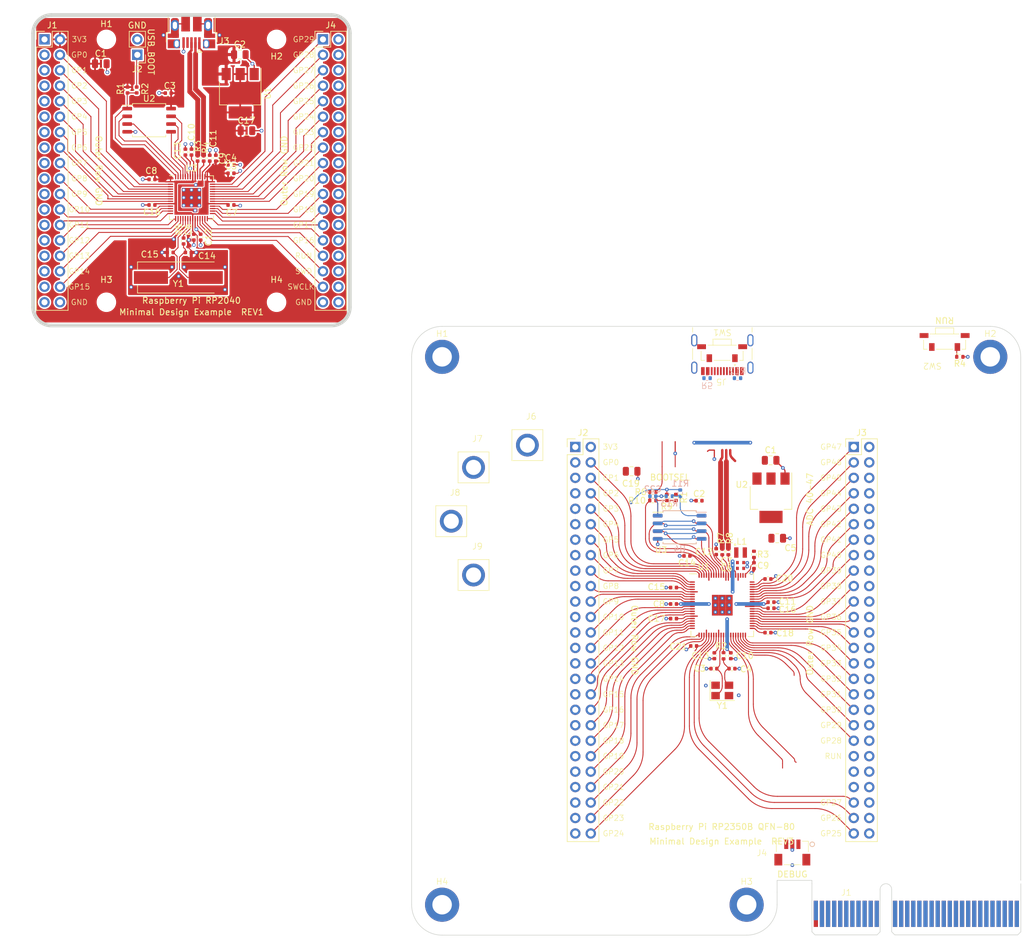
<source format=kicad_pcb>
(kicad_pcb (version 20240108) (generator "pcbnew") (generator_version "8.0")
  (layers (0 "F.Cu" signal) (31 "B.Cu" signal) (34 "B.Paste" user) (35 "F.Paste" user) (36 "B.SilkS" user "B.Silkscreen") (37 "F.SilkS" user "F.Silkscreen") (38 "B.Mask" user) (39 "F.Mask" user) (44 "Edge.Cuts" user))
  (net 0 "")
  (net 1 "VBUS")
  (net 2 "+3V3")
  (net 3 "GND")
  (net 4 "/RP2350/XIN")
  (net 5 "Net-(C4-Pad1)")
  (net 6 "+1V1")
  (net 7 "/RP2350/VREG_AVDD")
  (net 8 "/RP2350/USB_D-")
  (net 9 "/RP2350/USB_D+")
  (net 10 "/RP2350/GPIO18")
  (net 11 "/RP2350/GPIO15")
  (net 12 "/RP2350/GPIO3")
  (net 13 "/RP2350/GPIO20")
  (net 14 "/RP2350/GPIO6")
  (net 15 "/RP2350/GPIO19")
  (net 16 "/RP2350/GPIO16")
  (net 17 "/RP2350/GPIO9")
  (net 18 "/RP2350/GPIO14")
  (net 19 "/RP2350/GPIO24")
  (net 20 "/RP2350/GPIO10")
  (net 21 "/RP2350/GPIO0")
  (net 22 "/RP2350/GPIO23")
  (net 23 "/RP2350/GPIO12")
  (net 24 "/RP2350/GPIO13")
  (net 25 "/RP2350/GPIO1")
  (net 26 "/RP2350/GPIO2")
  (net 27 "/RP2350/GPIO22")
  (net 28 "/RP2350/GPIO21")
  (net 29 "/RP2350/GPIO4")
  (net 30 "/RP2350/GPIO11")
  (net 31 "/RP2350/GPIO5")
  (net 32 "/RP2350/GPIO8")
  (net 33 "/RP2350/GPIO7")
  (net 34 "/RP2350/GPIO17")
  (net 35 "/RP2350/GPIO26")
  (net 36 "/RP2350/GPIO38")
  (net 37 "/RP2350/GPIO29")
  (net 38 "/RP2350/GPIO39")
  (net 39 "/RP2350/GPIO31")
  (net 40 "/RP2350/GPIO43_ADC3")
  (net 41 "/RP2350/GPIO27")
  (net 42 "/RP2350/GPIO35")
  (net 43 "/RP2350/GPIO33")
  (net 44 "/RP2350/GPIO42_ADC2")
  (net 45 "/RP2350/SWD")
  (net 46 "/RP2350/GPIO32")
  (net 47 "/RP2350/GPIO44_ADC4")
  (net 48 "/RP2350/GPIO45_ADC5")
  (net 49 "/RP2350/RUN")
  (net 50 "/RP2350/GPIO40_ADC0")
  (net 51 "/RP2350/GPIO37")
  (net 52 "/RP2350/GPIO25")
  (net 53 "/RP2350/SWCLK")
  (net 54 "/RP2350/GPIO36")
  (net 55 "/RP2350/GPIO41_ADC1")
  (net 56 "/RP2350/GPIO28")
  (net 57 "/RP2350/GPIO47_ADC7")
  (net 58 "/RP2350/GPIO30")
  (net 59 "/RP2350/GPIO46_ADC6")
  (net 60 "/RP2350/GPIO34")
  (net 61 "/RP2350/VREG_LX")
  (net 62 "/RP2350/FLASH_SS")
  (net 63 "/RP2350/XOUT")
  (net 64 "Net-(R4-Pad1)")
  (net 65 "/RP2350/QSPI_SS")
  (net 66 "/RP2350/~{USB_BOOT}")
  (net 67 "Net-(U1-USB_DP)")
  (net 68 "Net-(U1-USB_DM)")
  (net 69 "/RP2350/FLASH2_SS")
  (net 70 "/RP2350/QSPI_SD1")
  (net 71 "/RP2350/QSPI_SCLK")
  (net 72 "/RP2350/QSPI_SD2")
  (net 73 "/RP2350/QSPI_SD3")
  (net 74 "/RP2350/QSPI_SD0")
  (net 75 "Net-(J5-CC2)")
  (net 77 "Net-(J5-CC1)")
  (net 80 "unconnected-(J3-Pin_45-Pad45)")
  (footprint "Resistor_SMD:R_0402_1005Metric" (layer "F.Cu") (at 117.488333 94.366667)
    (property "Reference" "R10")
    (property "Value" "0")
  )
  (footprint "Capacitor_SMD:C_0402_1005Metric" (layer "F.Cu") (at 130.483333 121.986667)
    (property "Reference" "C4")
    (property "Value" "15p")
  )
  (footprint "AT-Footprints:SW_TL3330AF260QG" (layer "F.Cu") (at 165.391 68.26944 180)
    (property "Reference" "SW2")
    (property "Value" "SW_Push")
  )
  (footprint "Capacitor_SMD:C_0402_1005Metric" (layer "F.Cu") (at 48.226 39.21944)
    (property "Reference" "C4")
    (property "Value" "100n")
  )
  (footprint "Capacitor_SMD:C_0402_1005Metric" (layer "F.Cu") (at 127.513333 121.986667 180)
    (property "Reference" "C3")
    (property "Value" "15p")
  )
  (footprint "Capacitor_SMD:C_0402_1005Metric" (layer "F.Cu") (at 120.888333 111.366667 180)
    (property "Reference" "C8")
    (property "Value" "100n")
  )
  (footprint "Capacitor_SMD:C_0402_1005Metric" (layer "F.Cu") (at 130.288333 119.866667 -90)
    (property "Reference" "C10")
    (property "Value" "4.7u")
  )
  (footprint "RP2040_minimal:RP2040-QFN-56" (layer "F.Cu") (at 41.741 44.61944)
    (property "Reference" "U3")
    (property "Value" "RP2040")
  )
  (footprint "Capacitor_SMD:C_0402_1005Metric" (layer "F.Cu") (at 124.188333 118.266667 180)
    (property "Reference" "C21")
    (property "Value" "100n")
  )
  (footprint "Crystal:Crystal_SMD_3225-4Pin_3.2x2.5mm" (layer "F.Cu") (at 128.888333 125.566667)
    (property "Reference" "Y1")
    (property "Value" "ABM8-272-T3")
  )
  (footprint "MountingHole:MountingHole_3.2mm_M3_DIN965_Pad" (layer "F.Cu") (at 172.891106 70.76944)
    (property "Reference" "H2")
    (property "Value" "M3")
  )
  (footprint "AT-Footprints:MOLEX_2171800001 - USB C RA 2.0 RAISED" (layer "F.Cu") (at 128.900833 65.95 180)
    (property "Reference" "J5")
    (property "Value" "2171800001")
  )
  (footprint "RP2350_80QFN_minimal:L_pol_2016" (layer "F.Cu") (at 131.888333 102.916667)
    (property "Reference" "L1")
    (property "Value" "3.3u")
  )
  (footprint "Capacitor_SMD:C_0402_1005Metric" (layer "F.Cu") (at 40.741 37.13444 90)
    (property "Reference" "C13")
    (property "Value" "100n")
  )
  (footprint "MountingHole:MountingHole_3.2mm_M3_DIN965_Pad" (layer "F.Cu") (at 82.891106 160.76944)
    (property "Reference" "H4")
    (property "Value" "M3")
  )
  (footprint "Capacitor_SMD:C_0402_1005Metric" (layer "F.Cu") (at 35.256 41.61944 180)
    (property "Reference" "C8")
    (property "Value" "100n")
  )
  (footprint "Capacitor_SMD:C_0402_1005Metric" (layer "F.Cu") (at 35.256 45.81944 180)
    (property "Reference" "C16")
    (property "Value" "100n")
  )
  (footprint "Capacitor_SMD:C_0402_1005Metric" (layer "F.Cu") (at 32.741 26.93444 90)
    (property "Reference" "R2")
    (property "Value" "1k")
  )
  (footprint "Capacitor_SMD:C_0402_1005Metric" (layer "F.Cu") (at 120.888333 108.666667 180)
    (property "Reference" "C15")
    (property "Value" "100n")
  )
  (footprint "MountingHole:MountingHole_3.2mm_M3_DIN965_Pad" (layer "F.Cu") (at 82.891106 70.76944)
    (property "Reference" "H1")
    (property "Value" "M3")
  )
  (footprint "Capacitor_SMD:C_0402_1005Metric" (layer "F.Cu") (at 40.441 51.73444 -90)
    (property "Reference" "R5")
    (property "Value" "1k")
  )
  (footprint "Capacitor_SMD:C_0805_2012Metric" (layer "F.Cu") (at 49.6785 21.11944)
    (property "Reference" "C2")
    (property "Value" "10u")
  )
  (footprint "AT-Footprints:CONN_BM03B-SRSS-TBLFSN_JST" (layer "F.Cu") (at 140.391 152.26944)
    (property "Reference" "J4")
    (property "Value" "SM03B-SRSS-TB")
  )
  (footprint "Capacitor_SMD:C_0402_1005Metric" (layer "F.Cu") (at 120.888333 113.766667 180)
    (property "Reference" "C17")
    (property "Value" "100n")
  )
  (footprint "Capacitor_SMD:C_0402_1005Metric" (layer "F.Cu") (at 38.256 53.61944 180)
    (property "Reference" "C15")
    (property "Value" "27p")
  )
  (footprint "MountingHole:MountingHole_3.2mm_M3_DIN965_Pad" (layer "F.Cu") (at 132.891 160.76944)
    (property "Reference" "H3")
    (property "Value" "M3")
  )
  (footprint "Capacitor_SMD:C_0402_1005Metric" (layer "F.Cu") (at 45.741 38.13444 90)
    (property "Reference" "C9")
    (property "Value" "1u")
  )
  (footprint "Capacitor_SMD:C_0805_2012Metric" (layer "F.Cu") (at 26.856 22.61944)
    (property "Reference" "C1")
    (property "Value" "10u")
  )
  (footprint "Capacitor_SMD:C_0402_1005Metric" (layer "F.Cu") (at 41.226 53.61944)
    (property "Reference" "C14")
    (property "Value" "27p")
  )
  (footprint "Capacitor_SMD:C_0402_1005Metric" (layer "F.Cu") (at 136.388333 107.266667)
    (property "Reference" "C20")
    (property "Value" "100n")
  )
  (footprint "Capacitor_SMD:C_0402_1005Metric" (layer "F.Cu") (at 136.388333 116.066667)
    (property "Reference" "C18")
    (property "Value" "100n")
  )
  (footprint "Capacitor_SMD:C_0805_2012Metric" (layer "F.Cu") (at 136.825833 87.766667)
    (property "Reference" "C1")
    (property "Value" "10u")
  )
  (footprint "Capacitor_SMD:C_0402_1005Metric" (layer "F.Cu") (at 48.226 45.81944)
    (property "Reference" "C7")
    (property "Value" "100n")
  )
  (footprint "AT-Footprints:SW_TL3330AF260QG" (layer "F.Cu") (at 128.863333 70.105 180)
    (property "Reference" "SW1")
    (property "Value" "SW_Push")
  )
  (footprint "Resistor_SMD:R_0402_1005Metric" (layer "F.Cu") (at 167.891 70.76944)
    (property "Reference" "R4")
    (property "Value" "1k")
  )
  (footprint "Capacitor_SMD:C_0402_1005Metric" (layer "F.Cu") (at 42.741 38.13444 -90)
    (property "Reference" "R3")
    (property "Value" "27")
  )
  (footprint "AT-Footprints:Turret - MILMAX_2501-2-00-80-00-00-07-0" (layer "F.Cu") (at 88.052165 106.608275)
    (property "Reference" "J9")
    (property "Value" "Conn_01x01_Pin")
  )
  (footprint "Capacitor_SMD:C_0402_1005Metric" (layer "F.Cu") (at 43.241 51.10444 -90)
    (property "Reference" "C12")
    (property "Value" "100n")
  )
  (footprint "MountingHole:MountingHole_2.7mm_M2.5" (layer "F.Cu") (at 55.711 18.61944)
    (property "Reference" "H2")
    (property "Value" "MountingHole")
  )
  (footprint "Package_TO_SOT_SMD:SOT-223-3_TabPin2" (layer "F.Cu") (at 136.888333 93.916667 -90)
    (property "Reference" "U2")
    (property "Value" "NCP1117-3.3_SOT223")
  )
  (footprint "Capacitor_SMD:C_0402_1005Metric" (layer "F.Cu") (at 123.088333 103.466667 180)
    (property "Reference" "C14")
    (property "Value" "100n")
  )
  (footprint "Capacitor_SMD:C_0805_2012Metric" (layer "F.Cu") (at 137.913333 100.566667)
    (property "Reference" "C5")
    (property "Value" "10u")
  )
  (footprint "RP2040_minimal:Crystal_SMD_HC49-US" (layer "F.Cu") (at 39.582 57.73544)
    (property "Reference" "Y1")
    (property "Value" "ABLS-12.000MHZ-B4-T")
  )
  (footprint "Connector_PinHeader_2.54mm:PinHeader_2x18_P2.54mm_Vertical" (layer "F.Cu") (at 63.331 18.61944)
    (property "Reference" "J4")
    (property "Value" "Conn_02x18_Odd_Even")
  )
  (footprint "RP2350_80QFN_minimal:RP2350-QFN-80-1EP_10x10_P0.4mm_EP3.4x3.4mm_ThermalVias" (layer "F.Cu") (at 128.888333 111.566667)
    (property "Reference" "U1")
    (property "Value" "RP2350_80QFN")
  )
  (footprint "Resistor_SMD:R_0402_1005Metric" (layer "F.Cu") (at 134.088333 103.216667 -90)
    (property "Reference" "R3")
    (property "Value" "33")
  )
  (footprint "Capacitor_SMD:C_0402_1005Metric" (layer "F.Cu") (at 48.226 40.61944)
    (property "Reference" "C5")
    (property "Value" "100n")
  )
  (footprint "RP2350_80QFN_minimal:C_0402_1005Metric_small_pads" (layer "F.Cu") (at 131.888333 105.516667)
    (property "Reference" "C6")
    (property "Value" "4.7u")
  )
  (footprint "AT-Footprints:Turret - MILMAX_2501-2-00-80-00-00-07-0" (layer "F.Cu") (at 84.391 97.76944)
    (property "Reference" "J8")
    (property "Value" "Conn_01x01_Pin")
  )
  (footprint "Resistor_SMD:R_0402_1005Metric" (layer "F.Cu") (at 119.788333 93.866667 -90)
    (property "Reference" "R9")
    (property "Value" "DNF")
  )
  (footprint "Capacitor_SMD:C_0402_1005Metric" (layer "F.Cu") (at 127.888333 102.766667 90)
    (property "Reference" "C12")
    (property "Value" "100n")
  )
  (footprint "Capacitor_SMD:C_0402_1005Metric" (layer "F.Cu") (at 136.888333 111.066667)
    (property "Reference" "C11")
    (property "Value" "100n")
  )
  (footprint "Resistor_SMD:R_0402_1005Metric" (layer "F.Cu") (at 129.888333 102.766667 -90)
    (property "Reference" "R8")
    (property "Value" "27")
  )
  (footprint "Connector_PinHeader_2.54mm:PinHeader_1x02_P2.54mm_Vertical" (layer "F.Cu") (at 32.851 21.15944 180)
    (property "Reference" "J2")
    (property "Value" "Conn_01x02")
  )
  (footprint "Package_SO:SOIC-8_5.23x5.23mm_P1.27mm" (layer "F.Cu") (at 121.888333 98.766667)
    (property "Reference" "U3")
    (property "Value" "W25Q128JVS")
  )
  (footprint "Capacitor_SMD:C_0402_1005Metric" (layer "F.Cu") (at 125.073333 94.396667 180)
    (property "Reference" "C2")
    (property "Value" "100n")
  )
  (footprint "Resistor_SMD:R_0402_1005Metric" (layer "F.Cu") (at 117.488333 92.966667)
    (property "Reference" "R6")
    (property "Value" "1k")
  )
  (footprint "Connector_PinHeader_2.54mm:PinHeader_2x26_P2.54mm_Vertical" (layer "F.Cu") (at 150.478333 85.566667)
    (property "Reference" "J3")
    (property "Value" "Conn_02x26_Odd_Even")
  )
  (footprint "MountingHole:MountingHole_2.7mm_M2.5" (layer "F.Cu") (at 27.771 61.79944)
    (property "Reference" "H3")
    (property "Value" "MountingHole")
  )
  (footprint "AT-Footprints:Turret - MILMAX_2501-2-00-80-00-00-07-0" (layer "F.Cu") (at 88.052165 88.930605)
    (property "Reference" "J7")
    (property "Value" "Conn_01x01_Pin")
  )
  (footprint "Capacitor_SMD:C_0402_1005Metric" (layer "F.Cu") (at 44.741 38.13444 90)
    (property "Reference" "C11")
    (property "Value" "1u")
  )
  (footprint "Package_SO:SOIC-8_5.23x5.23mm_P1.27mm" (layer "F.Cu") (at 34.791 31.89444)
    (property "Reference" "U2")
    (property "Value" "W25Q128JVS")
  )
  (footprint "Capacitor_SMD:C_0402_1005Metric" (layer "F.Cu") (at 42.122 51.10444 -90)
    (property "Reference" "C6")
    (property "Value" "100n")
  )
  (footprint "Capacitor_SMD:C_0402_1005Metric" (layer "F.Cu") (at 37.926 27.44944 180)
    (property "Reference" "C3")
    (property "Value" "100n")
  )
  (footprint "AT-Footprints:Turret - MILMAX_2501-2-00-80-00-00-07-0" (layer "F.Cu") (at 96.891 85.26944)
    (property "Reference" "J6")
    (property "Value" "Conn_01x01_Pin")
  )
  (footprint "MountingHole:MountingHole_2.7mm_M2.5" (layer "F.Cu") (at 27.771 18.61944)
    (property "Reference" "H1")
    (property "Value" "MountingHole")
  )
  (footprint "Package_TO_SOT_SMD:SOT-223-3_TabPin2" (layer "F.Cu") (at 49.741 27.46944 -90)
    (property "Reference" "U1")
    (property "Value" "NCP1117-3.3_SOT223")
  )
  (footprint "RP2040_minimal:USB_Micro-B_Amphenol_10103594-0001LF_Horizontal_modified" (layer "F.Cu") (at 41.741 16.31944 180)
    (property "Reference" "J3")
    (property "Value" "USB_B_Micro")
  )
  (footprint "Capacitor_SMD:C_0805_2012Metric" (layer "F.Cu") (at 50.766 33.61944)
    (property "Reference" "C17")
    (property "Value" "10u")
  )
  (footprint "Capacitor_SMD:C_0402_1005Metric" (layer "F.Cu") (at 43.741 38.13444 -90)
    (property "Reference" "R4")
    (property "Value" "27")
  )
  (footprint "Capacitor_SMD:C_0402_1005Metric" (layer "F.Cu") (at 134.088333 105.066667 -90)
    (property "Reference" "C9")
    (property "Value" "4.7u")
  )
  (footprint "MountingHole:MountingHole_2.7mm_M2.5" (layer "F.Cu") (at 55.711 61.79944)
    (property "Reference" "H4")
    (property "Value" "MountingHole")
  )
  (footprint "Connector_PinHeader_2.54mm:PinHeader_2x26_P2.54mm_Vertical" (layer "F.Cu") (at 104.758333 85.566667)
    (property "Reference" "J2")
    (property "Value" "Conn_02x26_Odd_Even")
  )
  (footprint "Capacitor_SMD:C_0402_1005Metric" (layer "F.Cu") (at 127.588333 119.866667 -90)
    (property "Reference" "C13")
    (property "Value" "100n")
  )
  (footprint "Resistor_SMD:R_0402_1005Metric" (layer "F.Cu") (at 129.088333 119.871667 -90)
    (property "Reference" "R2")
    (property "Value" "1k")
  )
  (footprint "Capacitor_SMD:C_0402_1005Metric" (layer "F.Cu") (at 136.893333 112.066667)
    (property "Reference" "C16")
    (property "Value" "100n")
  )
  (footprint "Capacitor_SMD:C_0805_2012Metric" (layer "F.Cu") (at 114.003333 89.566667)
    (property "Reference" "C19")
    (property "Value" "10u")
  )
  (footprint "Capacitor_SMD:C_0402_1005Metric" (layer "F.Cu") (at 41.741 37.13444 90)
    (property "Reference" "C10")
    (property "Value" "100n")
  )
  (footprint "Resistor_SMD:R_0402_1005Metric" (layer "F.Cu") (at 121.288333 93.866667 -90)
    (property "Reference" "R1")
    (property "Value" "DNF")
  )
  (footprint "Connector_PCBEdge:BUS_PCIexpress_x4" (layer "F.Cu") (at 144.255 162.26944)
    (property "Reference" "J1")
    (property "Value" "~")
    (fp_line (start -0.65 -4.95) (end -0.65 2.95) (stroke (width 0.1)) (layer "Edge.Cuts"))
    (fp_line (start -0.65 2.95) (end -0.15 3.45) (stroke (width 0.1)) (layer "Edge.Cuts"))
    (fp_line (start -0.15 3.45) (end 10.05 3.45) (stroke (width 0.1)) (layer "Edge.Cuts"))
    (fp_line (start 10.55 -4) (end 10.55 2.95) (stroke (width 0.1)) (layer "Edge.Cuts"))
    (fp_line (start 10.55 2.95) (end 10.05 3.45) (stroke (width 0.1)) (layer "Edge.Cuts"))
    (fp_line (start 12.45 -4) (end 12.45 2.95) (stroke (width 0.1)) (layer "Edge.Cuts"))
    (fp_line (start 12.45 2.95) (end 12.95 3.45) (stroke (width 0.1)) (layer "Edge.Cuts"))
    (fp_line (start 12.95 3.45) (end 33.15 3.45) (stroke (width 0.1)) (layer "Edge.Cuts"))
    (fp_line (start 33.65 -4.95) (end 33.65 2.95) (stroke (width 0.1)) (layer "Edge.Cuts"))
    (fp_line (start 33.65 2.95) (end 33.15 3.45) (stroke (width 0.1)) (layer "Edge.Cuts"))
    (fp_arc (start 10.55 -4) (mid 11.5 -4.95) (end 12.45 -4) (stroke (width 0.1)) (layer "Edge.Cuts"))
  )
  (footprint "RP2350_80QFN_minimal:C_0402_1005Metric_small_pads" (layer "F.Cu") (at 131.888333 104.566667)
    (property "Reference" "C7")
    (property "Value" "4.7u")
  )
  (footprint "Connector_PinHeader_2.54mm:PinHeader_2x18_P2.54mm_Vertical" (layer "F.Cu") (at 17.611 18.61944)
    (property "Reference" "J1")
    (property "Value" "Conn_02x18_Odd_Even")
  )
  (footprint "Resistor_SMD:R_0402_1005Metric" (layer "F.Cu") (at 128.888333 102.766667 -90)
    (property "Reference" "R7")
    (property "Value" "27")
  )
  (footprint "Capacitor_SMD:C_0402_1005Metric" (layer "F.Cu") (at 31.241 26.93444 -90)
    (property "Reference" "R1")
    (property "Value" "DNF")
  )
  (footprint "Resistor_SMD:R_0402_1005Metric" (layer "B.Cu") (at 121.988333 93.156667 -90)
    (property "Reference" "R11")
    (property "Value" "DNF")
  )
  (footprint "Capacitor_SMD:C_0402_1005Metric" (layer "B.Cu") (at 117.488333 93.666667 180)
    (property "Reference" "C22")
    (property "Value" "DNF")
  )
  (footprint "Resistor_SMD:R_0402_1005Metric" (layer "B.Cu") (at 126.391 74.26944)
    (property "Reference" "R5")
    (property "Value" "5k1")
  )
  (footprint "Resistor_SMD:R_0402_1005Metric" (layer "B.Cu") (at 131.391 74.26944 180)
    (property "Reference" "R12")
    (property "Value" "5k1")
  )
  (footprint "Package_SO:SOIC-8_5.23x5.23mm_P1.27mm" (layer "B.Cu") (at 121.888333 98.766667 180)
    (property "Reference" "U4")
    (property "Value" "DNF")
  )
  (footprint "Resistor_SMD:R_0402_1005Metric" (layer "B.Cu") (at 120.188333 93.666667)
    (property "Reference" "R13")
    (property "Value" "DNF")
  )
  (gr_line (start 82.891106 165.76944) (end 132.891 165.76944) (stroke (width 0.1)) (layer "Edge.Cuts"))
  (gr_arc (start 64.741 14.61944) (mid 66.86232 15.49812) (end 67.741 17.61944) (stroke (width 0.6)) (layer "Edge.Cuts"))
  (gr_arc (start 67.741 62.61944) (mid 66.86232 64.74076) (end 64.741 65.61944) (stroke (width 0.6)) (layer "Edge.Cuts"))
  (gr_arc (start 82.891106 165.76944) (mid 79.355572 164.304974) (end 77.891106 160.76944) (stroke (width 0.1)) (layer "Edge.Cuts"))
  (gr_arc (start 15.741 17.61944) (mid 16.61968 15.49812) (end 18.741 14.61944) (stroke (width 0.6)) (layer "Edge.Cuts"))
  (gr_line (start 82.891106 65.76944) (end 172.891106 65.76944) (stroke (width 0.1)) (layer "Edge.Cuts"))
  (gr_line (start 15.741 62.61944) (end 15.741 17.61944) (stroke (width 0.6)) (layer "Edge.Cuts"))
  (gr_line (start 143.605 157.31944) (end 143.605 156.76944) (stroke (width 0.1)) (layer "Edge.Cuts"))
  (gr_line (start 137.891 158.692381) (end 137.891 160.76944) (stroke (width 0.1)) (layer "Edge.Cuts"))
  (gr_line (start 143.605 156.76944) (end 137.891 156.76944) (stroke (width 0.1)) (layer "Edge.Cuts"))
  (gr_arc (start 77.891106 70.76944) (mid 79.355572 67.233906) (end 82.891106 65.76944) (stroke (width 0.1)) (layer "Edge.Cuts"))
  (gr_line (start 18.741 14.61944) (end 64.741 14.61944) (stroke (width 0.6)) (layer "Edge.Cuts"))
  (gr_arc (start 18.741 65.61944) (mid 16.61968 64.74076) (end 15.741 62.61944) (stroke (width 0.6)) (layer "Edge.Cuts"))
  (gr_line (start 77.891106 160.76944) (end 77.891106 70.76944) (stroke (width 0.1)) (layer "Edge.Cuts"))
  (gr_line (start 64.741 65.61944) (end 18.741 65.61944) (stroke (width 0.6)) (layer "Edge.Cuts"))
  (gr_line (start 67.741 17.61944) (end 67.741 62.61944) (stroke (width 0.6)) (layer "Edge.Cuts"))
  (gr_line (start 137.891 156.76944) (end 137.891 158.692381) (stroke (width 0.1)) (layer "Edge.Cuts"))
  (gr_arc (start 137.891 160.76944) (mid 136.426534 164.304974) (end 132.891 165.76944) (stroke (width 0.1)) (layer "Edge.Cuts"))
  (gr_arc (start 172.891106 65.76944) (mid 176.42664 67.233906) (end 177.891106 70.76944) (stroke (width 0.1)) (layer "Edge.Cuts"))
  (gr_line (start 177.891106 70.76944) (end 177.891106 156.76944) (stroke (width 0.1)) (layer "Edge.Cuts"))
  (gr_text "GP30" (at 148.573333 128.746667 0) (layer "F.SilkS") (effects (font (size 0.9 0.9) (thickness 0.1)) (justify right)))
  (gr_text "GP4" (at 23.326 31.31944 0) (layer "F.SilkS") (effects (font (size 0.9 0.9) (thickness 0.1))))
  (gr_text "GP41" (at 148.573333 100.806667 0) (layer "F.SilkS") (effects (font (size 0.9 0.9) (thickness 0.1)) (justify right)))
  (gr_text "Outer Row GND" (at 114.488333 117.316667 270) (layer "F.SilkS") (effects (font (size 1 1))))
  (gr_text "GP39" (at 148.573333 105.886667 0) (layer "F.SilkS") (effects (font (size 0.9 0.9) (thickness 0.1)) (justify right)))
  (gr_text "GP7" (at 23.326 38.93944 0) (layer "F.SilkS") (effects (font (size 0.9 0.9) (thickness 0.1))))
  (gr_text "GP20" (at 60.156 41.47944 0) (layer "F.SilkS") (effects (font (size 0.9 0.9) (thickness 0.1))))
  (gr_text "GP7" (at 109.203333 105.886667 0) (layer "F.SilkS") (effects (font (size 0.9 0.9) (thickness 0.1)) (justify left)))
  (gr_text "RUN" (at 60.156 54.17944 0) (layer "F.SilkS") (effects (font (size 0.9 0.9) (thickness 0.1))))
  (gr_text "GP19" (at 60.156 44.01944 0) (layer "F.SilkS") (effects (font (size 0.9 0.9) (thickness 0.1))))
  (gr_text "GP37" (at 148.573333 110.966667 0) (layer "F.SilkS") (effects (font (size 0.9 0.9) (thickness 0.1)) (justify right)))
  (gr_text "GP21" (at 60.156 38.93944 0) (layer "F.SilkS") (effects (font (size 0.9 0.9) (thickness 0.1))))
  (gr_text "GND" (at 32.841 16.31944 0) (layer "F.SilkS") (effects (font (size 1 1))))
  (gr_text "GP22" (at 109.203333 143.986667 0) (layer "F.SilkS") (effects (font (size 0.9 0.9) (thickness 0.1)) (justify left)))
  (gr_text "GP12" (at 23.326 51.63944 0) (layer "F.SilkS") (effects (font (size 0.9 0.9) (thickness 0.1))))
  (gr_text "GP23" (at 109.203333 146.526667 0) (layer "F.SilkS") (effects (font (size 0.9 0.9) (thickness 0.1)) (justify left)))
  (gr_text "Outer Row GND" (at 143.288333 117.316667 90) (layer "F.SilkS") (effects (font (size 1 1))))
  (gr_text "GP29" (at 60.156 18.61944 0) (layer "F.SilkS") (effects (font (size 0.9 0.9) (thickness 0.1))))
  (gr_text "GP13" (at 109.203333 121.126667 0) (layer "F.SilkS") (effects (font (size 0.9 0.9) (thickness 0.1)) (justify left)))
  (gr_text "GP10" (at 109.203333 113.506667 0) (layer "F.SilkS") (effects (font (size 0.9 0.9) (thickness 0.1)) (justify left)))
  (gr_text "GP43" (at 148.573333 95.726667 0) (layer "F.SilkS") (effects (font (size 0.9 0.9) (thickness 0.1)) (justify right)))
  (gr_text "SWD" (at 60.156 56.71944 0) (layer "F.SilkS") (effects (font (size 0.9 0.9) (thickness 0.1))))
  (gr_text "GP5" (at 109.203333 100.806667 0) (layer "F.SilkS") (effects (font (size 0.9 0.9) (thickness 0.1)) (justify left)))
  (gr_text "GP44" (at 148.573333 93.186667 0) (layer "F.SilkS") (effects (font (size 0.9 0.9) (thickness 0.1)) (justify right)))
  (gr_text "GP16" (at 60.156 51.63944 0) (layer "F.SilkS") (effects (font (size 0.9 0.9) (thickness 0.1))))
  (gr_text "GP24" (at 109.203333 149.066667 0) (layer "F.SilkS") (effects (font (size 0.9 0.9) (thickness 0.1)) (justify left)))
  (gr_text "GP45" (at 148.573333 90.646667 0) (layer "F.SilkS") (effects (font (size 0.9 0.9) (thickness 0.1)) (justify right)))
  (gr_text "GP33" (at 148.573333 121.126667 0) (layer "F.SilkS") (effects (font (size 0.9 0.9) (thickness 0.1)) (justify right)))
  (gr_text "GP1" (at 109.203333 90.646667 0) (layer "F.SilkS") (effects (font (size 0.9 0.9) (thickness 0.1)) (justify left)))
  (gr_text "GP18" (at 109.203333 133.826667 0) (layer "F.SilkS") (effects (font (size 0.9 0.9) (thickness 0.1)) (justify left)))
  (gr_text "GP40" (at 148.573333 103.346667 0) (layer "F.SilkS") (effects (font (size 0.9 0.9) (thickness 0.1)) (justify right)))
  (gr_text "GP19" (at 109.203333 136.366667 0) (layer "F.SilkS") (effects (font (size 0.9 0.9) (thickness 0.1)) (justify left)))
  (gr_text "Minimal Design Example  REV1" (at 41.741 63.41944 0) (layer "F.SilkS") (effects (font (size 1 1))))
  (gr_text "GP6" (at 109.203333 103.346667 0) (layer "F.SilkS") (effects (font (size 0.9 0.9) (thickness 0.1)) (justify left)))
  (gr_text "GP14" (at 23.326 56.71944 0) (layer "F.SilkS") (effects (font (size 0.9 0.9) (thickness 0.1))))
  (gr_text "GP16" (at 109.203333 128.746667 0) (layer "F.SilkS") (effects (font (size 0.9 0.9) (thickness 0.1)) (justify left)))
  (gr_text "GP3" (at 23.326 28.77944 0) (layer "F.SilkS") (effects (font (size 0.9 0.9) (thickness 0.1))))
  (gr_text "DEBUG" (at 140.391 155.76944 0) (layer "F.SilkS") (effects (font (size 1 1))))
  (gr_text "Outer Row GND" (at 26.501 40.20944 270) (layer "F.SilkS") (effects (font (size 1 1))))
  (gr_text "GP2" (at 109.203333 93.186667 0) (layer "F.SilkS") (effects (font (size 0.9 0.9) (thickness 0.1)) (justify left)))
  (gr_text "GP0" (at 23.326 21.15944 0) (layer "F.SilkS") (effects (font (size 0.9 0.9) (thickness 0.1))))
  (gr_text "3V3" (at 109.203333 85.566667 0) (layer "F.SilkS") (effects (font (size 0.9 0.9) (thickness 0.1)) (justify left)))
  (gr_text "GP18" (at 60.156 46.55944 0) (layer "F.SilkS") (effects (font (size 0.9 0.9) (thickness 0.1))))
  (gr_text "RUN" (at 165.391 64.76944 180) (layer "F.SilkS") (effects (font (size 1 1))))
  (gr_text "GP26" (at 148.573333 146.526667 0) (layer "F.SilkS") (effects (font (size 0.9 0.9) (thickness 0.1)) (justify right)))
  (gr_text "GP9" (at 23.326 44.01944 0) (layer "F.SilkS") (effects (font (size 0.9 0.9) (thickness 0.1))))
  (gr_text "GP15" (at 109.203333 126.206667 0) (layer "F.SilkS") (effects (font (size 0.9 0.9) (thickness 0.1)) (justify left)))
  (gr_text "GP4" (at 109.203333 98.266667 0) (layer "F.SilkS") (effects (font (size 0.9 0.9) (thickness 0.1)) (justify left)))
  (gr_text "GP38" (at 148.573333 108.426667 0) (layer "F.SilkS") (effects (font (size 0.9 0.9) (thickness 0.1)) (justify right)))
  (gr_text "GP27" (at 148.573333 143.986667 0) (layer "F.SilkS") (effects (font (size 0.9 0.9) (thickness 0.1)) (justify right)))
  (gr_text "GP11" (at 109.203333 116.046667 0) (layer "F.SilkS") (effects (font (size 0.9 0.9) (thickness 0.1)) (justify left)))
  (gr_text "Outer Row GND" (at 56.981 40.20944 90) (layer "F.SilkS") (effects (font (size 1 1))))
  (gr_text "GP31" (at 148.573333 126.206667 0) (layer "F.SilkS") (effects (font (size 0.9 0.9) (thickness 0.1)) (justify right)))
  (gr_text "GP9" (at 109.203333 110.966667 0) (layer "F.SilkS") (effects (font (size 0.9 0.9) (thickness 0.1)) (justify left)))
  (gr_text "Minimal Design Example  REV3" (at 128.788333 150.366667 0) (layer "F.SilkS") (effects (font (size 1 1))))
  (gr_text "GP8" (at 109.203333 108.426667 0) (layer "F.SilkS") (effects (font (size 0.9 0.9) (thickness 0.1)) (justify left)))
  (gr_text "GP32" (at 148.573333 123.666667 0) (layer "F.SilkS") (effects (font (size 0.9 0.9) (thickness 0.1)) (justify right)))
  (gr_text "GP3" (at 109.203333 95.726667 0) (layer "F.SilkS") (effects (font (size 0.9 0.9) (thickness 0.1)) (justify left)))
  (gr_text "GP29" (at 148.573333 131.286667 0) (layer "F.SilkS") (effects (font (size 0.9 0.9) (thickness 0.1)) (justify right)))
  (gr_text "GND" (at 23.326 61.79944 0) (layer "F.SilkS") (effects (font (size 0.9 0.9) (thickness 0.1))))
  (gr_text "GP6" (at 23.326 36.39944 0) (layer "F.SilkS") (effects (font (size 0.9 0.9) (thickness 0.1))))
  (gr_text "GP23" (at 60.156 33.85944 0) (layer "F.SilkS") (effects (font (size 0.9 0.9) (thickness 0.1))))
  (gr_text "GP25" (at 60.156 28.77944 0) (layer "F.SilkS") (effects (font (size 0.9 0.9) (thickness 0.1))))
  (gr_text "GP46" (at 148.573333 88.106667 0) (layer "F.SilkS") (effects (font (size 0.9 0.9) (thickness 0.1)) (justify right)))
  (gr_text "GND" (at 60.156 61.79944 0) (layer "F.SilkS") (effects (font (size 0.9 0.9) (thickness 0.1))))
  (gr_text "\nUSB_BOOT" (at 35.899 20.65144 -90) (layer "F.SilkS") (effects (font (size 1 1))))
  (gr_text "GP26" (at 60.156 26.23944 0) (layer "F.SilkS") (effects (font (size 0.9 0.9) (thickness 0.1))))
  (gr_text "GP8" (at 23.326 41.47944 0) (layer "F.SilkS") (effects (font (size 0.9 0.9) (thickness 0.1))))
  (gr_text "GP14" (at 109.203333 123.666667 0) (layer "F.SilkS") (effects (font (size 0.9 0.9) (thickness 0.1)) (justify left)))
  (gr_text "GP28" (at 148.573333 133.826667 0) (layer "F.SilkS") (effects (font (size 0.9 0.9) (thickness 0.1)) (justify right)))
  (gr_text "GP12" (at 109.203333 118.586667 0) (layer "F.SilkS") (effects (font (size 0.9 0.9) (thickness 0.1)) (justify left)))
  (gr_text "GP0" (at 109.203333 88.106667 0) (layer "F.SilkS") (effects (font (size 0.9 0.9) (thickness 0.1)) (justify left)))
  (gr_text "GP28" (at 60.156 21.15944 0) (layer "F.SilkS") (effects (font (size 0.9 0.9) (thickness 0.1))))
  (gr_text "BOOTSEL" (at 120.288333 90.566667 0) (layer "F.SilkS") (effects (font (size 1 1))))
  (gr_text "RUN" (at 148.573333 136.366667 0) (layer "F.SilkS") (effects (font (size 0.9 0.9) (thickness 0.1)) (justify right)))
  (gr_text "GP25" (at 148.573333 149.066667 0) (layer "F.SilkS") (effects (font (size 0.9 0.9) (thickness 0.1)) (justify right)))
  (gr_text "GP36" (at 148.573333 113.506667 0) (layer "F.SilkS") (effects (font (size 0.9 0.9) (thickness 0.1)) (justify right)))
  (gr_text "SWCLK" (at 59.7115 59.25944 0) (layer "F.SilkS") (effects (font (size 0.9 0.9) (thickness 0.1))))
  (gr_text "GP11" (at 23.326 49.09944 0) (layer "F.SilkS") (effects (font (size 0.9 0.9) (thickness 0.1))))
  (gr_text "GP15" (at 23.326 59.25944 0) (layer "F.SilkS") (effects (font (size 0.9 0.9) (thickness 0.1))))
  (gr_text "GP13" (at 23.326 54.17944 0) (layer "F.SilkS") (effects (font (size 0.9 0.9) (thickness 0.1))))
  (gr_text "GP47" (at 148.573333 85.566667 0) (layer "F.SilkS") (effects (font (size 0.9 0.9) (thickness 0.1)) (justify right)))
  (gr_text "GP5" (at 23.326 33.85944 0) (layer "F.SilkS") (effects (font (size 0.9 0.9) (thickness 0.1))))
  (gr_text "ADC 40-47" (at 143.288333 94.166667 90) (layer "F.SilkS") (effects (font (size 1 1))))
  (gr_text "Raspberry Pi RP2350B QFN-80" (at 128.788333 147.966667 0) (layer "F.SilkS") (effects (font (size 1 1))))
  (gr_text "GP24" (at 60.156 31.31944 0) (layer "F.SilkS") (effects (font (size 0.9 0.9) (thickness 0.1))))
  (gr_text "GP10" (at 23.326 46.55944 0) (layer "F.SilkS") (effects (font (size 0.9 0.9) (thickness 0.1))))
  (gr_text "3V3" (at 23.326 18.61944 0) (layer "F.SilkS") (effects (font (size 0.9 0.9) (thickness 0.1))))
  (gr_text "GP34" (at 148.573333 118.586667 0) (layer "F.SilkS") (effects (font (size 0.9 0.9) (thickness 0.1)) (justify right)))
  (gr_text "GP2" (at 23.326 26.23944 0) (layer "F.SilkS") (effects (font (size 0.9 0.9) (thickness 0.1))))
  (gr_text "Raspberry Pi RP2040" (at 41.741 61.51944 0) (layer "F.SilkS") (effects (font (size 1 1))))
  (gr_text "GP17" (at 60.156 49.09944 0) (layer "F.SilkS") (effects (font (size 0.9 0.9) (thickness 0.1))))
  (gr_text "GP42" (at 148.573333 98.266667 0) (layer "F.SilkS") (effects (font (size 0.9 0.9) (thickness 0.1)) (justify right)))
  (gr_text "GP1" (at 23.326 23.69944 0) (layer "F.SilkS") (effects (font (size 0.9 0.9) (thickness 0.1))))
  (gr_text "GP20" (at 109.203333 138.906667 0) (layer "F.SilkS") (effects (font (size 0.9 0.9) (thickness 0.1)) (justify left)))
  (gr_text "GP21" (at 109.203333 141.446667 0) (layer "F.SilkS") (effects (font (size 0.9 0.9) (thickness 0.1)) (justify left)))
  (gr_text "GP35" (at 148.573333 116.046667 0) (layer "F.SilkS") (effects (font (size 0.9 0.9) (thickness 0.1)) (justify right)))
  (gr_text "GP22" (at 60.156 36.39944 0) (layer "F.SilkS") (effects (font (size 0.9 0.9) (thickness 0.1))))
  (gr_text "GP17" (at 109.203333 131.286667 0) (layer "F.SilkS") (effects (font (size 0.9 0.9) (thickness 0.1)) (justify left)))
  (gr_text "GP27" (at 60.156 23.69944 0) (layer "F.SilkS") (effects (font (size 0.9 0.9) (thickness 0.1))))
  (segment (start 45.126 51.00444) (end 43.141 49.01944) (width 0.15) (layer "F.Cu") (net 0))
  (segment (start 42.766 28.516192) (end 41.466 27.216192) (width 0.8) (layer "F.Cu") (net 0))
  (segment (start 42.741 37.64944) (end 42.766 37.62444) (width 0.8) (layer "F.Cu") (net 0))
  (segment (start 55.076 36.99944) (end 55.076 29.41444) (width 0.15) (layer "F.Cu") (net 0))
  (segment (start 62.661 26.90944) (end 63.331 26.23944) (width 0.15) (layer "F.Cu") (net 0))
  (segment (start 43.716 37.62444) (end 43.716 28.122688) (width 0.8) (layer "F.Cu") (net 0))
  (segment (start 118.507571 102.866667) (end 121.967012 102.866667) (width 0.15) (layer "F.Cu") (net 0))
  (segment (start 36.766 46.41944) (end 36.026 47.15944) (width 0.15) (layer "F.Cu") (net 0))
  (segment (start 129.488333 105.837377) (end 129.488333 106.670167) (width 0.15) (layer "F.Cu") (net 0))
  (segment (start 37.931 49.06444) (end 22.726 49.06444) (width 0.15) (layer "F.Cu") (net 0))
  (segment (start 60.156 36.99944) (end 60.156 34.49444) (width 0.15) (layer "F.Cu") (net 0))
  (segment (start 39.541 35.01944) (end 39.541 33.11944) (width 0.15) (layer "F.Cu") (net 0))
  (segment (start 31.191 29.98944) (end 30.671 29.98944) (width 0.15) (layer "F.Cu") (net 0))
  (segment (start 41.106 57.73544) (end 44.082 57.73544) (width 0.15) (layer "F.Cu") (net 0))
  (segment (start 29.241 34.81944) (end 30.341 35.91944) (width 0.15) (layer "F.Cu") (net 0))
  (segment (start 41.141 40.74444) (end 40.992321 40.595761) (width 0.15) (layer "F.Cu") (net 0))
  (segment (start 39.541 40.61944) (end 34.241 35.31944) (width 0.15) (layer "F.Cu") (net 0))
  (segment (start 42.391 19.14444) (end 42.391 20.99444) (width 0.4) (layer "F.Cu") (net 0))
  (segment (start 45.1785 44.41944) (end 52.736 44.41944) (width 0.15) (layer "F.Cu") (net 0))
  (segment (start 21.386 47.79444) (end 20.151 46.55944) (width 0.15) (layer "F.Cu") (net 0))
  (segment (start 45.1785 42.81944) (end 49.256 42.81944) (width 0.15) (layer "F.Cu") (net 0))
  (segment (start 125.820833 98.131667) (end 125.155833 98.131667) (width 0.15) (layer "F.Cu") (net 0))
  (segment (start 45.1785 43.21944) (end 50.126 43.21944) (width 0.15) (layer "F.Cu") (net 0))
  (segment (start 53.806 28.13569) (end 63.32225 18.61944) (width 0.15) (layer "F.Cu") (net 0))
  (segment (start 38.428861 50.96944) (end 28.441 50.96944) (width 0.15) (layer "F.Cu") (net 0))
  (segment (start 39.641 37.51944) (end 39.641 35.71944) (width 0.15) (layer "F.Cu") (net 0))
  (segment (start 39.3915 56.40194) (end 38.058 57.73544) (width 0.15) (layer "F.Cu") (net 0))
  (segment (start 39.641 35.71944) (end 40.141 35.21944) (width 0.15) (layer "F.Cu") (net 0))
  (segment (start 23.291 47.15944) (end 20.151 44.01944) (width 0.15) (layer "F.Cu") (net 0))
  (segment (start 43.741 37.64944) (end 43.716 37.62444) (width 0.8) (layer "F.Cu") (net 0))
  (segment (start 27.771 28.77944) (end 20.151 21.15944) (width 0.15) (layer "F.Cu") (net 0))
  (segment (start 45.1785 46.81944) (end 45.811 46.81944) (width 0.15) (layer "F.Cu") (net 0))
  (segment (start 45.1785 43.61944) (end 51.0135 43.61944) (width 0.15) (layer "F.Cu") (net 0))
  (segment (start 26.4835 30.03194) (end 20.151 23.69944) (width 0.15) (layer "F.Cu") (net 0))
  (segment (start 29.841 34.41944) (end 29.841 32.11944) (width 0.15) (layer "F.Cu") (net 0))
  (segment (start 56.346 30.68444) (end 62.661 24.36944) (width 0.15) (layer "F.Cu") (net 0))
  (segment (start 40.341 39.81944) (end 38.441 37.91944) (width 0.15) (layer "F.Cu") (net 0))
  (segment (start 38.3035 46.01944) (end 36.531 46.01944) (width 0.15) (layer "F.Cu") (net 0))
  (segment (start 53.606 44.81944) (end 46.941 44.81944) (width 0.15) (layer "F.Cu") (net 0))
  (segment (start 61.426 48.46444) (end 46.821 48.46444) (width 0.15) (layer "F.Cu") (net 0))
  (segment (start 39.941 48.05694) (end 39.941 48.80944) (width 0.15) (layer "F.Cu") (net 0))
  (segment (start 34.241 35.31944) (end 30.741 35.31944) (width 0.15) (layer "F.Cu") (net 0))
  (segment (start 28.025 44.76544) (end 27.971 44.81944) (width 0.15) (layer "F.Cu") (net 0))
  (segment (start 30.701 31.25944) (end 31.191 31.25944) (width 0.15) (layer "F.Cu") (net 0))
  (segment (start 46.84975 46.55944) (end 55.711 46.55944) (width 0.15) (layer "F.Cu") (net 0))
  (segment (start 127.088333 106.268417) (end 127.088333 106.670167) (width 0.15) (layer "F.Cu") (net 0))
  (segment (start 26.536 50.33444) (end 20.151 56.71944) (width 0.15) (layer "F.Cu") (net 0))
  (segment (start 42.766 37.62444) (end 42.766 28.516192) (width 0.8) (layer "F.Cu") (net 0))
  (segment (start 45.1785 42.41944) (end 48.386 42.41944) (width 0.15) (layer "F.Cu") (net 0))
  (segment (start 26.431 45.21944) (end 38.3035 45.21944) (width 0.15) (layer "F.Cu") (net 0))
  (segment (start 62.061 37.66944) (end 63.331 36.39944) (width 0.15) (layer "F.Cu") (net 0))
  (segment (start 45.576 47.21944) (end 45.1785 47.21944) (width 0.15) (layer "F.Cu") (net 0))
  (segment (start 39.3915 54.26994) (end 39.3915 56.40194) (width 0.15) (layer "F.Cu") (net 0))
  (segment (start 126.688333 106.318417) (end 126.688333 107.021917) (width 0.15) (layer "F.Cu") (net 0))
  (segment (start 63.331 33.85944) (end 61.426 35.76444) (width 0.15) (layer "F.Cu") (net 0))
  (segment (start 57.616 47.19444) (end 62.061 42.74944) (width 0.15) (layer "F.Cu") (net 0))
  (segment (start 50.126 43.21944) (end 56.346 36.99944) (width 0.15) (layer "F.Cu") (net 0))
  (segment (start 126.804252 105.582586) (end 125.588333 104.366667) (width 0.15) (layer "F.Cu") (net 0))
  (segment (start 30.671 29.98944) (end 29.241 31.41944) (width 0.15) (layer "F.Cu") (net 0))
  (segment (start 43.541 48.81944) (end 43.541 48.05694) (width 0.15) (layer "F.Cu") (net 0))
  (segment (start 20.151 38.93944) (end 26.431 45.21944) (width 0.15) (layer "F.Cu") (net 0))
  (segment (start 59.521 50.36944) (end 45.091 50.36944) (width 0.15) (layer "F.Cu") (net 0))
  (segment (start 124.407536 103.68587) (end 126.439608 105.717942) (width 0.15) (layer "F.Cu") (net 0))
  (segment (start 31.191 29.98944) (end 31.191 27.46944) (width 0.15) (layer "F.Cu") (net 0))
  (segment (start 62.061 40.20944) (end 63.331 38.93944) (width 0.15) (layer "F.Cu") (net 0))
  (segment (start 28.841 44.41944) (end 21.421 36.99944) (width 0.15) (layer "F.Cu") (net 0))
  (segment (start 41.141 48.05694) (end 41.141 49.557301) (width 0.15) (layer "F.Cu") (net 0))
  (segment (start 39.7725 56.40194) (end 41.106 57.73544) (width 0.15) (layer "F.Cu") (net 0))
  (segment (start 45.149501 51.63944) (end 42.741 49.230939) (width 0.15) (layer "F.Cu") (net 0))
  (segment (start 32.741 26.44944) (end 32.741 21.26944) (width 0.15) (layer "F.Cu") (net 0))
  (segment (start 45.091 50.36944) (end 43.541 48.81944) (width 0.15) (layer "F.Cu") (net 0))
  (segment (start 24.631 49.69944) (end 20.151 54.17944) (width 0.15) (layer "F.Cu") (net 0))
  (segment (start 39.141 48.05694) (end 39.041 48.15694) (width 0.15) (layer "F.Cu") (net 0))
  (segment (start 40.341 41.19194) (end 40.341 39.81944) (width 0.15) (layer "F.Cu") (net 0))
  (segment (start 62.661 24.36944) (end 63.331 23.69944) (width 0.15) (layer "F.Cu") (net 0))
  (segment (start 38.3035 46.41944) (end 36.766 46.41944) (width 0.15) (layer "F.Cu") (net 0))
  (segment (start 116.978333 94.396667) (end 116.633333 94.741667) (width 0.15) (layer "F.Cu") (net 0))
  (segment (start 63.331 46.55944) (end 61.426 48.46444) (width 0.15) (layer "F.Cu") (net 0))
  (segment (start 40.441 52.21944) (end 40.441 52.81944) (width 0.15) (layer "F.Cu") (net 0))
  (segment (start 128.627476 104.90581) (end 128.188333 104.466667) (width 0.15) (layer "F.Cu") (net 0))
  (segment (start 45.056 49.73444) (end 43.941 48.61944) (width 0.15) (layer "F.Cu") (net 0))
  (segment (start 41.741 19.14444) (end 41.741 20.41944) (width 0.4) (layer "F.Cu") (net 0))
  (segment (start 129.388333 105.416667) (end 129.388333 105.595956) (width 0.15) (layer "F.Cu") (net 0))
  (segment (start 29.241 31.41944) (end 29.241 34.81944) (width 0.15) (layer "F.Cu") (net 0))
  (segment (start 55.076 29.41444) (end 62.671 21.81944) (width 0.15) (layer "F.Cu") (net 0))
  (segment (start 38.3035 43.61944) (end 30.581 43.61944) (width 0.15) (layer "F.Cu") (net 0))
  (segment (start 31.191 27.46944) (end 31.241 27.41944) (width 0.15) (layer "F.Cu") (net 0))
  (segment (start 62.661 29.44944) (end 63.331 28.77944) (width 0.15) (layer "F.Cu") (net 0))
  (segment (start 63.32225 18.61944) (end 63.331 18.61944) (width 0.15) (layer "F.Cu") (net 0))
  (segment (start 123.878333 103.466667) (end 123.568333 103.466667) (width 0.15) (layer "F.Cu") (net 0))
  (segment (start 63.331 51.63944) (end 61.426 49.73444) (width 0.15) (layer "F.Cu") (net 0))
  (segment (start 38.441 33.84944) (end 38.391 33.79944) (width 0.15) (layer "F.Cu") (net 0))
  (segment (start 127.288333 100.069233) (end 127.288333 102.293874) (width 0.15) (layer "F.Cu") (net 0))
  (segment (start 57.616 51.00444) (end 45.126 51.00444) (width 0.15) (layer "F.Cu") (net 0))
  (segment (start 45.1785 45.21944) (end 54.511 45.21944) (width 0.15) (layer "F.Cu") (net 0))
  (segment (start 38.3035 44.01944) (end 29.711 44.01944) (width 0.15) (layer "F.Cu") (net 0))
  (segment (start 43.141 41.18194) (end 43.141 39.91944) (width 0.2) (layer "F.Cu") (net 0))
  (segment (start 31.451 43.21944) (end 25.231 36.99944) (width 0.15) (layer "F.Cu") (net 0))
  (segment (start 38.951 32.52944) (end 38.391 32.52944) (width 0.15) (layer "F.Cu") (net 0))
  (segment (start 46.30975 46.01944) (end 46.84975 46.55944) (width 0.15) (layer "F.Cu") (net 0))
  (segment (start 61.426 36.99944) (end 53.606 44.81944) (width 0.15) (layer "F.Cu") (net 0))
  (segment (start 29.711 44.01944) (end 22.691 36.99944) (width 0.15) (layer "F.Cu") (net 0))
  (segment (start 46.046 46.41944) (end 46.821 47.19444) (width 0.15) (layer "F.Cu") (net 0))
  (segment (start 126.688333 107.021917) (end 126.688333 107.466667) (width 0.2) (layer "F.Cu") (net 0))
  (segment (start 27.971 44.81944) (end 38.3035 44.81944) (width 0.15) (layer "F.Cu") (net 0))
  (segment (start 40.441 50.81944) (end 40.441 51.24944) (width 0.15) (layer "F.Cu") (net 0))
  (segment (start 32.251 32.52944) (end 31.191 32.52944) (width 0.15) (layer "F.Cu") (net 0))
  (segment (start 54.511 45.21944) (end 62.061 37.66944) (width 0.15) (layer "F.Cu") (net 0))
  (segment (start 22.691 36.99944) (end 22.691 33.85944) (width 0.15) (layer "F.Cu") (net 0))
  (segment (start 58.886 36.99944) (end 58.886 33.22444) (width 0.15) (layer "F.Cu") (net 0))
  (segment (start 116.978333 94.396667) (end 116.978333 92.966667) (width 0.15) (layer "F.Cu") (net 0))
  (segment (start 51.0135 43.61944) (end 57.616 37.01694) (width 0.15) (layer "F.Cu") (net 0))
  (segment (start 53.806 36.99944) (end 53.806 28.13569) (width 0.15) (layer "F.Cu") (net 0))
  (segment (start 36.026 46.52444) (end 25.196 46.52444) (width 0.15) (layer "F.Cu") (net 0))
  (segment (start 38.741 53.61944) (end 39.3915 54.26994) (width 0.15) (layer "F.Cu") (net 0))
  (segment (start 45.811 46.81944) (end 46.821 47.82944) (width 0.15) (layer "F.Cu") (net 0))
  (segment (start 21.421 36.99944) (end 21.421 35.12944) (width 0.15) (layer "F.Cu") (net 0))
  (segment (start 40.992321 38.870761) (end 39.641 37.51944) (width 0.15) (layer "F.Cu") (net 0))
  (segment (start 28.025 44.27344) (end 28.025 44.76544) (width 0.15) (layer "F.Cu") (net 0))
  (segment (start 62.061 45.28944) (end 63.331 44.01944) (width 0.15) (layer "F.Cu") (net 0))
  (segment (start 42.391 20.99444) (end 42.416 21.01944) (width 0.4) (layer "F.Cu") (net 0))
  (segment (start 38.3035 46.81944) (end 37.001 46.81944) (width 0.15) (layer "F.Cu") (net 0))
  (segment (start 61.426 49.73444) (end 45.056 49.73444) (width 0.15) (layer "F.Cu") (net 0))
  (segment (start 46.821 47.19444) (end 57.616 47.19444) (width 0.15) (layer "F.Cu") (net 0))
  (segment (start 40.141 35.21944) (end 40.141 32.41944) (width 0.15) (layer "F.Cu") (net 0))
  (segment (start 38.3035 47.21944) (end 37.871 47.21944) (width 0.15) (layer "F.Cu") (net 0))
  (segment (start 62.061 42.74944) (end 63.331 41.47944) (width 0.15) (layer "F.Cu") (net 0))
  (segment (start 25.231 36.99944) (end 25.231 31.30194) (width 0.15) (layer "F.Cu") (net 0))
  (segment (start 25.231 31.30194) (end 25.2135 31.30194) (width 0.15) (layer "F.Cu") (net 0))
  (segment (start 40.341 48.05694) (end 40.341 49.057301) (width 0.15) (layer "F.Cu") (net 0))
  (segment (start 129.488333 106.670167) (end 129.488333 107.466667) (width 0.2) (layer "F.Cu") (net 0))
  (segment (start 34.041 35.91944) (end 39.141 41.01944) (width 0.15) (layer "F.Cu") (net 0))
  (segment (start 127.888333 103.456667) (end 127.888333 103.246667) (width 0.15) (layer "F.Cu") (net 0))
  (segment (start 22.691 33.85944) (end 20.151 31.31944) (width 0.15) (layer "F.Cu") (net 0))
  (segment (start 126.720833 98.699167) (end 126.388446 98.36678) (width 0.15) (layer "F.Cu") (net 0))
  (segment (start 23.961 32.58944) (end 23.961 36.90744) (width 0.15) (layer "F.Cu") (net 0))
  (segment (start 129.888333 106.921917) (end 129.888333 107.466667) (width 0.2) (layer "F.Cu") (net 0))
  (segment (start 20.151 28.77944) (end 23.961 32.58944) (width 0.15) (layer "F.Cu") (net 0))
  (segment (start 45.1785 46.41944) (end 46.046 46.41944) (width 0.15) (layer "F.Cu") (net 0))
  (segment (start 44.341 48.05694) (end 45.083681 48.05694) (width 0.15) (layer "F.Cu") (net 0))
  (segment (start 43.941 48.61944) (end 43.941 48.05694) (width 0.15) (layer "F.Cu") (net 0))
  (segment (start 31.241 27.41944) (end 32.741 27.41944) (width 0.15) (layer "F.Cu") (net 0))
  (segment (start 40.69231 41.14325) (end 40.69231 39.37075) (width 0.15) (layer "F.Cu") (net 0))
  (segment (start 52.736 44.41944) (end 60.156 36.99944) (width 0.15) (layer "F.Cu") (net 0))
  (segment (start 36.531 46.01944) (end 36.026 46.52444) (width 0.15) (layer "F.Cu") (net 0))
  (segment (start 129.888333 106.418417) (end 129.888333 106.921917) (width 0.15) (layer "F.Cu") (net 0))
  (segment (start 32.321 42.81944) (end 26.501 36.99944) (width 0.15) (layer "F.Cu") (net 0))
  (segment (start 36.661 48.42944) (end 20.821 48.42944) (width 0.15) (layer "F.Cu") (net 0))
  (segment (start 41.541 49.71944) (end 40.441 50.81944) (width 0.15) (layer "F.Cu") (net 0))
  (segment (start 36.026 47.15944) (end 23.291 47.15944) (width 0.15) (layer "F.Cu") (net 0))
  (segment (start 41.141 49.557301) (end 39.541 51.157301) (width 0.15) (layer "F.Cu") (net 0))
  (segment (start 32.741 21.26944) (end 32.851 21.15944) (width 0.15) (layer "F.Cu") (net 0))
  (segment (start 38.3035 42.41944) (end 33.191 42.41944) (width 0.15) (layer "F.Cu") (net 0))
  (segment (start 40.441 52.81944) (end 40.741 53.11944) (width 0.15) (layer "F.Cu") (net 0))
  (segment (start 27.771 36.99944) (end 27.771 28.77944) (width 0.15) (layer "F.Cu") (net 0))
  (segment (start 40.5435 53.61944) (end 39.7725 54.39044) (width 0.15) (layer "F.Cu") (net 0))
  (segment (start 20.151 36.39944) (end 28.025 44.27344) (width 0.15) (layer "F.Cu") (net 0))
  (segment (start 43.141 49.01944) (end 43.141 48.05694) (width 0.15) (layer "F.Cu") (net 0))
  (segment (start 46.821 47.82944) (end 59.521 47.82944) (width 0.15) (layer "F.Cu") (net 0))
  (segment (start 25.196 46.52444) (end 20.151 41.47944) (width 0.15) (layer "F.Cu") (net 0))
  (segment (start 62.661 31.98944) (end 63.331 31.31944) (width 0.15) (layer "F.Cu") (net 0))
  (segment (start 26.501 30.03194) (end 26.4835 30.03194) (width 0.15) (layer "F.Cu") (net 0))
  (segment (start 38.336 49.69944) (end 24.631 49.69944) (width 0.15) (layer "F.Cu") (net 0))
  (segment (start 38.981 31.25944) (end 38.391 31.25944) (width 0.15) (layer "F.Cu") (net 0))
  (segment (start 38.3035 43.21944) (end 31.451 43.21944) (width 0.15) (layer "F.Cu") (net 0))
  (segment (start 20.151 26.23944) (end 25.2135 31.30194) (width 0.15) (layer "F.Cu") (net 0))
  (segment (start 36.026 47.79444) (end 21.386 47.79444) (width 0.15) (layer "F.Cu") (net 0))
  (segment (start 41.741 20.41944) (end 41.466 20.69444) (width 0.4) (layer "F.Cu") (net 0))
  (segment (start 124.188333 97.766667) (end 124.370833 97.949167) (width 0.15) (layer "F.Cu") (net 0))
  (segment (start 40.741 41.19194) (end 40.69231 41.14325) (width 0.15) (layer "F.Cu") (net 0))
  (segment (start 40.741 53.11944) (end 40.741 53.61944) (width 0.15) (layer "F.Cu") (net 0))
  (segment (start 124.811426 98.131667) (end 125.155833 98.131667) (width 0.15) (layer "F.Cu") (net 0))
  (segment (start 45.1785 44.01944) (end 51.866 44.01944) (width 0.15) (layer "F.Cu") (net 0))
  (segment (start 45.1785 46.01944) (end 46.30975 46.01944) (width 0.15) (layer "F.Cu") (net 0))
  (segment (start 39.541 41.19194) (end 39.541 40.61944) (width 0.15) (layer "F.Cu") (net 0))
  (segment (start 33.191 42.41944) (end 27.771 36.99944) (width 0.15) (layer "F.Cu") (net 0))
  (segment (start 43.741 39.31944) (end 43.741 38.61944) (width 0.2) (layer "F.Cu") (net 0))
  (segment (start 37.871 47.21944) (end 36.661 48.42944) (width 0.15) (layer "F.Cu") (net 0))
  (segment (start 57.616 37.01694) (end 57.616 31.95444) (width 0.15) (layer "F.Cu") (net 0))
  (segment (start 46.821 48.46444) (end 45.576 47.21944) (width 0.15) (layer "F.Cu") (net 0))
  (segment (start 42.741 49.230939) (end 42.741 48.05694) (width 0.15) (layer "F.Cu") (net 0))
  (segment (start 40.69231 39.37075) (end 39.041 37.71944) (width 0.15) (layer "F.Cu") (net 0))
  (segment (start 39.941 40.21944) (end 32.251 32.52944) (width 0.15) (layer "F.Cu") (net 0))
  (segment (start 49.256 42.81944) (end 55.076 36.99944) (width 0.15) (layer "F.Cu") (net 0))
  (segment (start 59.521 47.82944) (end 62.061 45.28944) (width 0.15) (layer "F.Cu") (net 0))
  (segment (start 60.156 34.49444) (end 62.661 31.98944) (width 0.15) (layer "F.Cu") (net 0))
  (segment (start 45.083681 48.05694) (end 46.126181 49.09944) (width 0.15) (layer "F.Cu") (net 0))
  (segment (start 63.331 54.17944) (end 59.521 50.36944) (width 0.15) (layer "F.Cu") (net 0))
  (segment (start 38.058 57.73544) (end 35.082 57.73544) (width 0.15) (layer "F.Cu") (net 0))
  (segment (start 56.346 36.99944) (end 56.346 30.68444) (width 0.15) (layer "F.Cu") (net 0))
  (segment (start 30.341 35.91944) (end 34.041 35.91944) (width 0.15) (layer "F.Cu") (net 0))
  (segment (start 38.3035 44.41944) (end 28.841 44.41944) (width 0.15) (layer "F.Cu") (net 0))
  (segment (start 39.7725 54.39044) (end 39.7725 56.40194) (width 0.15) (layer "F.Cu") (net 0))
  (segment (start 39.541 33.11944) (end 38.951 32.52944) (width 0.15) (layer "F.Cu") (net 0))
  (segment (start 39.541 48.05694) (end 39.541 48.49444) (width 0.15) (layer "F.Cu") (net 0))
  (segment (start 39.541 51.157301) (end 39.541 52.81944) (width 0.15) (layer "F.Cu") (net 0))
  (segment (start 129.438333 105.716667) (end 129.710318 105.988652) (width 0.15) (layer "F.Cu") (net 0))
  (segment (start 22.726 49.06444) (end 20.151 51.63944) (width 0.15) (layer "F.Cu") (net 0))
  (segment (start 38.441 37.91944) (end 38.441 33.84944) (width 0.15) (layer "F.Cu") (net 0))
  (segment (start 40.341 49.057301) (end 38.428861 50.96944) (width 0.15) (layer "F.Cu") (net 0))
  (segment (start 41.141 41.18194) (end 41.141 40.74444) (width 0.15) (layer "F.Cu") (net 0))
  (segment (start 26.501 36.99944) (end 26.501 30.03194) (width 0.15) (layer "F.Cu") (net 0))
  (segment (start 63.331 56.71944) (end 57.616 51.00444) (width 0.15) (layer "F.Cu") (net 0))
  (segment (start 38.8385 48.15694) (end 37.931 49.06444) (width 0.15) (layer "F.Cu") (net 0))
  (segment (start 38.3035 42.81944) (end 32.321 42.81944) (width 0.15) (layer "F.Cu") (net 0))
  (segment (start 41.541 48.05694) (end 41.541 49.71944) (width 0.15) (layer "F.Cu") (net 0))
  (segment (start 129.211556 104.98989) (end 128.036825 103.815159) (width 0.15) (layer "F.Cu") (net 0))
  (segment (start 40.741 53.61944) (end 40.5435 53.61944) (width 0.15) (layer "F.Cu") (net 0))
  (segment (start 42.416 26.822688) (end 42.416 21.01944) (width 0.8) (layer "F.Cu") (net 0))
  (segment (start 55.711 51.63944) (end 45.149501 51.63944) (width 0.15) (layer "F.Cu") (net 0))
  (segment (start 39.041 37.71944) (end 39.041 35.51944) (width 0.15) (layer "F.Cu") (net 0))
  (segment (start 63.331 59.25944) (end 55.711 51.63944) (width 0.15) (layer "F.Cu") (net 0))
  (segment (start 39.041 35.51944) (end 39.541 35.01944) (width 0.15) (layer "F.Cu") (net 0))
  (segment (start 43.141 39.91944) (end 43.741 39.31944) (width 0.2) (layer "F.Cu") (net 0))
  (segment (start 41.466 27.216192) (end 41.466 21.01944) (width 0.8) (layer "F.Cu") (net 0))
  (segment (start 38.416 50.33444) (end 26.536 50.33444) (width 0.15) (layer "F.Cu") (net 0))
  (segment (start 55.711 46.55944) (end 62.061 40.20944) (width 0.15) (layer "F.Cu") (net 0))
  (segment (start 30.581 43.61944) (end 23.961 36.99944) (width 0.15) (layer "F.Cu") (net 0))
  (segment (start 48.386 42.41944) (end 53.806 36.99944) (width 0.15) (layer "F.Cu") (net 0))
  (segment (start 29.841 32.11944) (end 30.701 31.25944) (width 0.15) (layer "F.Cu") (net 0))
  (segment (start 61.426 35.76444) (end 61.426 36.99944) (width 0.15) (layer "F.Cu") (net 0))
  (segment (start 42.741 41.18194) (end 42.741 38.61944) (width 0.2) (layer "F.Cu") (net 0))
  (segment (start 46.126181 49.09944) (end 63.331 49.09944) (width 0.15) (layer "F.Cu") (net 0))
  (segment (start 51.866 44.01944) (end 58.886 36.99944) (width 0.15) (layer "F.Cu") (net 0))
  (segment (start 39.941 48.80944) (end 38.416 50.33444) (width 0.15) (layer "F.Cu") (net 0))
  (segment (start 39.541 48.49444) (end 38.336 49.69944) (width 0.15) (layer "F.Cu") (net 0))
  (segment (start 20.821 48.42944) (end 20.151 49.09944) (width 0.15) (layer "F.Cu") (net 0))
  (segment (start 37.001 46.81944) (end 36.026 47.79444) (width 0.15) (layer "F.Cu") (net 0))
  (segment (start 57.616 31.95444) (end 62.661 26.90944) (width 0.15) (layer "F.Cu") (net 0))
  (segment (start 129.088333 106.018417) (end 129.088333 106.670167) (width 0.15) (layer "F.Cu") (net 0))
  (segment (start 116.288333 100.647428) (end 116.288333 95.57457) (width 0.15) (layer "F.Cu") (net 0))
  (segment (start 40.141 32.41944) (end 38.981 31.25944) (width 0.15) (layer "F.Cu") (net 0))
  (segment (start 30.741 35.31944) (end 29.841 34.41944) (width 0.15) (layer "F.Cu") (net 0))
  (segment (start 41.466 20.69444) (end 41.466 21.01944) (width 0.4) (layer "F.Cu") (net 0))
  (segment (start 46.941 44.81944) (end 45.1785 44.81944) (width 0.15) (layer "F.Cu") (net 0))
  (segment (start 58.886 33.22444) (end 62.661 29.44944) (width 0.15) (layer "F.Cu") (net 0))
  (segment (start 39.041 48.15694) (end 38.8385 48.15694) (width 0.15) (layer "F.Cu") (net 0))
  (segment (start 39.541 52.81944) (end 38.741 53.61944) (width 0.15) (layer "F.Cu") (net 0))
  (segment (start 43.716 28.122688) (end 42.416 26.822688) (width 0.8) (layer "F.Cu") (net 0))
  (segment (start 62.671 21.81944) (end 63.331 21.15944) (width 0.15) (layer "F.Cu") (net 0))
  (segment (start 39.141 41.01944) (end 39.141 41.18194) (width 0.15) (layer "F.Cu") (net 0))
  (segment (start 39.941 41.19194) (end 39.941 40.21944) (width 0.15) (layer "F.Cu") (net 0))
  (segment (start 28.441 50.96944) (end 20.151 59.25944) (width 0.15) (layer "F.Cu") (net 0))
  (segment (start 21.421 35.12944) (end 20.151 33.85944) (width 0.15) (layer "F.Cu") (net 0))
  (segment (start 40.992321 40.595761) (end 40.992321 38.870761) (width 0.15) (layer "F.Cu") (net 0))
  (via (at 124.288333 84.866667) (size 0.6) (drill 0.25) (layers "F.Cu" "B.Cu") (net 0))
  (via (at 130.588333 104.366667) (size 0.6) (drill 0.25) (layers "F.Cu" "B.Cu") (net 0))
  (via (at 124.188333 97.766667) (size 0.6) (drill 0.25) (layers "F.Cu" "B.Cu") (net 0))
  (via (at 130.588333 104.966667) (size 0.6) (drill 0.25) (layers "F.Cu" "B.Cu") (net 0))
  (via (at 126.688333 111.366667) (size 0.6) (drill 0.25) (layers "F.Cu" "B.Cu") (net 0))
  (via (at 133.488333 84.866667) (size 0.6) (drill 0.25) (layers "F.Cu" "B.Cu") (net 0))
  (via (at 130.588333 109.366667) (size 0.6) (drill 0.25) (layers "F.Cu" "B.Cu") (net 0))
  (arc (start 128.627476 104.90581) (mid 128.96856 105.416278) (end 129.088333 106.018417) (width 0.15) (layer "F.Cu") (net 0))
  (arc (start 127.288333 102.293874) (mid 127.522235 103.469781) (end 128.188333 104.466667) (width 0.15) (layer "F.Cu") (net 0))
  (arc (start 129.438333 105.716667) (mid 129.401327 105.661284) (end 129.388333 105.595956) (width 0.15) (layer "F.Cu") (net 0))
  (arc (start 124.407536 103.68587) (mid 124.164735 103.523636) (end 123.878333 103.466667) (width 0.15) (layer "F.Cu") (net 0))
  (arc (start 126.720833 98.699167) (mid 127.140844 99.327758) (end 127.288333 100.069233) (width 0.15) (layer "F.Cu") (net 0))
  (arc (start 116.938333 102.216667) (mid 117.658305 102.697737) (end 118.507571 102.866667) (width 0.15) (layer "F.Cu") (net 0))
  (arc (start 129.710318 105.988652) (mid 129.842068 106.18583) (end 129.888333 106.418417) (width 0.15) (layer "F.Cu") (net 0))
  (arc (start 126.804252 105.582586) (mid 127.014502 105.897248) (end 127.088333 106.268417) (width 0.15) (layer "F.Cu") (net 0))
  (arc (start 125.588333 104.366667) (mid 123.926856 103.256504) (end 121.967012 102.866667) (width 0.15) (layer "F.Cu") (net 0))
  (arc (start 126.388446 98.36678) (mid 126.128022 98.19277) (end 125.820833 98.131667) (width 0.15) (layer "F.Cu") (net 0))
  (arc (start 126.439608 105.717942) (mid 126.623691 105.993442) (end 126.688333 106.318417) (width 0.15) (layer "F.Cu") (net 0))
  (arc (start 116.633333 94.741667) (mid 116.377995 95.123806) (end 116.288333 95.57457) (width 0.15) (layer "F.Cu") (net 0))
  (arc (start 129.211556 104.98989) (mid 129.34239 105.185697) (end 129.388333 105.416667) (width 0.15) (layer "F.Cu") (net 0))
  (arc (start 124.370833 97.949167) (mid 124.572978 98.084236) (end 124.811426 98.131667) (width 0.15) (layer "F.Cu") (net 0))
  (arc (start 127.888333 103.456667) (mid 127.926924 103.650681) (end 128.036825 103.815159) (width 0.15) (layer "F.Cu") (net 0))
  (arc (start 129.388333 105.595956) (mid 129.401327 105.661284) (end 129.438333 105.716667) (width 0.15) (layer "F.Cu") (net 0))
  (arc (start 129.438333 105.716667) (mid 129.475338 105.772049) (end 129.488333 105.837377) (width 0.15) (layer "F.Cu") (net 0))
  (arc (start 129.438333 105.716667) (mid 129.438333 105.716667) (end 129.438333 105.716667) (width 0.15) (layer "F.Cu") (net 0))
  (arc (start 116.288333 100.647428) (mid 116.457262 101.496694) (end 116.938333 102.216667) (width 0.15) (layer "F.Cu") (net 0))
  (segment (start 124.188333 97.766667) (end 119.446426 97.766667) (width 0.15) (layer "B.Cu") (net 0))
  (segment (start 118.565239 98.131667) (end 118.288333 98.131667) (width 0.15) (layer "B.Cu") (net 0))
  (segment (start 133.488333 84.866667) (end 124.288333 84.866667) (width 0.6) (layer "B.Cu") (net 0))
  (arc (start 119.446426 97.766667) (mid 119.207978 97.814097) (end 119.005833 97.949167) (width 0.15) (layer "B.Cu") (net 0))
  (arc (start 119.005833 97.949167) (mid 118.803686 98.084236) (end 118.565239 98.131667) (width 0.15) (layer "B.Cu") (net 0))
  (segment (start 43.041 19.14444) (end 43.041 20.11944) (width 0.4) (layer "F.Cu") (net 1))
  (segment (start 43.041 20.11944) (end 43.841 20.91944) (width 0.4) (layer "F.Cu") (net 1))
  (segment (start 130.188333 86.579167) (end 130.188333 86.091667) (width 0.4) (layer "F.Cu") (net 1))
  (segment (start 130.533047 87.411381) (end 130.988333 87.866667) (width 0.4) (layer "F.Cu") (net 1))
  (arc (start 130.188333 86.579167) (mid 130.277921 87.029558) (end 130.533047 87.411381) (width 0.4) (layer "F.Cu") (net 1))
  (segment (start 123.991833 113.366667) (end 124.788333 113.366667) (width 0.2) (layer "F.Cu") (net 2))
  (segment (start 41.941 41.18194) (end 41.941 42.01944) (width 0.2) (layer "F.Cu") (net 2))
  (segment (start 41.741 38.381974) (end 42.091001 38.731975) (width 0.2) (layer "F.Cu") (net 2))
  (segment (start 122.538333 109.016667) (end 122.478246 108.95658) (width 0.15) (layer "F.Cu") (net 2))
  (segment (start 125.968897 117.686102) (end 125.57218 118.082819) (width 0.15) (layer "F.Cu") (net 2))
  (segment (start 126.288333 116.463167) (end 126.288333 115.666667) (width 0.2) (layer "F.Cu") (net 2))
  (segment (start 123.171175 113.366667) (end 124.278333 113.366667) (width 0.15) (layer "F.Cu") (net 2))
  (segment (start 42.341 41.18194) (end 42.341 41.81944) (width 0.2) (layer "F.Cu") (net 2))
  (segment (start 45.1785 45.61944) (end 47.541 45.61944) (width 0.2) (layer "F.Cu") (net 2))
  (segment (start 35.941 45.61944) (end 35.741 45.81944) (width 0.2) (layer "F.Cu") (net 2))
  (segment (start 42.341 40.419438) (end 42.091001 40.169439) (width 0.2) (layer "F.Cu") (net 2))
  (segment (start 135.700465 112.066667) (end 136.413333 112.066667) (width 0.15) (layer "F.Cu") (net 2))
  (segment (start 38.3035 42.01944) (end 39.141 42.01944) (width 0.2) (layer "F.Cu") (net 2))
  (segment (start 45.741 38.74944) (end 44.027 40.46344) (width 0.15) (layer "F.Cu") (net 2))
  (segment (start 125.538333 94.416667) (end 125.558333 94.396667) (width 0.2) (layer "F.Cu") (net 2))
  (segment (start 126.288333 116.463167) (end 126.288333 116.914917) (width 0.15) (layer "F.Cu") (net 2))
  (segment (start 42.6935 50.87094) (end 42.6935 52.78244) (width 0.15) (layer "F.Cu") (net 2))
  (segment (start 38.391 27.46944) (end 38.411 27.44944) (width 0.2) (layer "F.Cu") (net 2))
  (segment (start 44.027 41.09594) (end 43.941 41.18194) (width 0.15) (layer "F.Cu") (net 2))
  (segment (start 41.941 48.05694) (end 41.941 50.12494) (width 0.2) (layer "F.Cu") (net 2))
  (segment (start 38.3035 45.61944) (end 39.141 45.61944) (width 0.2) (layer "F.Cu") (net 2))
  (segment (start 131.488333 106.670167) (end 131.488333 107.466667) (width 0.2) (layer "F.Cu") (net 2))
  (segment (start 42.091001 38.731975) (end 42.091001 40.169439) (width 0.2) (layer "F.Cu") (net 2))
  (segment (start 123.383307 109.366667) (end 123.991833 109.366667) (width 0.15) (layer "F.Cu") (net 2))
  (segment (start 42.091001 40.169439) (end 41.941 40.31944) (width 0.2) (layer "F.Cu") (net 2))
  (segment (start 124.668333 118.588677) (end 124.668333 118.266667) (width 0.15) (layer "F.Cu") (net 2))
  (segment (start 42.837505 52.926445) (end 43.882995 52.926445) (width 0.15) (layer "F.Cu") (net 2))
  (segment (start 134.872412 107.882586) (end 135.341608 107.413391) (width 0.15) (layer "F.Cu") (net 2))
  (segment (start 42.6935 52.78244) (end 42.837505 52.926445) (width 0.15) (layer "F.Cu") (net 2))
  (segment (start 38.391 29.98944) (end 38.391 27.46944) (width 0.2) (layer "F.Cu") (net 2))
  (segment (start 38.3035 45.61944) (end 35.941 45.61944) (width 0.2) (layer "F.Cu") (net 2))
  (segment (start 133.986583 115.366667) (end 133.784833 115.366667) (width 0.15) (layer "F.Cu") (net 2))
  (segment (start 44.341 41.18194) (end 44.341 42.01944) (width 0.2) (layer "F.Cu") (net 2))
  (segment (start 42.442 50.61944) (end 42.6935 50.87094) (width 0.15) (layer "F.Cu") (net 2))
  (segment (start 41.941 42.01944) (end 41.941 41.61944) (width 0.2) (layer "F.Cu") (net 2))
  (segment (start 134.9762 111.766667) (end 133.498333 111.766667) (width 0.15) (layer "F.Cu") (net 2))
  (segment (start 42.341 41.18194) (end 42.341 40.419438) (width 0.2) (layer "F.Cu") (net 2))
  (segment (start 124.528333 118.926667) (end 124.388333 119.066667) (width 0.15) (layer "F.Cu") (net 2))
  (segment (start 16.441 17.51944) (end 16.441 19.81944) (width 0.3) (layer "F.Cu") (net 2))
  (segment (start 41.941 50.12494) (end 42.122 50.30594) (width 0.2) (layer "F.Cu") (net 2))
  (segment (start 135.695833 107.266667) (end 135.899797 107.266667) (width 0.15) (layer "F.Cu") (net 2))
  (segment (start 41.941 48.05694) (end 41.941 47.41944) (width 0.2) (layer "F.Cu") (net 2))
  (segment (start 128.288333 118.191692) (end 128.288333 116.176667) (width 0.15) (layer "F.Cu") (net 2))
  (segment (start 123.991833 109.366667) (end 124.788333 109.366667) (width 0.2) (layer "F.Cu") (net 2))
  (segment (start 127.938333 119.036667) (end 127.588333 119.386667) (width 0.15) (layer "F.Cu") (net 2))
  (segment (start 45.1785 45.61944) (end 44.341 45.61944) (width 0.2) (layer "F.Cu") (net 2))
  (segment (start 122.20549 113.766667) (end 121.368333 113.766667) (width 0.15) (layer "F.Cu") (net 2))
  (segment (start 45.741 38.61444) (end 45.741 38.74944) (width 0.15) (layer "F.Cu") (net 2))
  (segment (start 44.027 40.46344) (end 44.027 41.09594) (width 0.15) (layer "F.Cu") (net 2))
  (segment (start 47.541 45.61944) (end 47.741 45.81944) (width 0.2) (layer "F.Cu") (net 2))
  (segment (start 49.741 30.61944) (end 49.741 33.61944) (width 0.2) (layer "F.Cu") (net 2))
  (segment (start 45.1785 42.01944) (end 44.341 42.01944) (width 0.2) (layer "F.Cu") (net 2))
  (segment (start 41.941 40.31944) (end 41.941 41.18194) (width 0.2) (layer "F.Cu") (net 2))
  (segment (start 135.905833 107.264167) (end 135.908333 107.261667) (width 0.15) (layer "F.Cu") (net 2))
  (segment (start 38.3035 42.01944) (end 37.441 42.01944) (width 0.2) (layer "F.Cu") (net 2))
  (segment (start 41.941 47.41944) (end 41.741 47.21944) (width 0.2) (layer "F.Cu") (net 2))
  (segment (start 135.383307 116.066667) (end 135.908333 116.066667) (width 0.15) (layer "F.Cu") (net 2))
  (segment (start 121.778333 108.666667) (end 121.368333 108.666667) (width 0.15) (layer "F.Cu") (net 2))
  (segment (start 125.128333 118.266667) (end 124.868333 118.266667) (width 0.15) (layer "F.Cu") (net 2))
  (segment (start 134.186583 108.166667) (end 133.784833 108.166667) (width 0.15) (layer "F.Cu") (net 2))
  (segment (start 42.122 50.61944) (end 42.442 50.61944) (width 0.15) (layer "F.Cu") (net 2))
  (segment (start 41.741 37.61944) (end 41.741 38.381974) (width 0.2) (layer "F.Cu") (net 2))
  (segment (start 134.330991 115.509325) (end 134.538333 115.716667) (width 0.15) (layer "F.Cu") (net 2))
  (segment (start 128.288333 116.463167) (end 128.288333 115.666667) (width 0.2) (layer "F.Cu") (net 2))
  (segment (start 42.122 50.30594) (end 42.122 50.61944) (width 0.2) (layer "F.Cu") (net 2))
  (segment (start 133.784833 111.766667) (end 132.688333 111.766667) (width 0.2) (layer "F.Cu") (net 2))
  (via (at 46.341 17.91944) (size 0.6) (drill 0.35) (layers "F.Cu" "B.Cu") (net 2))
  (via (at 37.141 17.91944) (size 0.6) (drill 0.35) (layers "F.Cu" "B.Cu") (net 2))
  (via (at 118.888333 93.666667) (size 0.6) (drill 0.25) (layers "F.Cu" "B.Cu") (net 2))
  (arc (start 135.905833 107.264167) (mid 135.903063 107.266017) (end 135.899797 107.266667) (width 0.15) (layer "F.Cu") (net 2))
  (arc (start 128.288333 118.191692) (mid 128.19737 118.648989) (end 127.938333 119.036667) (width 0.15) (layer "F.Cu") (net 2))
  (arc (start 125.57218 118.082819) (mid 125.368541 118.218886) (end 125.128333 118.266667) (width 0.15) (layer "F.Cu") (net 2))
  (arc (start 124.668333 118.588677) (mid 124.631948 118.771595) (end 124.528333 118.926667) (width 0.15) (layer "F.Cu") (net 2))
  (arc (start 134.538333 115.716667) (mid 134.92601 115.975704) (end 135.383307 116.066667) (width 0.15) (layer "F.Cu") (net 2))
  (arc (start 134.872412 107.882586) (mid 134.557751 108.092836) (end 134.186583 108.166667) (width 0.15) (layer "F.Cu") (net 2))
  (arc (start 123.171175 113.366667) (mid 122.909862 113.418645) (end 122.688333 113.566667) (width 0.15) (layer "F.Cu") (net 2))
  (arc (start 122.478246 108.95658) (mid 122.157123 108.742012) (end 121.778333 108.666667) (width 0.15) (layer "F.Cu") (net 2))
  (arc (start 135.695833 107.266667) (mid 135.504127 107.304799) (end 135.341608 107.413391) (width 0.15) (layer "F.Cu") (net 2))
  (arc (start 135.338333 111.916667) (mid 135.172185 111.80565) (end 134.9762 111.766667) (width 0.15) (layer "F.Cu") (net 2))
  (arc (start 135.338333 111.916667) (mid 135.50448 112.027683) (end 135.700465 112.066667) (width 0.15) (layer "F.Cu") (net 2))
  (arc (start 122.538333 109.016667) (mid 122.92601 109.275704) (end 123.383307 109.366667) (width 0.15) (layer "F.Cu") (net 2))
  (arc (start 122.688333 113.566667) (mid 122.466802 113.714688) (end 122.20549 113.766667) (width 0.15) (layer "F.Cu") (net 2))
  (arc (start 134.330991 115.509325) (mid 134.172975 115.403742) (end 133.986583 115.366667) (width 0.15) (layer "F.Cu") (net 2))
  (arc (start 126.288333 116.914917) (mid 126.205314 117.332279) (end 125.968897 117.686102) (width 0.15) (layer "F.Cu") (net 2))
  (segment (start 117.968333 93.666667) (end 118.888333 93.666667) (width 0.15) (layer "B.Cu") (net 2))
  (segment (start 118.288333 94.892941) (end 118.288333 96.861667) (width 0.15) (layer "B.Cu") (net 2))
  (segment (start 117.968333 94.120392) (end 117.968333 93.666667) (width 0.15) (layer "B.Cu") (net 2))
  (segment (start 118.888333 93.666667) (end 119.678333 93.666667) (width 0.15) (layer "B.Cu") (net 2))
  (arc (start 118.128333 94.506667) (mid 118.24675 94.683891) (end 118.288333 94.892941) (width 0.15) (layer "B.Cu") (net 2))
  (arc (start 117.968333 94.120392) (mid 118.009915 94.329442) (end 118.128333 94.506667) (width 0.15) (layer "B.Cu") (net 2))
  (segment (start 40.441 19.21944) (end 40.441 20.61944) (width 0.2) (layer "F.Cu") (net 3))
  (segment (start 137.775833 87.860417) (end 137.775833 87.766667) (width 0.2) (layer "F.Cu") (net 3))
  (segment (start 133.688333 106.266667) (end 133.975195 105.979804) (width 0.4) (layer "F.Cu") (net 3))
  (segment (start 52.041 24.31944) (end 52.041 22.91944) (width 0.2) (layer "F.Cu") (net 3))
  (segment (start 43.241 51.58944) (end 43.241 52.401444) (width 0.2) (layer "F.Cu") (net 3))
  (segment (start 139.188333 89.614154) (end 139.188333 90.866667) (width 0.2) (layer "F.Cu") (net 3))
  (segment (start 124.314546 94.396667) (end 124.588333 94.396667) (width 0.2) (layer "F.Cu") (net 3))
  (segment (start 137.603333 116.066667) (end 136.868333 116.066667) (width 0.15) (layer "F.Cu") (net 3))
  (segment (start 27.806 22.61944) (end 27.806 23.89444) (width 0.15) (layer "F.Cu") (net 3))
  (segment (start 45.741 37.64944) (end 45.741 36.81944) (width 0.2) (layer "F.Cu") (net 3))
  (segment (start 32.521 33.79944) (end 32.541 33.81944) (width 0.2) (layer "F.Cu") (net 3))
  (segment (start 37.771 53.61944) (end 36.915 53.61944) (width 0.2) (layer "F.Cu") (net 3))
  (segment (start 138.838333 89.016667) (end 137.842124 88.020458) (width 0.2) (layer "F.Cu") (net 3))
  (segment (start 137.025833 107.266667) (end 136.863333 107.266667) (width 0.15) (layer "F.Cu") (net 3))
  (segment (start 126.565833 86.194167) (end 126.463333 86.296667) (width 0.2) (layer "F.Cu") (net 3))
  (segment (start 41.741 36.64944) (end 41.741 35.81944) (width 0.2) (layer "F.Cu") (net 3))
  (segment (start 34.771 41.61944) (end 33.741 41.61944) (width 0.2) (layer "F.Cu") (net 3))
  (segment (start 49.341 40.61944) (end 49.741 40.21944) (width 0.15) (layer "F.Cu") (net 3))
  (segment (start 131.020048 120.346667) (end 130.288333 120.346667) (width 0.15) (layer "F.Cu") (net 3))
  (segment (start 37.116 27.41944) (end 36.441 27.41944) (width 0.2) (layer "F.Cu") (net 3))
  (segment (start 50.616 21.49444) (end 51.741 22.61944) (width 0.2) (layer "F.Cu") (net 3))
  (segment (start 121.888333 103.466667) (end 122.608333 103.466667) (width 0.15) (layer "F.Cu") (net 3))
  (segment (start 39.281 16.06944) (end 39.011 16.33944) (width 0.2) (layer "F.Cu") (net 3))
  (segment (start 126.288333 121.986667) (end 127.028333 121.986667) (width 0.2) (layer "F.Cu") (net 3))
  (segment (start 40.741 48.05694) (end 40.741 49.27394) (width 0.15) (layer "F.Cu") (net 3))
  (segment (start 127.888333 101.566667) (end 127.888333 102.286667) (width 0.2) (layer "F.Cu") (net 3))
  (segment (start 40.741 49.27394) (end 38.82 51.19494) (width 0.15) (layer "F.Cu") (net 3))
  (segment (start 34.771 45.81944) (end 33.741 45.81944) (width 0.2) (layer "F.Cu") (net 3))
  (segment (start 31.191 33.79944) (end 32.521 33.79944) (width 0.2) (layer "F.Cu") (net 3))
  (segment (start 37.146 27.44944) (end 37.116 27.41944) (width 0.2) (layer "F.Cu") (net 3))
  (segment (start 121.163333 84.691667) (end 121.163333 88.841667) (width 0.15) (layer "F.Cu") (net 3))
  (segment (start 121.163333 84.691667) (end 121.163333 86.641667) (width 0.15) (layer "F.Cu") (net 3))
  (segment (start 115.028333 90.816667) (end 115.028333 89.566667) (width 0.15) (layer "F.Cu") (net 3))
  (segment (start 38.82 51.19494) (end 38.82 51.44894) (width 0.15) (layer "F.Cu") (net 3))
  (segment (start 119.668333 111.366667) (end 120.408333 111.366667) (width 0.15) (layer "F.Cu") (net 3))
  (segment (start 42.701 16.06944) (end 44.201 16.06944) (width 0.2) (layer "F.Cu") (net 3))
  (segment (start 48.816 45.92444) (end 49.741 45.92444) (width 0.2) (layer "F.Cu") (net 3))
  (segment (start 40.741 57.96944) (end 40.741 59.01944) (width 0.2) (layer "F.Cu") (net 3))
  (segment (start 42.122 51.58944) (end 42.122 52.401424) (width 0.2) (layer "F.Cu") (net 3))
  (segment (start 41.2965 52.88494) (end 41.2965 52.71894) (width 0.15) (layer "F.Cu") (net 3))
  (segment (start 48.711 45.81944) (end 48.816 45.92444) (width 0.2) (layer "F.Cu") (net 3))
  (segment (start 51.791 33.61944) (end 53.241 33.61944) (width 0.2) (layer "F.Cu") (net 3))
  (segment (start 41.711 53.61944) (end 41.711 53.29944) (width 0.15) (layer "F.Cu") (net 3))
  (segment (start 37.441 27.44944) (end 37.146 27.44944) (width 0.2) (layer "F.Cu") (net 3))
  (segment (start 119.688333 113.766667) (end 120.408333 113.766667) (width 0.15) (layer "F.Cu") (net 3))
  (segment (start 137.303237 107.151762) (end 137.688333 106.766667) (width 0.15) (layer "F.Cu") (net 3))
  (segment (start 131.088333 120.386667) (end 131.068333 120.366667) (width 0.15) (layer "F.Cu") (net 3))
  (segment (start 52.041 22.91944) (end 51.741 22.61944) (width 0.2) (layer "F.Cu") (net 3))
  (segment (start 41.711 53.29944) (end 41.2965 52.88494) (width 0.15) (layer "F.Cu") (net 3))
  (segment (start 138.108333 111.066667) (end 137.368333 111.066667) (width 0.15) (layer "F.Cu") (net 3))
  (segment (start 131.688333 121.986667) (end 130.968333 121.986667) (width 0.15) (layer "F.Cu") (net 3))
  (segment (start 44.741 37.64944) (end 44.741 36.81944) (width 0.2) (layer "F.Cu") (net 3))
  (segment (start 127.578333 120.356667) (end 127.588333 120.346667) (width 0.15) (layer "F.Cu") (net 3))
  (segment (start 44.201 16.06944) (end 44.471 16.33944) (width 0.2) (layer "F.Cu") (net 3))
  (segment (start 139.013333 89.191667) (end 138.838333 89.016667) (width 0.2) (layer "F.Cu") (net 3))
  (segment (start 127.588333 87.566667) (end 127.588333 86.166667) (width 0.2) (layer "F.Cu") (net 3))
  (segment (start 40.781 16.06944) (end 39.281 16.06944) (width 0.2) (layer "F.Cu") (net 3))
  (segment (start 27.806 23.89444) (end 27.931 24.01944) (width 0.15) (layer "F.Cu") (net 3))
  (segment (start 138.108333 112.066667) (end 137.373333 112.066667) (width 0.15) (layer "F.Cu") (net 3))
  (segment (start 126.813289 86.091667) (end 127.588333 86.091667) (width 0.2) (layer "F.Cu") (net 3))
  (segment (start 139.988333 100.566667) (end 138.938333 100.566667) (width 0.2) (layer "F.Cu") (net 3))
  (segment (start 122.988333 118.842167) (end 123.060583 118.842167) (width 0.15) (layer "F.Cu") (net 3))
  (segment (start 118.288333 101.566667) (end 118.288333 100.671667) (width 0.2) (layer "F.Cu") (net 3))
  (segment (start 48.711 39.21944) (end 49.741 39.21944) (width 0.2) (layer "F.Cu") (net 3))
  (segment (start 40.741 36.64944) (end 40.741 35.819448) (width 0.2) (layer "F.Cu") (net 3))
  (segment (start 41.711 53.61944) (end 42.4915 53.61944) (width 0.15) (layer "F.Cu") (net 3))
  (segment (start 42.122 52.401424) (end 42.121994 52.40143) (width 0.2) (layer "F.Cu") (net 3))
  (segment (start 119.673333 108.666667) (end 120.408333 108.666667) (width 0.15) (layer "F.Cu") (net 3))
  (segment (start 134.088333 105.706667) (end 134.088333 105.546667) (width 0.4) (layer "F.Cu") (net 3))
  (segment (start 50.616 21.11944) (end 50.616 21.49444) (width 0.2) (layer "F.Cu") (net 3))
  (segment (start 169.191001 70.76944) (end 168.371 70.76944) (width 0.15) (layer "F.Cu") (net 3))
  (segment (start 126.788333 120.366667) (end 127.55419 120.366667) (width 0.15) (layer "F.Cu") (net 3))
  (segment (start 38.541 56.26944) (end 38.541 55.219414) (width 0.2) (layer "F.Cu") (net 3))
  (segment (start 124.242119 94.366667) (end 123.788333 94.366667) (width 0.2) (layer "F.Cu") (net 3))
  (segment (start 123.183921 118.791078) (end 123.708333 118.266667) (width 0.15) (layer "F.Cu") (net 3))
  (segment (start 42.4915 53.61944) (end 42.503 53.60794) (width 0.15) (layer "F.Cu") (net 3))
  (segment (start 48.711 40.61944) (end 49.341 40.61944) (width 0.15) (layer "F.Cu") (net 3))
  (via (at 126.788333 120.366667) (size 0.6) (drill 0.25) (layers "F.Cu" "B.Cu") (net 3))
  (via (at 47.231 59.71944) (size 0.6) (drill 0.35) (layers "F.Cu" "B.Cu") (net 3))
  (via (at 43.241 52.401444) (size 0.6) (drill 0.35) (layers "F.Cu" "B.Cu") (net 3))
  (via (at 137.603333 116.066667) (size 0.6) (drill 0.25) (layers "F.Cu" "B.Cu") (net 3))
  (via (at 118.288333 101.566667) (size 0.6) (drill 0.25) (layers "F.Cu" "B.Cu") (net 3))
  (via (at 51.741 22.61944) (size 0.6) (drill 0.35) (layers "F.Cu" "B.Cu") (net 3))
  (via (at 137.688333 106.766667) (size 0.6) (drill 0.25) (layers "F.Cu" "B.Cu") (net 3))
  (via (at 33.741 41.61944) (size 0.6) (drill 0.35) (layers "F.Cu" "B.Cu") (net 3))
  (via (at 127.888333 101.566667) (size 0.6) (drill 0.25) (layers "F.Cu" "B.Cu") (net 3))
  (via (at 49.741 40.21944) (size 0.6) (drill 0.35) (layers "F.Cu" "B.Cu") (net 3))
  (via (at 49.741 39.21944) (size 0.6) (drill 0.35) (layers "F.Cu" "B.Cu") (net 3))
  (via (at 131.088333 120.386667) (size 0.6) (drill 0.25) (layers "F.Cu" "B.Cu") (net 3))
  (via (at 138.108333 112.066667) (size 0.6) (drill 0.25) (layers "F.Cu" "B.Cu") (net 3))
  (via (at 121.163333 86.641667) (size 0.6) (drill 0.25) (layers "F.Cu" "B.Cu") (net 3))
  (via (at 131.588333 126.366667) (size 0.6) (drill 0.25) (layers "F.Cu" "B.Cu") (net 3))
  (via (at 123.788333 94.366667) (size 0.6) (drill 0.25) (layers "F.Cu" "B.Cu") (net 3))
  (via (at 47.231 56.01944) (size 0.6) (drill 0.35) (layers "F.Cu" "B.Cu") (net 3))
  (via (at 126.288333 121.986667) (size 0.6) (drill 0.25) (layers "F.Cu" "B.Cu") (net 3))
  (via (at 32.541 33.81944) (size 0.6) (drill 0.35) (layers "F.Cu" "B.Cu") (net 3))
  (via (at 42.503 53.60794) (size 0.6) (drill 0.35) (layers "F.Cu" "B.Cu") (net 3))
  (via (at 27.931 24.01944) (size 0.6) (drill 0.35) (layers "F.Cu" "B.Cu") (net 3))
  (via (at 40.741 35.819448) (size 0.6) (drill 0.35) (layers "F.Cu" "B.Cu") (net 3))
  (via (at 45.741 36.81944) (size 0.6) (drill 0.35) (layers "F.Cu" "B.Cu") (net 3))
  (via (at 119.668333 111.366667) (size 0.6) (drill 0.25) (layers "F.Cu" "B.Cu") (net 3))
  (via (at 49.741 45.92444) (size 0.6) (drill 0.35) (layers "F.Cu" "B.Cu") (net 3))
  (via (at 138.108333 111.066667) (size 0.6) (drill 0.25) (layers "F.Cu" "B.Cu") (net 3))
  (via (at 119.688333 113.766667) (size 0.6) (drill 0.25) (layers "F.Cu" "B.Cu") (net 3))
  (via (at 119.673333 108.666667) (size 0.6) (drill 0.25) (layers "F.Cu" "B.Cu") (net 3))
  (via (at 41.741 35.81944) (size 0.6) (drill 0.35) (layers "F.Cu" "B.Cu") (net 3))
  (via (at 38.541 56.01944) (size 0.6) (drill 0.35) (layers "F.Cu" "B.Cu") (net 3))
  (via (at 140.391 151.76944) (size 0.6) (drill 0.25) (layers "F.Cu" "B.Cu") (net 3))
  (via (at 53.241 33.61944) (size 0.6) (drill 0.35) (layers "F.Cu" "B.Cu") (net 3))
  (via (at 31.831 56.01944) (size 0.6) (drill 0.35) (layers "F.Cu" "B.Cu") (net 3))
  (via (at 40.531 56.01944) (size 0.6) (drill 0.35) (layers "F.Cu" "B.Cu") (net 3))
  (via (at 36.915 53.61944) (size 0.6) (drill 0.35) (layers "F.Cu" "B.Cu") (net 3))
  (via (at 31.831 59.31944) (size 0.6) (drill 0.35) (layers "F.Cu" "B.Cu") (net 3))
  (via (at 140.391 154.26944) (size 0.6) (drill 0.25) (layers "F.Cu" "B.Cu") (net 3))
  (via (at 44.741 36.81944) (size 0.6) (drill 0.35) (layers "F.Cu" "B.Cu") (net 3))
  (via (at 40.441 20.61944) (size 0.6) (drill 0.35) (layers "F.Cu" "B.Cu") (net 3))
  (via (at 138.838333 89.016667) (size 0.6) (drill 0.25) (layers "F.Cu" "B.Cu") (net 3))
  (via (at 139.988333 100.566667) (size 0.6) (drill 0.25) (layers "F.Cu" "B.Cu") (net 3))
  (via (at 127.588333 87.566667) (size 0.6) (drill 0.25) (layers "F.Cu" "B.Cu") (net 3))
  (via (at 132.988333 105.216667) (size 0.6) (drill 0.25) (layers "F.Cu" "B.Cu") (net 3))
  (via (at 115.028333 90.816667) (size 0.6) (drill 0.25) (layers "F.Cu" "B.Cu") (net 3))
  (via (at 133.688333 106.266667) (size 0.6) (drill 0.25) (layers "F.Cu" "B.Cu") (net 3))
  (via (at 121.888333 103.466667) (size 0.6) (drill 0.25) (layers "F.Cu" "B.Cu") (net 3))
  (via (at 33.741 45.81944) (size 0.6) (drill 0.35) (layers "F.Cu" "B.Cu") (net 3))
  (via (at 132.988333 104.616667) (size 0.6) (drill 0.25) (layers "F.Cu" "B.Cu") (net 3))
  (via (at 41.2965 51.57594) (size 0.6) (drill 0.35) (layers "F.Cu" "B.Cu") (net 3))
  (via (at 126.188333 124.766667) (size 0.6) (drill 0.25) (layers "F.Cu" "B.Cu") (net 3))
  (via (at 122.988333 118.842167) (size 0.6) (drill 0.25) (layers "F.Cu" "B.Cu") (net 3))
  (via (at 39.631 57.51944) (size 0.6) (drill 0.35) (layers "F.Cu" "B.Cu") (net 3))
  (via (at 131.688333 121.986667) (size 0.6) (drill 0.25) (layers "F.Cu" "B.Cu") (net 3))
  (via (at 36.441 27.41944) (size 0.6) (drill 0.35) (layers "F.Cu" "B.Cu") (net 3))
  (via (at 38.82 51.44894) (size 0.6) (drill 0.35) (layers "F.Cu" "B.Cu") (net 3))
  (via (at 169.191001 70.76944) (size 0.6) (drill 0.25) (layers "F.Cu" "B.Cu") (net 3))
  (via (at 42.121994 52.40143) (size 0.6) (drill 0.35) (layers "F.Cu" "B.Cu") (net 3))
  (arc (start 134.088333 105.706667) (mid 134.058929 105.854487) (end 133.975195 105.979804) (width 0.4) (layer "F.Cu") (net 3))
  (arc (start 131.068333 120.366667) (mid 131.046179 120.351864) (end 131.020048 120.346667) (width 0.15) (layer "F.Cu") (net 3))
  (arc (start 123.183921 118.791078) (mid 123.127333 118.828889) (end 123.060583 118.842167) (width 0.15) (layer "F.Cu") (net 3))
  (arc (start 124.278333 94.381667) (mid 124.294947 94.392768) (end 124.314546 94.396667) (width 0.2) (layer "F.Cu") (net 3))
  (arc (start 124.278333 94.381667) (mid 124.261718 94.370565) (end 124.242119 94.366667) (width 0.2) (layer "F.Cu") (net 3))
  (arc (start 137.303237 107.151762) (mid 137.175963 107.236804) (end 137.025833 107.266667) (width 0.15) (layer "F.Cu") (net 3))
  (arc (start 126.813289 86.091667) (mid 126.679366 86.118305) (end 126.565833 86.194167) (width 0.2) (layer "F.Cu") (net 3))
  (arc (start 127.578333 120.356667) (mid 127.567256 120.364068) (end 127.55419 120.366667) (width 0.15) (layer "F.Cu") (net 3))
  (arc (start 139.013333 89.191667) (mid 139.142851 89.385505) (end 139.188333 89.614154) (width 0.2) (layer "F.Cu") (net 3))
  (arc (start 137.775833 87.860417) (mid 137.793061 87.94703) (end 137.842124 88.020458) (width 0.2) (layer "F.Cu") (net 3))
  (segment (start 127.875833 126.416667) (end 127.788333 126.416667) (width 0.15) (layer "F.Cu") (net 4))
  (segment (start 128.688333 118.725245) (end 128.688333 116.463167) (width 0.15) (layer "F.Cu") (net 4))
  (segment (start 128.240833 121.739167) (end 127.993333 121.986667) (width 0.15) (layer "F.Cu") (net 4))
  (segment (start 128.888333 123.583773) (end 128.888333 124.837593) (width 0.15) (layer "F.Cu") (net 4))
  (segment (start 128.025204 126.354795) (end 128.425833 125.954167) (width 0.15) (layer "F.Cu") (net 4))
  (segment (start 128.388333 122.376667) (end 127.888333 121.876667) (width 0.15) (layer "F.Cu") (net 4))
  (segment (start 128.488333 121.141649) (end 128.488333 119.208088) (width 0.15) (layer "F.Cu") (net 4))
  (arc (start 128.888333 124.837593) (mid 128.768133 125.441878) (end 128.425833 125.954167) (width 0.15) (layer "F.Cu") (net 4))
  (arc (start 128.025204 126.354795) (mid 127.956672 126.400586) (end 127.875833 126.416667) (width 0.15) (layer "F.Cu") (net 4))
  (arc (start 128.388333 122.376667) (mid 128.758387 122.930492) (end 128.888333 123.583773) (width 0.15) (layer "F.Cu") (net 4))
  (arc (start 128.588333 118.966667) (mid 128.514322 119.077431) (end 128.488333 119.208088) (width 0.15) (layer "F.Cu") (net 4))
  (arc (start 128.488333 121.141649) (mid 128.424009 121.465023) (end 128.240833 121.739167) (width 0.15) (layer "F.Cu") (net 4))
  (arc (start 128.688333 118.725245) (mid 128.662343 118.855901) (end 128.588333 118.966667) (width 0.15) (layer "F.Cu") (net 4))
  (segment (start 129.088333 120.711667) (end 129.088333 120.351667) (width 0.15) (layer "F.Cu") (net 5))
  (segment (start 129.288333 123.521692) (end 129.288333 122.861559) (width 0.15) (layer "F.Cu") (net 5))
  (segment (start 129.342891 121.326225) (end 130.003333 121.986667) (width 0.15) (layer "F.Cu") (net 5))
  (segment (start 129.544582 122.242916) (end 129.731006 122.056493) (width 0.15) (layer "F.Cu") (net 5))
  (segment (start 129.638333 124.366667) (end 129.988333 124.716667) (width 0.15) (layer "F.Cu") (net 5))
  (segment (start 129.899583 121.986667) (end 129.998333 121.986667) (width 0.15) (layer "F.Cu") (net 5))
  (arc (start 129.899583 121.986667) (mid 129.808349 122.004814) (end 129.731006 122.056493) (width 0.15) (layer "F.Cu") (net 5))
  (arc (start 129.288333 123.521692) (mid 129.379295 123.978989) (end 129.638333 124.366667) (width 0.15) (layer "F.Cu") (net 5))
  (arc (start 129.088333 120.711667) (mid 129.15449 121.044263) (end 129.342891 121.326225) (width 0.15) (layer "F.Cu") (net 5))
  (arc (start 129.544582 122.242916) (mid 129.354929 122.526752) (end 129.288333 122.861559) (width 0.15) (layer "F.Cu") (net 5))
  (segment (start 131.063333 106.627489) (end 131.063333 106.137377) (width 0.15) (layer "F.Cu") (net 6))
  (segment (start 136.256825 111.218174) (end 136.408333 111.066667) (width 0.2) (layer "F.Cu") (net 6))
  (segment (start 44.741 39.21944) (end 44.741 38.61944) (width 0.2) (layer "F.Cu") (net 6))
  (segment (start 131.013333 106.016667) (end 130.971911 105.975245) (width 0.15) (layer "F.Cu") (net 6))
  (segment (start 43.541 40.41944) (end 44.741 39.21944) (width 0.2) (layer "F.Cu") (net 6))
  (segment (start 122.088333 111.366667) (end 123.991833 111.366667) (width 0.2) (layer "F.Cu") (net 6))
  (segment (start 43.241 50.51944) (end 42.541 49.81944) (width 0.2) (layer "F.Cu") (net 6))
  (segment (start 42.141 42.61944) (end 42.241 42.51944) (width 0.15) (layer "F.Cu") (net 6))
  (segment (start 129.688333 118.786667) (end 130.288333 119.386667) (width 0.15) (layer "F.Cu") (net 6))
  (segment (start 131.075833 106.657667) (end 131.088333 106.670167) (width 0.15) (layer "F.Cu") (net 6))
  (segment (start 129.688333 118.786667) (end 129.588333 118.686667) (width 0.15) (layer "F.Cu") (net 6))
  (segment (start 135.688333 111.366667) (end 133.784833 111.366667) (width 0.15) (layer "F.Cu") (net 6))
  (segment (start 130.788333 105.643659) (end 130.788333 104.708088) (width 0.15) (layer "F.Cu") (net 6))
  (segment (start 129.488333 118.445245) (end 129.488333 116.463167) (width 0.15) (layer "F.Cu") (net 6))
  (segment (start 42.241 42.51944) (end 42.441 42.51944) (width 0.15) (layer "F.Cu") (net 6))
  (segment (start 43.541 41.18194) (end 43.541 40.41944) (width 0.2) (layer "F.Cu") (net 6))
  (segment (start 41.541 41.18194) (end 41.541 39.819434) (width 0.2) (layer "F.Cu") (net 6))
  (segment (start 40.741 37.61944) (end 40.741 37.91444) (width 0.2) (layer "F.Cu") (net 6))
  (segment (start 42.341 48.05694) (end 42.341 49.61944) (width 0.2) (layer "F.Cu") (net 6))
  (segment (start 135.898333 111.366667) (end 135.688333 111.366667) (width 0.2) (layer "F.Cu") (net 6))
  (segment (start 42.341 49.61944) (end 42.541 49.81944) (width 0.2) (layer "F.Cu") (net 6))
  (segment (start 122.088333 111.366667) (end 121.368333 111.366667) (width 0.15) (layer "F.Cu") (net 6))
  (segment (start 43.241 50.61944) (end 43.241 50.51944) (width 0.2) (layer "F.Cu") (net 6))
  (segment (start 130.588333 104.366667) (end 130.688333 104.466667) (width 0.15) (layer "F.Cu") (net 6))
  (segment (start 41.541 39.39517) (end 41.541 39.819434) (width 0.2) (layer "F.Cu") (net 6))
  (segment (start 130.875833 105.854903) (end 130.954754 105.933824) (width 0.15) (layer "F.Cu") (net 6))
  (segment (start 43.541 41.18194) (end 43.541 42.01944) (width 0.2) (layer "F.Cu") (net 6))
  (segment (start 41.541 38.71444) (end 41.541 39.39517) (width 0.2) (layer "F.Cu") (net 6))
  (segment (start 40.741 37.91444) (end 41.541 38.71444) (width 0.2) (layer "F.Cu") (net 6))
  (via (at 122.088333 111.366667) (size 0.6) (drill 0.25) (layers "F.Cu" "B.Cu") (net 6))
  (via (at 41.541 39.819434) (size 0.6) (drill 0.35) (layers "F.Cu" "B.Cu") (net 6))
  (via (at 42.34097 46.71944) (size 0.6) (drill 0.35) (layers "F.Cu" "B.Cu") (net 6))
  (via (at 42.441 42.51944) (size 0.6) (drill 0.35) (layers "F.Cu" "B.Cu") (net 6))
  (via (at 135.688333 111.366667) (size 0.6) (drill 0.25) (layers "F.Cu" "B.Cu") (net 6))
  (via (at 129.688333 118.786667) (size 0.6) (drill 0.25) (layers "F.Cu" "B.Cu") (net 6))
  (via (at 42.541 49.81944) (size 0.6) (drill 0.35) (layers "F.Cu" "B.Cu") (net 6))
  (via (at 129.688333 113.866667) (size 0.6) (drill 0.25) (layers "F.Cu" "B.Cu") (net 6))
  (via (at 131.188333 111.366667) (size 0.6) (drill 0.25) (layers "F.Cu" "B.Cu") (net 6))
  (arc (start 130.788333 105.643659) (mid 130.811073 105.757983) (end 130.875833 105.854903) (width 0.15) (layer "F.Cu") (net 6))
  (arc (start 131.063333 106.627489) (mid 131.066581 106.643821) (end 131.075833 106.657667) (width 0.15) (layer "F.Cu") (net 6))
  (arc (start 130.688333 104.466667) (mid 130.762343 104.577431) (end 130.788333 104.708088) (width 0.15) (layer "F.Cu") (net 6))
  (arc (start 136.256825 111.218174) (mid 136.092347 111.328074) (end 135.898333 111.366667) (width 0.2) (layer "F.Cu") (net 6))
  (arc (start 130.963333 105.954535) (mid 130.965562 105.965743) (end 130.971911 105.975245) (width 0.15) (layer "F.Cu") (net 6))
  (arc (start 131.013333 106.016667) (mid 131.050338 106.072049) (end 131.063333 106.137377) (width 0.15) (layer "F.Cu") (net 6))
  (arc (start 129.488333 118.445245) (mid 129.514322 118.575901) (end 129.588333 118.686667) (width 0.15) (layer "F.Cu") (net 6))
  (arc (start 130.954754 105.933824) (mid 130.961103 105.943326) (end 130.963333 105.954535) (width 0.15) (layer "F.Cu") (net 6))
  (segment (start 131.188333 111.366667) (end 135.688333 111.366667) (width 0.6) (layer "B.Cu") (net 6))
  (segment (start 129.688333 118.786667) (end 129.688333 113.866667) (width 0.6) (layer "B.Cu") (net 6))
  (segment (start 130.588333 104.366667) (end 130.588333 109.366667) (width 0.6) (layer "B.Cu") (net 6))
  (segment (start 126.688333 111.366667) (end 122.088333 111.366667) (width 0.6) (layer "B.Cu") (net 6))
  (segment (start 134.088333 104.586667) (end 133.715716 104.959283) (width 0.15) (layer "F.Cu") (net 7))
  (segment (start 132.688333 106.670167) (end 132.688333 106.566667) (width 0.2) (layer "F.Cu") (net 7))
  (segment (start 134.088333 104.586667) (end 134.088333 103.726667) (width 0.2) (layer "F.Cu") (net 7))
  (segment (start 133.340949 105.86405) (end 132.688333 106.516667) (width 0.15) (layer "F.Cu") (net 7))
  (arc (start 133.715716 104.959283) (mid 133.577032 105.166838) (end 133.528333 105.411667) (width 0.15) (layer "F.Cu") (net 7))
  (arc (start 133.528333 105.411667) (mid 133.479633 105.656494) (end 133.340949 105.86405) (width 0.15) (layer "F.Cu") (net 7))
  (segment (start 129.888333 101.096476) (end 129.888333 102.256667) (width 0.8) (layer "F.Cu") (net 8))
  (segment (start 129.563333 100.311857) (end 129.563333 87.984344) (width 0.8) (layer "F.Cu") (net 8))
  (segment (start 129.538333 87.923989) (end 129.538333 86.091667) (width 0.4) (layer "F.Cu") (net 8))
  (arc (start 129.563333 100.311857) (mid 129.605565 100.524173) (end 129.725833 100.704167) (width 0.8) (layer "F.Cu") (net 8))
  (arc (start 129.538333 87.923989) (mid 129.541581 87.940321) (end 129.550833 87.954167) (width 0.4) (layer "F.Cu") (net 8))
  (arc (start 129.550833 87.954167) (mid 129.560084 87.968012) (end 129.563333 87.984344) (width 0.4) (layer "F.Cu") (net 8))
  (arc (start 129.725833 100.704167) (mid 129.8461 100.88416) (end 129.888333 101.096476) (width 0.8) (layer "F.Cu") (net 8))
  (segment (start 128.888333 87.172212) (end 128.888333 86.091667) (width 0.4) (layer "F.Cu") (net 9))
  (segment (start 128.888333 101.461121) (end 128.888333 102.256667) (width 0.8) (layer "F.Cu") (net 9))
  (segment (start 128.613333 88.129167) (end 128.613333 100.797212) (width 0.8) (layer "F.Cu") (net 9))
  (segment (start 128.728237 87.526762) (end 128.750833 87.504167) (width 0.4) (layer "F.Cu") (net 9))
  (segment (start 128.613333 87.804167) (end 128.613333 88.129167) (width 0.4) (layer "F.Cu") (net 9))
  (arc (start 128.613333 100.797212) (mid 128.649068 100.976864) (end 128.750833 101.129167) (width 0.8) (layer "F.Cu") (net 9))
  (arc (start 128.728237 87.526762) (mid 128.643195 87.654036) (end 128.613333 87.804167) (width 0.4) (layer "F.Cu") (net 9))
  (arc (start 128.750833 101.129167) (mid 128.852597 101.281468) (end 128.888333 101.461121) (width 0.8) (layer "F.Cu") (net 9))
  (arc (start 128.888333 87.172212) (mid 128.852597 87.351864) (end 128.750833 87.504167) (width 0.4) (layer "F.Cu") (net 9))
  (segment (start 109.29454 131.830459) (end 107.298333 133.826667) (width 0.15) (layer "F.Cu") (net 10))
  (segment (start 123.590083 114.566667) (end 123.991833 114.566667) (width 0.15) (layer "F.Cu") (net 10))
  (segment (start 121.993358 115.266667) (end 120.988333 115.266667) (width 0.15) (layer "F.Cu") (net 10))
  (segment (start 118.427672 116.327327) (end 112.482125 122.272874) (width 0.15) (layer "F.Cu") (net 10))
  (segment (start 122.904252 114.850747) (end 122.838333 114.916667) (width 0.15) (layer "F.Cu") (net 10))
  (segment (start 110.888333 127.982703) (end 110.888333 126.12063) (width 0.15) (layer "F.Cu") (net 10))
  (arc (start 112.482125 122.272874) (mid 111.302546 124.038239) (end 110.888333 126.12063) (width 0.15) (layer "F.Cu") (net 10))
  (arc (start 123.590083 114.566667) (mid 123.218914 114.640496) (end 122.904252 114.850747) (width 0.15) (layer "F.Cu") (net 10))
  (arc (start 122.838333 114.916667) (mid 122.450655 115.175704) (end 121.993358 115.266667) (width 0.15) (layer "F.Cu") (net 10))
  (arc (start 120.988333 115.266667) (mid 119.602513 115.542323) (end 118.427672 116.327327) (width 0.15) (layer "F.Cu") (net 10))
  (arc (start 110.888333 127.982703) (mid 110.474119 130.065093) (end 109.29454 131.830459) (width 0.15) (layer "F.Cu") (net 10))
  (segment (start 116.497342 114.757657) (end 109.183828 122.071171) (width 0.15) (layer "F.Cu") (net 11))
  (segment (start 120.338333 113.166667) (end 122.446911 113.166667) (width 0.15) (layer "F.Cu") (net 11))
  (segment (start 122.929754 112.966667) (end 123.991833 112.966667) (width 0.15) (layer "F.Cu") (net 11))
  (segment (start 108.388333 124.34592) (end 108.388333 123.991667) (width 0.15) (layer "F.Cu") (net 11))
  (segment (start 107.843333 125.661667) (end 107.298333 126.206667) (width 0.15) (layer "F.Cu") (net 11))
  (arc (start 109.183828 122.071171) (mid 108.595075 122.952302) (end 108.388333 123.991667) (width 0.15) (layer "F.Cu") (net 11))
  (arc (start 108.388333 124.34592) (mid 108.246692 125.057997) (end 107.843333 125.661667) (width 0.15) (layer "F.Cu") (net 11))
  (arc (start 122.929754 112.966667) (mid 122.799097 112.992656) (end 122.688333 113.066667) (width 0.15) (layer "F.Cu") (net 11))
  (arc (start 122.688333 113.066667) (mid 122.577567 113.140677) (end 122.446911 113.166667) (width 0.15) (layer "F.Cu") (net 11))
  (arc (start 120.338333 113.166667) (mid 118.259603 113.580151) (end 116.497342 114.757657) (width 0.15) (layer "F.Cu") (net 11))
  (segment (start 125.088333 106.530917) (end 125.088333 106.670167) (width 0.15) (layer "F.Cu") (net 12))
  (segment (start 124.362812 105.966667) (end 115.668231 105.966667) (width 0.15) (layer "F.Cu") (net 12))
  (segment (start 124.875833 106.179167) (end 124.989868 106.293202) (width 0.15) (layer "F.Cu") (net 12))
  (segment (start 112.2557 104.534034) (end 112.288333 104.566667) (width 0.15) (layer "F.Cu") (net 12))
  (segment (start 107.307083 95.726667) (end 107.298333 95.726667) (width 0.15) (layer "F.Cu") (net 12))
  (segment (start 109.520965 97.931799) (end 107.32202 95.732854) (width 0.15) (layer "F.Cu") (net 12))
  (arc (start 112.288333 104.566667) (mid 113.839043 105.602818) (end 115.668231 105.966667) (width 0.15) (layer "F.Cu") (net 12))
  (arc (start 109.520965 97.931799) (mid 110.532965 99.446364) (end 110.888333 101.232917) (width 0.15) (layer "F.Cu") (net 12))
  (arc (start 124.875833 106.179167) (mid 124.640457 106.021893) (end 124.362812 105.966667) (width 0.15) (layer "F.Cu") (net 12))
  (arc (start 107.32202 95.732854) (mid 107.315166 95.728274) (end 107.307083 95.726667) (width 0.15) (layer "F.Cu") (net 12))
  (arc (start 124.989868 106.293202) (mid 125.062742 106.402266) (end 125.088333 106.530917) (width 0.15) (layer "F.Cu") (net 12))
  (arc (start 110.888333 101.232917) (mid 111.2437 103.019468) (end 112.2557 104.534034) (width 0.15) (layer "F.Cu") (net 12))
  (segment (start 120.590325 116.614674) (end 114.482125 122.722874) (width 0.15) (layer "F.Cu") (net 13))
  (segment (start 123.690083 115.366667) (end 123.991833 115.366667) (width 0.15) (layer "F.Cu") (net 13))
  (segment (start 123.038332 115.716666) (end 123.174963 115.580036) (width 0.15) (layer "F.Cu") (net 13))
  (segment (start 112.888333 131.062703) (end 112.888333 126.57063) (width 0.15) (layer "F.Cu") (net 13))
  (segment (start 122.193358 116.066667) (end 121.913333 116.066667) (width 0.15) (layer "F.Cu") (net 13))
  (segment (start 111.29454 134.910459) (end 107.298333 138.906667) (width 0.15) (layer "F.Cu") (net 13))
  (arc (start 114.482125 122.722874) (mid 113.302546 124.488239) (end 112.888333 126.57063) (width 0.15) (layer "F.Cu") (net 13))
  (arc (start 123.038332 115.716666) (mid 122.650654 115.975704) (end 122.193358 116.066667) (width 0.15) (layer "F.Cu") (net 13))
  (arc (start 121.913333 116.066667) (mid 121.197326 116.209089) (end 120.590325 116.614674) (width 0.15) (layer "F.Cu") (net 13))
  (arc (start 112.888333 131.062703) (mid 112.474119 133.145093) (end 111.29454 134.910459) (width 0.15) (layer "F.Cu") (net 13))
  (arc (start 123.690083 115.366667) (mid 123.411302 115.422119) (end 123.174963 115.580036) (width 0.15) (layer "F.Cu") (net 13))
  (segment (start 120.698383 107.166667) (end 113.372296 107.166667) (width 0.15) (layer "F.Cu") (net 14))
  (segment (start 109.52454 105.572874) (end 107.298333 103.346667) (width 0.15) (layer "F.Cu") (net 14))
  (segment (start 123.540083 108.566667) (end 123.991833 108.566667) (width 0.15) (layer "F.Cu") (net 14))
  (segment (start 122.388333 107.866667) (end 122.768897 108.247231) (width 0.15) (layer "F.Cu") (net 14))
  (arc (start 122.388333 107.866667) (mid 121.612977 107.348591) (end 120.698383 107.166667) (width 0.15) (layer "F.Cu") (net 14))
  (arc (start 109.52454 105.572874) (mid 111.289905 106.752453) (end 113.372296 107.166667) (width 0.15) (layer "F.Cu") (net 14))
  (arc (start 122.768897 108.247231) (mid 123.12272 108.483648) (end 123.540083 108.566667) (width 0.15) (layer "F.Cu") (net 14))
  (segment (start 111.888333 126.32063) (end 111.888333 129.522703) (width 0.15) (layer "F.Cu") (net 15))
  (segment (start 122.936322 115.318676) (end 123.039608 115.215391) (width 0.15) (layer "F.Cu") (net 15))
  (segment (start 122.086495 115.670687) (end 121.434313 115.670687) (width 0.15) (layer "F.Cu") (net 15))
  (segment (start 123.640083 114.966667) (end 123.991833 114.966667) (width 0.15) (layer "F.Cu") (net 15))
  (segment (start 113.482125 122.472874) (end 119.47114 116.483859) (width 0.15) (layer "F.Cu") (net 15))
  (segment (start 110.29454 133.370459) (end 107.298333 136.366667) (width 0.15) (layer "F.Cu") (net 15))
  (arc (start 121.434313 115.670687) (mid 120.371851 115.882023) (end 119.47114 116.483859) (width 0.15) (layer "F.Cu") (net 15))
  (arc (start 113.482125 122.472874) (mid 112.302546 124.238239) (end 111.888333 126.32063) (width 0.15) (layer "F.Cu") (net 15))
  (arc (start 123.640083 114.966667) (mid 123.315108 115.031308) (end 123.039608 115.215391) (width 0.15) (layer "F.Cu") (net 15))
  (arc (start 111.888333 129.522703) (mid 111.474119 131.605093) (end 110.29454 133.370459) (width 0.15) (layer "F.Cu") (net 15))
  (arc (start 122.936322 115.318676) (mid 122.546418 115.579202) (end 122.086495 115.670687) (width 0.15) (layer "F.Cu") (net 15))
  (segment (start 110.157589 122.29741) (end 116.468053 115.986946) (width 0.15) (layer "F.Cu") (net 16))
  (segment (start 123.483307 113.766667) (end 123.991833 113.766667) (width 0.15) (layer "F.Cu") (net 16))
  (segment (start 121.793358 114.466667) (end 120.138333 114.466667) (width 0.15) (layer "F.Cu") (net 16))
  (segment (start 108.093333 127.951667) (end 107.298333 128.746667) (width 0.15) (layer "F.Cu") (net 16))
  (segment (start 108.888333 125.361667) (end 108.888333 126.032367) (width 0.15) (layer "F.Cu") (net 16))
  (arc (start 122.638333 114.116667) (mid 122.250655 114.375704) (end 121.793358 114.466667) (width 0.15) (layer "F.Cu") (net 16))
  (arc (start 120.138333 114.466667) (mid 118.151991 114.861774) (end 116.468053 115.986946) (width 0.15) (layer "F.Cu") (net 16))
  (arc (start 110.157589 122.29741) (mid 109.218201 123.703303) (end 108.888333 125.361667) (width 0.15) (layer "F.Cu") (net 16))
  (arc (start 123.483307 113.766667) (mid 123.02601 113.857629) (end 122.638333 114.116667) (width 0.15) (layer "F.Cu") (net 16))
  (arc (start 108.888333 126.032367) (mid 108.681719 127.071084) (end 108.093333 127.951667) (width 0.15) (layer "F.Cu") (net 16))
  (segment (start 109.346861 109.766667) (end 122.011556 109.766667) (width 0.15) (layer "F.Cu") (net 17))
  (segment (start 107.898333 110.366667) (end 107.298333 110.966667) (width 0.15) (layer "F.Cu") (net 17))
  (segment (start 122.977241 110.166667) (end 123.991833 110.166667) (width 0.15) (layer "F.Cu") (net 17))
  (arc (start 122.494399 109.966667) (mid 122.272868 109.818645) (end 122.011556 109.766667) (width 0.15) (layer "F.Cu") (net 17))
  (arc (start 109.346861 109.766667) (mid 108.562923 109.922601) (end 107.898333 110.366667) (width 0.15) (layer "F.Cu") (net 17))
  (arc (start 122.494399 109.966667) (mid 122.715928 110.114688) (end 122.977241 110.166667) (width 0.15) (layer "F.Cu") (net 17))
  (segment (start 122.829754 112.566667) (end 123.991833 112.566667) (width 0.15) (layer "F.Cu") (net 18))
  (segment (start 122.346911 112.766667) (end 119.542296 112.766667) (width 0.15) (layer "F.Cu") (net 18))
  (segment (start 115.69454 114.360459) (end 107.620066 122.434933) (width 0.15) (layer "F.Cu") (net 18))
  (segment (start 107.298333 123.211667) (end 107.298333 123.666667) (width 0.15) (layer "F.Cu") (net 18))
  (arc (start 119.542296 112.766667) (mid 117.459905 113.18088) (end 115.69454 114.360459) (width 0.15) (layer "F.Cu") (net 18))
  (arc (start 122.829754 112.566667) (mid 122.699097 112.592656) (end 122.588333 112.666667) (width 0.15) (layer "F.Cu") (net 18))
  (arc (start 122.588333 112.666667) (mid 122.477567 112.740677) (end 122.346911 112.766667) (width 0.15) (layer "F.Cu") (net 18))
  (arc (start 107.620066 122.434933) (mid 107.381948 122.791301) (end 107.298333 123.211667) (width 0.15) (layer "F.Cu") (net 18))
  (segment (start 122.688333 131.422703) (end 122.688333 123.72063) (width 0.15) (layer "F.Cu") (net 19))
  (segment (start 126.333542 117.821457) (end 124.282125 119.872874) (width 0.15) (layer "F.Cu") (net 19))
  (segment (start 126.688333 116.964917) (end 126.688333 116.463167) (width 0.15) (layer "F.Cu") (net 19))
  (segment (start 121.09454 135.270459) (end 107.298333 149.066667) (width 0.15) (layer "F.Cu") (net 19))
  (arc (start 122.688333 131.422703) (mid 122.274119 133.505093) (end 121.09454 135.270459) (width 0.15) (layer "F.Cu") (net 19))
  (arc (start 124.282125 119.872874) (mid 123.102546 121.638239) (end 122.688333 123.72063) (width 0.15) (layer "F.Cu") (net 19))
  (arc (start 126.688333 116.964917) (mid 126.596125 117.428473) (end 126.333542 117.821457) (width 0.15) (layer "F.Cu") (net 19))
  (segment (start 122.871175 110.566667) (end 123.991833 110.566667) (width 0.15) (layer "F.Cu") (net 20))
  (segment (start 109.04454 111.760459) (end 107.298333 113.506667) (width 0.15) (layer "F.Cu") (net 20))
  (segment (start 112.892296 110.166667) (end 121.90549 110.166667) (width 0.15) (layer "F.Cu") (net 20))
  (arc (start 112.892296 110.166667) (mid 110.809905 110.58088) (end 109.04454 111.760459) (width 0.15) (layer "F.Cu") (net 20))
  (arc (start 122.388333 110.366667) (mid 122.166802 110.218645) (end 121.90549 110.166667) (width 0.15) (layer "F.Cu") (net 20))
  (arc (start 122.388333 110.366667) (mid 122.609862 110.514688) (end 122.871175 110.566667) (width 0.15) (layer "F.Cu") (net 20))
  (segment (start 125.638333 105.416667) (end 126.074963 105.853297) (width 0.15) (layer "F.Cu") (net 21))
  (segment (start 119.788333 92.566667) (end 119.788333 93.386667) (width 0.15) (layer "F.Cu") (net 21))
  (segment (start 124.069094 104.766667) (end 117.643967 104.766667) (width 0.15) (layer "F.Cu") (net 21))
  (segment (start 112.29454 93.102874) (end 107.298333 88.106667) (width 0.15) (layer "F.Cu") (net 21))
  (segment (start 126.288333 106.368417) (end 126.288333 106.670167) (width 0.15) (layer "F.Cu") (net 21))
  (segment (start 113.888333 96.95063) (end 113.888333 101.011032) (width 0.15) (layer "F.Cu") (net 21))
  (via (at 119.788333 92.566667) (size 0.6) (drill 0.25) (layers "F.Cu" "B.Cu") (net 21))
  (via (at 113.888333 94.666667) (size 0.6) (drill 0.25) (layers "F.Cu" "B.Cu") (net 21))
  (arc (start 126.074963 105.853297) (mid 126.232879 106.089636) (end 126.288333 106.368417) (width 0.15) (layer "F.Cu") (net 21))
  (arc (start 125.638333 105.416667) (mid 124.91836 104.935596) (end 124.069094 104.766667) (width 0.15) (layer "F.Cu") (net 21))
  (arc (start 112.29454 93.102874) (mid 113.474119 94.868239) (end 113.888333 96.95063) (width 0.15) (layer "F.Cu") (net 21))
  (arc (start 114.988333 103.666667) (mid 116.206748 104.480786) (end 117.643967 104.766667) (width 0.15) (layer "F.Cu") (net 21))
  (arc (start 113.888333 101.011032) (mid 114.174213 102.448251) (end 114.988333 103.666667) (width 0.15) (layer "F.Cu") (net 21))
  (segment (start 113.888333 94.666667) (end 114.938333 93.616667) (width 0.15) (layer "B.Cu") (net 21))
  (segment (start 117.473257 92.566667) (end 119.788333 92.566667) (width 0.15) (layer "B.Cu") (net 21))
  (segment (start 121.851764 92.566667) (end 119.788333 92.566667) (width 0.15) (layer "B.Cu") (net 21))
  (segment (start 121.948333 92.606667) (end 121.988333 92.646667) (width 0.15) (layer "B.Cu") (net 21))
  (arc (start 121.948333 92.606667) (mid 121.904026 92.577062) (end 121.851764 92.566667) (width 0.15) (layer "B.Cu") (net 21))
  (arc (start 117.473257 92.566667) (mid 116.101366 92.839553) (end 114.938333 93.616667) (width 0.15) (layer "B.Cu") (net 21))
  (segment (start 115.888333 135.682703) (end 115.888333 127.22063) (width 0.15) (layer "F.Cu") (net 22))
  (segment (start 122.54587 118.309129) (end 117.482125 123.372874) (width 0.15) (layer "F.Cu") (net 22))
  (segment (start 125.888333 116.764917) (end 125.888333 116.463167) (width 0.15) (layer "F.Cu") (net 22))
  (segment (start 125.034779 117.566667) (end 124.338333 117.566667) (width 0.15) (layer "F.Cu") (net 22))
  (segment (start 114.29454 139.530459) (end 107.298333 146.526667) (width 0.15) (layer "F.Cu") (net 22))
  (segment (start 125.638332 117.316666) (end 125.674963 117.280036) (width 0.15) (layer "F.Cu") (net 22))
  (arc (start 124.338333 117.566667) (mid 123.368259 117.759626) (end 122.54587 118.309129) (width 0.15) (layer "F.Cu") (net 22))
  (arc (start 117.482125 123.372874) (mid 116.302546 125.138239) (end 115.888333 127.22063) (width 0.15) (layer "F.Cu") (net 22))
  (arc (start 125.888333 116.764917) (mid 125.832879 117.043697) (end 125.674963 117.280036) (width 0.15) (layer "F.Cu") (net 22))
  (arc (start 115.888333 135.682703) (mid 115.474119 137.765093) (end 114.29454 139.530459) (width 0.15) (layer "F.Cu") (net 22))
  (arc (start 125.638332 117.316666) (mid 125.361419 117.501693) (end 125.034779 117.566667) (width 0.15) (layer "F.Cu") (net 22))
  (segment (start 112.32454 113.560459) (end 107.298333 118.586667) (width 0.15) (layer "F.Cu") (net 23))
  (segment (start 116.172296 111.966667) (end 122.146911 111.966667) (width 0.15) (layer "F.Cu") (net 23))
  (segment (start 122.629754 111.766667) (end 123.991833 111.766667) (width 0.15) (layer "F.Cu") (net 23))
  (arc (start 122.629754 111.766667) (mid 122.499097 111.792656) (end 122.388333 111.866667) (width 0.15) (layer "F.Cu") (net 23))
  (arc (start 116.172296 111.966667) (mid 114.089905 112.38088) (end 112.32454 113.560459) (width 0.15) (layer "F.Cu") (net 23))
  (arc (start 122.388333 111.866667) (mid 122.277567 111.940677) (end 122.146911 111.966667) (width 0.15) (layer "F.Cu") (net 23))
  (segment (start 122.246911 112.366667) (end 118.312296 112.366667) (width 0.15) (layer "F.Cu") (net 24))
  (segment (start 114.46454 113.960459) (end 107.298333 121.126667) (width 0.15) (layer "F.Cu") (net 24))
  (segment (start 122.729754 112.166667) (end 123.991833 112.166667) (width 0.15) (layer "F.Cu") (net 24))
  (arc (start 122.488333 112.266667) (mid 122.377567 112.340677) (end 122.246911 112.366667) (width 0.15) (layer "F.Cu") (net 24))
  (arc (start 122.729754 112.166667) (mid 122.599097 112.192656) (end 122.488333 112.266667) (width 0.15) (layer "F.Cu") (net 24))
  (arc (start 118.312296 112.366667) (mid 116.229905 112.78088) (end 114.46454 113.960459) (width 0.15) (layer "F.Cu") (net 24))
  (segment (start 111.29454 94.625374) (end 107.32202 90.652854) (width 0.15) (layer "F.Cu") (net 25))
  (segment (start 107.307083 90.646667) (end 107.298333 90.646667) (width 0.15) (layer "F.Cu") (net 25))
  (segment (start 112.888333 98.47313) (end 112.888333 101.06961) (width 0.15) (layer "F.Cu") (net 25))
  (segment (start 116.985389 105.166667) (end 124.181226 105.166667) (width 0.15) (layer "F.Cu") (net 25))
  (segment (start 125.888333 106.418417) (end 125.888333 106.670167) (width 0.15) (layer "F.Cu") (net 25))
  (segment (start 125.710318 105.988652) (end 125.388333 105.666667) (width 0.15) (layer "F.Cu") (net 25))
  (arc (start 111.29454 94.625374) (mid 112.474119 96.390739) (end 112.888333 98.47313) (width 0.15) (layer "F.Cu") (net 25))
  (arc (start 112.888333 101.06961) (mid 113.200202 102.637486) (end 114.088333 103.966667) (width 0.15) (layer "F.Cu") (net 25))
  (arc (start 114.088333 103.966667) (mid 115.417513 104.854797) (end 116.985389 105.166667) (width 0.15) (layer "F.Cu") (net 25))
  (arc (start 107.32202 90.652854) (mid 107.315166 90.648274) (end 107.307083 90.646667) (width 0.15) (layer "F.Cu") (net 25))
  (arc (start 125.710318 105.988652) (mid 125.842068 106.18583) (end 125.888333 106.418417) (width 0.15) (layer "F.Cu") (net 25))
  (arc (start 125.388333 105.666667) (mid 124.834507 105.296612) (end 124.181226 105.166667) (width 0.15) (layer "F.Cu") (net 25))
  (segment (start 124.293358 105.566667) (end 116.32681 105.566667) (width 0.15) (layer "F.Cu") (net 26))
  (segment (start 125.138333 105.916667) (end 125.345674 106.124008) (width 0.15) (layer "F.Cu") (net 26))
  (segment (start 125.488333 106.468417) (end 125.488333 106.670167) (width 0.15) (layer "F.Cu") (net 26))
  (segment (start 111.888333 101.128189) (end 111.888333 100.03063) (width 0.15) (layer "F.Cu") (net 26))
  (segment (start 110.29454 96.182874) (end 107.298333 93.186667) (width 0.15) (layer "F.Cu") (net 26))
  (arc (start 110.29454 96.182874) (mid 111.474119 97.948239) (end 111.888333 100.03063) (width 0.15) (layer "F.Cu") (net 26))
  (arc (start 111.888333 101.128189) (mid 112.226191 102.826721) (end 113.188333 104.266667) (width 0.15) (layer "F.Cu") (net 26))
  (arc (start 125.138333 105.916667) (mid 124.750655 105.657629) (end 124.293358 105.566667) (width 0.15) (layer "F.Cu") (net 26))
  (arc (start 113.188333 104.266667) (mid 114.628278 105.228808) (end 116.32681 105.566667) (width 0.15) (layer "F.Cu") (net 26))
  (arc (start 125.345674 106.124008) (mid 125.451257 106.282024) (end 125.488333 106.468417) (width 0.15) (layer "F.Cu") (net 26))
  (segment (start 114.888333 127.02063) (end 114.888333 134.142703) (width 0.15) (layer "F.Cu") (net 27))
  (segment (start 125.488333 116.825245) (end 125.488333 116.463167) (width 0.15) (layer "F.Cu") (net 27))
  (segment (start 121.498383 118.156616) (end 116.482125 123.172874) (width 0.15) (layer "F.Cu") (net 27))
  (segment (start 125.146911 117.166667) (end 123.888333 117.166667) (width 0.15) (layer "F.Cu") (net 27))
  (segment (start 113.29454 137.990459) (end 107.298333 143.986667) (width 0.15) (layer "F.Cu") (net 27))
  (arc (start 123.888333 117.166667) (mid 122.594901 117.423946) (end 121.498383 118.156616) (width 0.15) (layer "F.Cu") (net 27))
  (arc (start 114.888333 134.142703) (mid 114.474119 136.225093) (end 113.29454 137.990459) (width 0.15) (layer "F.Cu") (net 27))
  (arc (start 116.482125 123.172874) (mid 115.302546 124.938239) (end 114.888333 127.02063) (width 0.15) (layer "F.Cu") (net 27))
  (arc (start 125.388333 117.066667) (mid 125.277567 117.140677) (end 125.146911 117.166667) (width 0.15) (layer "F.Cu") (net 27))
  (arc (start 125.488333 116.825245) (mid 125.462343 116.955901) (end 125.388333 117.066667) (width 0.15) (layer "F.Cu") (net 27))
  (segment (start 124.273726 116.766667) (end 123.088333 116.766667) (width 0.15) (layer "F.Cu") (net 28))
  (segment (start 115.482125 122.972874) (end 120.698383 117.756616) (width 0.15) (layer "F.Cu") (net 28))
  (segment (start 124.640082 116.614916) (end 124.687004 116.567995) (width 0.15) (layer "F.Cu") (net 28))
  (segment (start 124.940083 116.463167) (end 125.088333 116.463167) (width 0.15) (layer "F.Cu") (net 28))
  (segment (start 112.29454 136.450459) (end 107.298333 141.446667) (width 0.15) (layer "F.Cu") (net 28))
  (segment (start 113.888333 126.82063) (end 113.888333 132.602703) (width 0.15) (layer "F.Cu") (net 28))
  (arc (start 115.482125 122.972874) (mid 114.302546 124.738239) (end 113.888333 126.82063) (width 0.15) (layer "F.Cu") (net 28))
  (arc (start 124.940083 116.463167) (mid 124.803117 116.49041) (end 124.687004 116.567995) (width 0.15) (layer "F.Cu") (net 28))
  (arc (start 123.088333 116.766667) (mid 121.794901 117.023946) (end 120.698383 117.756616) (width 0.15) (layer "F.Cu") (net 28))
  (arc (start 113.888333 132.602703) (mid 113.474119 134.685093) (end 112.29454 136.450459) (width 0.15) (layer "F.Cu") (net 28))
  (arc (start 124.640082 116.614916) (mid 124.471996 116.727228) (end 124.273726 116.766667) (width 0.15) (layer "F.Cu") (net 28))
  (segment (start 111.388333 104.866667) (end 110.775752 104.254086) (width 0.15) (layer "F.Cu") (net 29))
  (segment (start 123.640083 107.766667) (end 123.991833 107.766667) (width 0.15) (layer "F.Cu") (net 29))
  (segment (start 123.039608 107.517942) (end 122.588333 107.066667) (width 0.15) (layer "F.Cu") (net 29))
  (segment (start 115.009653 106.366667) (end 120.898383 106.366667) (width 0.15) (layer "F.Cu") (net 29))
  (segment (start 109.000913 99.969247) (end 107.298333 98.266667) (width 0.15) (layer "F.Cu") (net 29))
  (arc (start 122.588333 107.066667) (mid 121.812977 106.548591) (end 120.898383 106.366667) (width 0.15) (layer "F.Cu") (net 29))
  (arc (start 123.039608 107.517942) (mid 123.315108 107.702025) (end 123.640083 107.766667) (width 0.15) (layer "F.Cu") (net 29))
  (arc (start 109.000913 99.969247) (mid 109.6577 100.952197) (end 109.888333 102.111667) (width 0.15) (layer "F.Cu") (net 29))
  (arc (start 111.388333 104.866667) (mid 113.049808 105.976829) (end 115.009653 106.366667) (width 0.15) (layer "F.Cu") (net 29))
  (arc (start 109.888333 102.111667) (mid 110.118965 103.271135) (end 110.775752 104.254086) (width 0.15) (layer "F.Cu") (net 29))
  (segment (start 107.303333 116.046667) (end 107.298333 116.046667) (width 0.15) (layer "F.Cu") (net 30))
  (segment (start 122.771175 110.966667) (end 123.991833 110.966667) (width 0.15) (layer "F.Cu") (net 30))
  (segment (start 115.042296 110.566667) (end 121.80549 110.566667) (width 0.15) (layer "F.Cu") (net 30))
  (segment (start 111.19454 112.160459) (end 107.311868 116.043131) (width 0.15) (layer "F.Cu") (net 30))
  (arc (start 107.311868 116.043131) (mid 107.307952 116.045748) (end 107.303333 116.046667) (width 0.15) (layer "F.Cu") (net 30))
  (arc (start 122.288333 110.766667) (mid 122.066802 110.618645) (end 121.80549 110.566667) (width 0.15) (layer "F.Cu") (net 30))
  (arc (start 115.042296 110.566667) (mid 112.959905 110.98088) (end 111.19454 112.160459) (width 0.15) (layer "F.Cu") (net 30))
  (arc (start 122.288333 110.766667) (mid 122.509862 110.914688) (end 122.771175 110.966667) (width 0.15) (layer "F.Cu") (net 30))
  (segment (start 108.474675 101.983009) (end 107.298333 100.806667) (width 0.15) (layer "F.Cu") (net 31))
  (segment (start 123.590083 108.166667) (end 123.991833 108.166667) (width 0.15) (layer "F.Cu") (net 31))
  (segment (start 120.798383 106.766667) (end 114.342296 106.766667) (width 0.15) (layer "F.Cu") (net 31))
  (segment (start 109.30199 103.980324) (end 110.49454 105.172874) (width 0.15) (layer "F.Cu") (net 31))
  (segment (start 122.904252 107.882586) (end 122.488333 107.466667) (width 0.15) (layer "F.Cu") (net 31))
  (arc (start 108.474675 101.983009) (mid 108.780826 102.441197) (end 108.888333 102.981667) (width 0.15) (layer "F.Cu") (net 31))
  (arc (start 122.904252 107.882586) (mid 123.218914 108.092836) (end 123.590083 108.166667) (width 0.15) (layer "F.Cu") (net 31))
  (arc (start 108.888333 102.981667) (mid 108.995838 103.522136) (end 109.30199 103.980324) (width 0.15) (layer "F.Cu") (net 31))
  (arc (start 110.49454 105.172874) (mid 112.259905 106.352453) (end 114.342296 106.766667) (width 0.15) (layer "F.Cu") (net 31))
  (arc (start 122.488333 107.466667) (mid 121.712977 106.948591) (end 120.798383 106.766667) (width 0.15) (layer "F.Cu") (net 31))
  (segment (start 107.768333 108.896667) (end 107.298333 108.426667) (width 0.15) (layer "F.Cu") (net 32))
  (segment (start 108.903013 109.366667) (end 122.10549 109.366667) (width 0.15) (layer "F.Cu") (net 32))
  (segment (start 123.071175 109.766667) (end 123.991833 109.766667) (width 0.15) (layer "F.Cu") (net 32))
  (arc (start 122.588333 109.566667) (mid 122.366802 109.418645) (end 122.10549 109.366667) (width 0.15) (layer "F.Cu") (net 32))
  (arc (start 122.588333 109.566667) (mid 122.809862 109.714688) (end 123.071175 109.766667) (width 0.15) (layer "F.Cu") (net 32))
  (arc (start 107.768333 108.896667) (mid 108.288928 109.244517) (end 108.903013 109.366667) (width 0.15) (layer "F.Cu") (net 32))
  (segment (start 120.598383 107.566667) (end 110.166272 107.566667) (width 0.15) (layer "F.Cu") (net 33))
  (segment (start 108.138333 106.726667) (end 107.298333 105.886667) (width 0.15) (layer "F.Cu") (net 33))
  (segment (start 123.490083 108.966667) (end 123.991833 108.966667) (width 0.15) (layer "F.Cu") (net 33))
  (segment (start 122.288333 108.266667) (end 122.633542 108.611876) (width 0.15) (layer "F.Cu") (net 33))
  (arc (start 108.138333 106.726667) (mid 109.068759 107.348358) (end 110.166272 107.566667) (width 0.15) (layer "F.Cu") (net 33))
  (arc (start 122.288333 108.266667) (mid 121.512977 107.748591) (end 120.598383 107.566667) (width 0.15) (layer "F.Cu") (net 33))
  (arc (start 122.633542 108.611876) (mid 123.026526 108.874459) (end 123.490083 108.966667) (width 0.15) (layer "F.Cu") (net 33))
  (segment (start 121.893358 114.866667) (end 120.563333 114.866667) (width 0.15) (layer "F.Cu") (net 34))
  (segment (start 122.768897 114.486102) (end 122.738333 114.516667) (width 0.15) (layer "F.Cu") (net 34))
  (segment (start 123.540083 114.166667) (end 123.991833 114.166667) (width 0.15) (layer "F.Cu") (net 34))
  (segment (start 108.593333 129.991667) (end 107.298333 131.286667) (width 0.15) (layer "F.Cu") (net 34))
  (segment (start 111.482125 122.122874) (end 117.447863 116.157136) (width 0.15) (layer "F.Cu") (net 34))
  (segment (start 109.888333 125.97063) (end 109.888333 126.86526) (width 0.15) (layer "F.Cu") (net 34))
  (arc (start 109.888333 126.86526) (mid 109.551773 128.557259) (end 108.593333 129.991667) (width 0.15) (layer "F.Cu") (net 34))
  (arc (start 122.738333 114.516667) (mid 122.350655 114.775704) (end 121.893358 114.866667) (width 0.15) (layer "F.Cu") (net 34))
  (arc (start 123.540083 114.166667) (mid 123.12272 114.249685) (end 122.768897 114.486102) (width 0.15) (layer "F.Cu") (net 34))
  (arc (start 120.563333 114.866667) (mid 118.877252 115.202048) (end 117.447863 116.157136) (width 0.15) (layer "F.Cu") (net 34))
  (arc (start 111.482125 122.122874) (mid 110.302546 123.888239) (end 109.888333 125.97063) (width 0.15) (layer "F.Cu") (net 34))
  (segment (start 137.442296 143.966667) (end 146.108139 143.966667) (width 0.15) (layer "F.Cu") (net 35))
  (segment (start 124.288333 123.12063) (end 124.288333 130.812703) (width 0.15) (layer "F.Cu") (net 35))
  (segment (start 127.062831 118.092168) (end 125.882125 119.272874) (width 0.15) (layer "F.Cu") (net 35))
  (segment (start 149.198333 145.246667) (end 150.478333 146.526667) (width 0.15) (layer "F.Cu") (net 35))
  (segment (start 127.488333 117.064917) (end 127.488333 116.463167) (width 0.15) (layer "F.Cu") (net 35))
  (segment (start 133.59454 142.372874) (end 125.882125 134.660459) (width 0.15) (layer "F.Cu") (net 35))
  (arc (start 124.288333 130.812703) (mid 124.702546 132.895093) (end 125.882125 134.660459) (width 0.15) (layer "F.Cu") (net 35))
  (arc (start 133.59454 142.372874) (mid 135.359905 143.552453) (end 137.442296 143.966667) (width 0.15) (layer "F.Cu") (net 35))
  (arc (start 127.488333 117.064917) (mid 127.377748 117.620861) (end 127.062831 118.092168) (width 0.15) (layer "F.Cu") (net 35))
  (arc (start 125.882125 119.272874) (mid 124.702546 121.038239) (end 124.288333 123.12063) (width 0.15) (layer "F.Cu") (net 35))
  (arc (start 149.198333 145.246667) (mid 147.78054 144.299328) (end 146.108139 143.966667) (width 0.15) (layer "F.Cu") (net 35))
  (segment (start 147.032125 111.872874) (end 150.478333 108.426667) (width 0.15) (layer "F.Cu") (net 36))
  (segment (start 143.184369 113.466667) (end 135.741886 113.466667) (width 0.15) (layer "F.Cu") (net 36))
  (segment (start 134.534779 112.966667) (end 133.784833 112.966667) (width 0.15) (layer "F.Cu") (net 36))
  (arc (start 147.032125 111.872874) (mid 145.266759 113.052453) (end 143.184369 113.466667) (width 0.15) (layer "F.Cu") (net 36))
  (arc (start 135.138333 113.216667) (mid 135.415245 113.401694) (end 135.741886 113.466667) (width 0.15) (layer "F.Cu") (net 36))
  (arc (start 135.138333 113.216667) (mid 134.86142 113.031639) (end 134.534779 112.966667) (width 0.15) (layer "F.Cu") (net 36))
  (segment (start 131.488333 116.91101) (end 131.488333 116.463167) (width 0.15) (layer "F.Cu") (net 37))
  (segment (start 132.292239 118.16276) (end 131.805006 117.675527) (width 0.15) (layer "F.Cu") (net 37))
  (segment (start 143.158559 123.966893) (end 150.478333 131.286667) (width 0.15) (layer "F.Cu") (net 37))
  (segment (start 137.234369 118.966667) (end 134.233041 118.966667) (width 0.15) (layer "F.Cu") (net 37))
  (segment (start 141.082125 120.560459) (end 142.218106 121.69644) (width 0.15) (layer "F.Cu") (net 37))
  (arc (start 142.688333 122.831667) (mid 142.81054 123.446046) (end 143.158559 123.966893) (width 0.15) (layer "F.Cu") (net 37))
  (arc (start 132.292239 118.16276) (mid 133.182686 118.757738) (end 134.233041 118.966667) (width 0.15) (layer "F.Cu") (net 37))
  (arc (start 131.488333 116.91101) (mid 131.570633 117.324763) (end 131.805006 117.675527) (width 0.15) (layer "F.Cu") (net 37))
  (arc (start 142.218106 121.69644) (mid 142.566124 122.217286) (end 142.688333 122.831667) (width 0.15) (layer "F.Cu") (net 37))
  (arc (start 141.082125 120.560459) (mid 139.316759 119.38088) (end 137.234369 118.966667) (width 0.15) (layer "F.Cu") (net 37))
  (segment (start 134.634779 112.566667) (end 133.784833 112.566667) (width 0.15) (layer "F.Cu") (net 38))
  (segment (start 135.841886 113.066667) (end 141.044369 113.066667) (width 0.15) (layer "F.Cu") (net 38))
  (segment (start 144.892125 111.472874) (end 150.478333 105.886667) (width 0.15) (layer "F.Cu") (net 38))
  (arc (start 144.892125 111.472874) (mid 143.126759 112.652453) (end 141.044369 113.066667) (width 0.15) (layer "F.Cu") (net 38))
  (arc (start 135.238333 112.816667) (mid 134.96142 112.631639) (end 134.634779 112.566667) (width 0.15) (layer "F.Cu") (net 38))
  (arc (start 135.238333 112.816667) (mid 135.515245 113.001694) (end 135.841886 113.066667) (width 0.15) (layer "F.Cu") (net 38))
  (segment (start 132.288333 116.814917) (end 132.288333 116.463167) (width 0.15) (layer "F.Cu") (net 39))
  (segment (start 144.032125 119.760459) (end 150.478333 126.206667) (width 0.15) (layer "F.Cu") (net 39))
  (segment (start 132.788333 117.666667) (end 132.537057 117.415391) (width 0.15) (layer "F.Cu") (net 39))
  (segment (start 133.995439 118.166667) (end 140.184369 118.166667) (width 0.15) (layer "F.Cu") (net 39))
  (arc (start 144.032125 119.760459) (mid 142.266759 118.58088) (end 140.184369 118.166667) (width 0.15) (layer "F.Cu") (net 39))
  (arc (start 132.788333 117.666667) (mid 133.342158 118.036721) (end 133.995439 118.166667) (width 0.15) (layer "F.Cu") (net 39))
  (arc (start 132.288333 116.814917) (mid 132.352974 117.139891) (end 132.537057 117.415391) (width 0.15) (layer "F.Cu") (net 39))
  (segment (start 134.664068 110.166667) (end 133.784833 110.166667) (width 0.15) (layer "F.Cu") (net 40))
  (segment (start 142.282125 107.972873) (end 143.656441 106.598558) (width 0.15) (layer "F.Cu") (net 40))
  (segment (start 146.520224 99.684775) (end 150.478333 95.726667) (width 0.15) (layer "F.Cu") (net 40))
  (segment (start 138.434369 109.566667) (end 136.112597 109.566667) (width 0.15) (layer "F.Cu") (net 40))
  (arc (start 146.520224 99.684775) (mid 145.460469 101.27081) (end 145.088333 103.141667) (width 0.15) (layer "F.Cu") (net 40))
  (arc (start 142.282125 107.972873) (mid 140.516759 109.152453) (end 138.434369 109.566667) (width 0.15) (layer "F.Cu") (net 40))
  (arc (start 136.112597 109.566667) (mid 135.720628 109.644634) (end 135.388333 109.866667) (width 0.15) (layer "F.Cu") (net 40))
  (arc (start 135.388333 109.866667) (mid 135.056037 110.088699) (end 134.664068 110.166667) (width 0.15) (layer "F.Cu") (net 40))
  (arc (start 145.088333 103.141667) (mid 144.716196 105.012522) (end 143.656441 106.598558) (width 0.15) (layer "F.Cu") (net 40))
  (segment (start 149.968333 143.476667) (end 150.478333 143.986667) (width 0.15) (layer "F.Cu") (net 41))
  (segment (start 127.427476 118.227523) (end 126.488333 119.166667) (width 0.15) (layer "F.Cu") (net 41))
  (segment (start 125.088333 122.546565) (end 125.088333 130.112703) (width 0.15) (layer "F.Cu") (net 41))
  (segment (start 127.888333 117.114917) (end 127.888333 116.463167) (width 0.15) (layer "F.Cu") (net 41))
  (segment (start 137.942296 142.966667) (end 148.737084 142.966667) (width 0.15) (layer "F.Cu") (net 41))
  (segment (start 134.09454 141.372874) (end 126.682125 133.960459) (width 0.15) (layer "F.Cu") (net 41))
  (arc (start 126.488333 119.166667) (mid 125.452181 120.717377) (end 125.088333 122.546565) (width 0.15) (layer "F.Cu") (net 41))
  (arc (start 134.09454 141.372874) (mid 135.859905 142.552453) (end 137.942296 142.966667) (width 0.15) (layer "F.Cu") (net 41))
  (arc (start 149.968333 143.476667) (mid 149.403431 143.099211) (end 148.737084 142.966667) (width 0.15) (layer "F.Cu") (net 41))
  (arc (start 127.888333 117.114917) (mid 127.76856 117.717055) (end 127.427476 118.227523) (width 0.15) (layer "F.Cu") (net 41))
  (arc (start 125.088333 130.112703) (mid 125.502546 132.195093) (end 126.682125 133.960459) (width 0.15) (layer "F.Cu") (net 41))
  (segment (start 134.232769 114.166667) (end 133.784833 114.166667) (width 0.15) (layer "F.Cu") (net 42))
  (segment (start 148.122525 114.666667) (end 135.439876 114.666667) (width 0.15) (layer "F.Cu") (net 42))
  (segment (start 149.788333 115.356667) (end 150.478333 116.046667) (width 0.15) (layer "F.Cu") (net 42))
  (arc (start 134.836323 114.416667) (mid 135.113235 114.601694) (end 135.439876 114.666667) (width 0.15) (layer "F.Cu") (net 42))
  (arc (start 149.788333 115.356667) (mid 149.024053 114.845992) (end 148.122525 114.666667) (width 0.15) (layer "F.Cu") (net 42))
  (arc (start 134.836323 114.416667) (mid 134.55941 114.231639) (end 134.232769 114.166667) (width 0.15) (layer "F.Cu") (net 42))
  (segment (start 134.601702 115.180036) (end 134.638333 115.216667) (width 0.15) (layer "F.Cu") (net 43))
  (segment (start 134.086583 114.966667) (end 133.784833 114.966667) (width 0.15) (layer "F.Cu") (net 43))
  (segment (start 146.412125 117.060459) (end 150.478333 121.126667) (width 0.15) (layer "F.Cu") (net 43))
  (segment (start 142.564369 115.466667) (end 135.241886 115.466667) (width 0.15) (layer "F.Cu") (net 43))
  (arc (start 146.412125 117.060459) (mid 144.646759 115.88088) (end 142.564369 115.466667) (width 0.15) (layer "F.Cu") (net 43))
  (arc (start 134.601702 115.180036) (mid 134.365363 115.022119) (end 134.086583 114.966667) (width 0.15) (layer "F.Cu") (net 43))
  (arc (start 134.638333 115.216667) (mid 134.915245 115.401694) (end 135.241886 115.466667) (width 0.15) (layer "F.Cu") (net 43))
  (segment (start 145.131087 106.321412) (end 143.079625 108.372874) (width 0.15) (layer "F.Cu") (net 44))
  (segment (start 134.764068 110.566667) (end 133.784833 110.566667) (width 0.15) (layer "F.Cu") (net 44))
  (segment (start 147.045578 101.699421) (end 150.478333 98.266667) (width 0.15) (layer "F.Cu") (net 44))
  (segment (start 136.212597 109.966667) (end 139.231869 109.966667) (width 0.15) (layer "F.Cu") (net 44))
  (arc (start 146.088333 104.010417) (mid 145.839552 105.261118) (end 145.131087 106.321412) (width 0.15) (layer "F.Cu") (net 44))
  (arc (start 143.079625 108.372874) (mid 141.314259 109.552453) (end 139.231869 109.966667) (width 0.15) (layer "F.Cu") (net 44))
  (arc (start 147.045578 101.699421) (mid 146.337112 102.759715) (end 146.088333 104.010417) (width 0.15) (layer "F.Cu") (net 44))
  (arc (start 135.488333 110.266667) (mid 135.156037 110.488699) (end 134.764068 110.566667) (width 0.15) (layer "F.Cu") (net 44))
  (arc (start 136.212597 109.966667) (mid 135.820628 110.044634) (end 135.488333 110.266667) (width 0.15) (layer "F.Cu") (net 44))
  (segment (start 140.611556 136.68989) (end 135.582125 131.660459) (width 0.15) (layer "F.Cu") (net 45))
  (segment (start 133.988333 127.812703) (end 133.988333 123.708498) (width 0.15) (layer "F.Cu") (net 45))
  (segment (start 130.7449 118.211102) (end 132.39454 119.860742) (width 0.15) (layer "F.Cu") (net 45))
  (segment (start 130.288333 117.108851) (end 130.288333 116.463167) (width 0.15) (layer "F.Cu") (net 45))
  (arc (start 130.288333 117.108851) (mid 130.40699 117.705385) (end 130.7449 118.211102) (width 0.15) (layer "F.Cu") (net 45))
  (arc (start 132.39454 119.860742) (mid 133.574119 121.626107) (end 133.988333 123.708498) (width 0.15) (layer "F.Cu") (net 45))
  (arc (start 133.988333 127.812703) (mid 134.402546 129.895093) (end 135.582125 131.660459) (width 0.15) (layer "F.Cu") (net 45))
  (arc (start 140.611556 136.68989) (mid 140.74239 136.885697) (end 140.788333 137.116667) (width 0.15) (layer "F.Cu") (net 45))
  (arc (start 140.788333 137.116667) (mid 140.861556 137.293443) (end 141.038333 137.366667) (width 0.15) (layer "F.Cu") (net 45))
  (segment (start 132.688333 116.764917) (end 132.688333 116.463167) (width 0.15) (layer "F.Cu") (net 46))
  (segment (start 146.172125 119.360459) (end 150.478333 123.666667) (width 0.15) (layer "F.Cu") (net 46))
  (segment (start 142.324369 117.766667) (end 133.883307 117.766667) (width 0.15) (layer "F.Cu") (net 46))
  (segment (start 132.901702 117.280036) (end 133.038333 117.416667) (width 0.15) (layer "F.Cu") (net 46))
  (arc (start 132.688333 116.764917) (mid 132.743785 117.043697) (end 132.901702 117.280036) (width 0.15) (layer "F.Cu") (net 46))
  (arc (start 133.038333 117.416667) (mid 133.42601 117.675704) (end 133.883307 117.766667) (width 0.15) (layer "F.Cu") (net 46))
  (arc (start 146.172125 119.360459) (mid 144.406759 118.18088) (end 142.324369 117.766667) (width 0.15) (layer "F.Cu") (net 46))
  (segment (start 144.088333 102.712703) (end 144.088333 101.83063) (width 0.15) (layer "F.Cu") (net 47))
  (segment (start 145.682125 97.982874) (end 150.478333 93.186667) (width 0.15) (layer "F.Cu") (net 47))
  (segment (start 134.564068 109.766667) (end 133.784833 109.766667) (width 0.15) (layer "F.Cu") (net 47))
  (segment (start 142.494539 106.560459) (end 141.408612 107.646387) (width 0.15) (layer "F.Cu") (net 47))
  (segment (start 136.012597 109.166667) (end 137.738333 109.166667) (width 0.15) (layer "F.Cu") (net 47))
  (arc (start 145.682125 97.982874) (mid 144.502546 99.748239) (end 144.088333 101.83063) (width 0.15) (layer "F.Cu") (net 47))
  (arc (start 141.408612 107.646387) (mid 139.724673 108.771559) (end 137.738333 109.166667) (width 0.15) (layer "F.Cu") (net 47))
  (arc (start 135.288333 109.466667) (mid 134.956037 109.688699) (end 134.564068 109.766667) (width 0.15) (layer "F.Cu") (net 47))
  (arc (start 144.088333 102.712703) (mid 143.674119 104.795093) (end 142.494539 106.560459) (width 0.15) (layer "F.Cu") (net 47))
  (arc (start 136.012597 109.166667) (mid 135.620628 109.244634) (end 135.288333 109.466667) (width 0.15) (layer "F.Cu") (net 47))
  (segment (start 135.912597 108.766667) (end 137.284583 108.766667) (width 0.15) (layer "F.Cu") (net 48))
  (segment (start 141.494539 106.352959) (end 140.350973 107.496526) (width 0.15) (layer "F.Cu") (net 48))
  (segment (start 134.464068 109.366667) (end 133.784833 109.366667) (width 0.15) (layer "F.Cu") (net 48))
  (segment (start 144.682125 96.442874) (end 150.478333 90.646667) (width 0.15) (layer "F.Cu") (net 48))
  (segment (start 143.088333 100.29063) (end 143.088333 102.505203) (width 0.15) (layer "F.Cu") (net 48))
  (arc (start 135.912597 108.766667) (mid 135.520628 108.844634) (end 135.188333 109.066667) (width 0.15) (layer "F.Cu") (net 48))
  (arc (start 135.188333 109.066667) (mid 134.856037 109.288699) (end 134.464068 109.366667) (width 0.15) (layer "F.Cu") (net 48))
  (arc (start 144.682125 96.442874) (mid 143.502546 98.208239) (end 143.088333 100.29063) (width 0.15) (layer "F.Cu") (net 48))
  (arc (start 140.350973 107.496526) (mid 138.944101 108.436568) (end 137.284583 108.766667) (width 0.15) (layer "F.Cu") (net 48))
  (arc (start 143.088333 102.505203) (mid 142.674119 104.587593) (end 141.494539 106.352959) (width 0.15) (layer "F.Cu") (net 48))
  (segment (start 134.443967 119.766667) (end 135.908434 119.766667) (width 0.15) (layer "F.Cu") (net 49))
  (segment (start 140.688333 122.841667) (end 140.688333 123.116667) (width 0.15) (layer "F.Cu") (net 49))
  (segment (start 130.688333 117.014917) (end 130.688333 116.463167) (width 0.15) (layer "F.Cu") (net 49))
  (segment (start 140.493878 122.372212) (end 139.288333 121.166667) (width 0.15) (layer "F.Cu") (net 49))
  (segment (start 131.788333 118.666667) (end 131.078479 117.956813) (width 0.15) (layer "F.Cu") (net 49))
  (arc (start 139.288333 121.166667) (mid 137.737622 120.130515) (end 135.908434 119.766667) (width 0.15) (layer "F.Cu") (net 49))
  (arc (start 131.788333 118.666667) (mid 133.006748 119.480786) (end 134.443967 119.766667) (width 0.15) (layer "F.Cu") (net 49))
  (arc (start 130.688333 117.014917) (mid 130.789728 117.524667) (end 131.078479 117.956813) (width 0.15) (layer "F.Cu") (net 49))
  (arc (start 140.493878 122.372212) (mid 140.637795 122.587599) (end 140.688333 122.841667) (width 0.15) (layer "F.Cu") (net 49))
  (segment (start 142.767125 111.072874) (end 150.473029 103.36697) (width 0.15) (layer "F.Cu") (net 50))
  (segment (start 138.919369 112.666667) (end 135.941886 112.666667) (width 0.15) (layer "F.Cu") (net 50))
  (segment (start 134.734779 112.166667) (end 133.784833 112.166667) (width 0.15) (layer "F.Cu") (net 50))
  (segment (start 150.478333 103.354167) (end 150.478333 103.346667) (width 0.15) (layer "F.Cu") (net 50))
  (arc (start 142.767125 111.072874) (mid 141.001759 112.252453) (end 138.919369 112.666667) (width 0.15) (layer "F.Cu") (net 50))
  (arc (start 135.338333 112.416667) (mid 135.06142 112.231639) (end 134.734779 112.166667) (width 0.15) (layer "F.Cu") (net 50))
  (arc (start 150.478333 103.354167) (mid 150.476954 103.361096) (end 150.473029 103.36697) (width 0.15) (layer "F.Cu") (net 50))
  (arc (start 135.338333 112.416667) (mid 135.615245 112.601694) (end 135.941886 112.666667) (width 0.15) (layer "F.Cu") (net 50))
  (segment (start 149.028333 112.416667) (end 150.478333 110.966667) (width 0.15) (layer "F.Cu") (net 51))
  (segment (start 145.527723 113.866667) (end 135.641886 113.866667) (width 0.15) (layer "F.Cu") (net 51))
  (segment (start 134.434779 113.366667) (end 133.784833 113.366667) (width 0.15) (layer "F.Cu") (net 51))
  (arc (start 135.038333 113.616667) (mid 134.76142 113.431639) (end 134.434779 113.366667) (width 0.15) (layer "F.Cu") (net 51))
  (arc (start 135.038333 113.616667) (mid 135.315245 113.801694) (end 135.641886 113.866667) (width 0.15) (layer "F.Cu") (net 51))
  (arc (start 149.028333 112.416667) (mid 147.422239 113.489824) (end 145.527723 113.866667) (width 0.15) (layer "F.Cu") (net 51))
  (segment (start 123.488333 123.42063) (end 123.488333 131.412703) (width 0.15) (layer "F.Cu") (net 52))
  (segment (start 127.088333 117.014917) (end 127.088333 116.463167) (width 0.15) (layer "F.Cu") (net 52))
  (segment (start 137.042296 144.966667) (end 144.124369 144.966667) (width 0.15) (layer "F.Cu") (net 52))
  (segment (start 126.698186 117.956813) (end 125.082125 119.572874) (width 0.15) (layer "F.Cu") (net 52))
  (segment (start 133.19454 143.372874) (end 125.082125 135.260459) (width 0.15) (layer "F.Cu") (net 52))
  (segment (start 147.972125 146.560459) (end 150.478333 149.066667) (width 0.15) (layer "F.Cu") (net 52))
  (arc (start 123.488333 131.412703) (mid 123.902546 133.495093) (end 125.082125 135.260459) (width 0.15) (layer "F.Cu") (net 52))
  (arc (start 125.082125 119.572874) (mid 123.902546 121.338239) (end 123.488333 123.42063) (width 0.15) (layer "F.Cu") (net 52))
  (arc (start 147.972125 146.560459) (mid 146.206759 145.38088) (end 144.124369 144.966667) (width 0.15) (layer "F.Cu") (net 52))
  (arc (start 133.19454 143.372874) (mid 134.959905 144.552453) (end 137.042296 144.966667) (width 0.15) (layer "F.Cu") (net 52))
  (arc (start 127.088333 117.014917) (mid 126.986937 117.524667) (end 126.698186 117.956813) (width 0.15) (layer "F.Cu") (net 52))
  (segment (start 133.188333 123.42063) (end 133.188333 129.112703) (width 0.15) (layer "F.Cu") (net 53))
  (segment (start 131.59454 119.572874) (end 130.384545 118.362879) (width 0.15) (layer "F.Cu") (net 53))
  (segment (start 129.888333 117.164917) (end 129.888333 116.463167) (width 0.15) (layer "F.Cu") (net 53))
  (segment (start 138.788333 137.566667) (end 138.788333 138.33027) (width 0.15) (layer "F.Cu") (net 53))
  (segment (start 138.788333 137.166667) (end 138.788333 137.566667) (width 0.15) (layer "F.Cu") (net 53))
  (segment (start 134.782125 132.960459) (end 138.646911 136.825245) (width 0.15) (layer "F.Cu") (net 53))
  (arc (start 133.188333 129.112703) (mid 133.602546 131.195093) (end 134.782125 132.960459) (width 0.15) (layer "F.Cu") (net 53))
  (arc (start 131.59454 119.572874) (mid 132.774119 121.338239) (end 133.188333 123.42063) (width 0.15) (layer "F.Cu") (net 53))
  (arc (start 138.646911 136.825245) (mid 138.751578 136.98189) (end 138.788333 137.166667) (width 0.15) (layer "F.Cu") (net 53))
  (arc (start 129.888333 117.164917) (mid 130.017294 117.813249) (end 130.384545 118.362879) (width 0.15) (layer "F.Cu") (net 53))
  (segment (start 150.098333 113.886667) (end 150.478333 113.506667) (width 0.15) (layer "F.Cu") (net 54))
  (segment (start 134.334779 113.766667) (end 133.784833 113.766667) (width 0.15) (layer "F.Cu") (net 54))
  (segment (start 135.541886 114.266667) (end 149.180931 114.266667) (width 0.15) (layer "F.Cu") (net 54))
  (arc (start 134.938333 114.016667) (mid 134.66142 113.831639) (end 134.334779 113.766667) (width 0.15) (layer "F.Cu") (net 54))
  (arc (start 134.938333 114.016667) (mid 135.215245 114.201694) (end 135.541886 114.266667) (width 0.15) (layer "F.Cu") (net 54))
  (arc (start 150.098333 113.886667) (mid 149.677425 114.167908) (end 149.180931 114.266667) (width 0.15) (layer "F.Cu") (net 54))
  (segment (start 136.312597 110.366667) (end 140.03015 110.366667) (width 0.15) (layer "F.Cu") (net 55))
  (segment (start 143.877906 108.772874) (end 146.605456 106.045324) (width 0.15) (layer "F.Cu") (net 55))
  (segment (start 147.571209 103.71379) (end 150.478333 100.806667) (width 0.15) (layer "F.Cu") (net 55))
  (segment (start 134.864068 110.966667) (end 133.784833 110.966667) (width 0.15) (layer "F.Cu") (net 55))
  (arc (start 147.088333 104.879557) (mid 146.962837 105.510465) (end 146.605456 106.045324) (width 0.15) (layer "F.Cu") (net 55))
  (arc (start 143.877906 108.772874) (mid 142.11254 109.952453) (end 140.03015 110.366667) (width 0.15) (layer "F.Cu") (net 55))
  (arc (start 147.571209 103.71379) (mid 147.213828 104.248648) (end 147.088333 104.879557) (width 0.15) (layer "F.Cu") (net 55))
  (arc (start 135.588333 110.666667) (mid 135.256037 110.888699) (end 134.864068 110.966667) (width 0.15) (layer "F.Cu") (net 55))
  (arc (start 136.312597 110.366667) (mid 135.920628 110.444634) (end 135.588333 110.666667) (width 0.15) (layer "F.Cu") (net 55))
  (segment (start 140.744345 121.422679) (end 140.188333 120.866667) (width 0.15) (layer "F.Cu") (net 56))
  (segment (start 142.63232 125.980654) (end 150.478333 133.826667) (width 0.15) (layer "F.Cu") (net 56))
  (segment (start 131.088333 116.964917) (end 131.088333 116.463167) (width 0.15) (layer "F.Cu") (net 56))
  (segment (start 132.038333 118.416667) (end 131.443123 117.821457) (width 0.15) (layer "F.Cu") (net 56))
  (segment (start 134.331835 119.366667) (end 136.567012 119.366667) (width 0.15) (layer "F.Cu") (net 56))
  (arc (start 140.188333 120.866667) (mid 138.526856 119.756504) (end 136.567012 119.366667) (width 0.15) (layer "F.Cu") (net 56))
  (arc (start 132.038333 118.416667) (mid 133.0906 119.11977) (end 134.331835 119.366667) (width 0.15) (layer "F.Cu") (net 56))
  (arc (start 131.088333 116.964917) (mid 131.180539 117.428473) (end 131.443123 117.821457) (width 0.15) (layer "F.Cu") (net 56))
  (arc (start 140.744345 121.422679) (mid 141.442998 122.468287) (end 141.688333 123.701667) (width 0.15) (layer "F.Cu") (net 56))
  (arc (start 141.688333 123.701667) (mid 141.933667 124.935046) (end 142.63232 125.980654) (width 0.15) (layer "F.Cu") (net 56))
  (segment (start 135.712597 107.966667) (end 136.383948 107.966667) (width 0.15) (layer "F.Cu") (net 57))
  (segment (start 142.682125 93.362874) (end 150.478333 85.566667) (width 0.15) (layer "F.Cu") (net 57))
  (segment (start 141.088333 102.103934) (end 141.088333 97.21063) (width 0.15) (layer "F.Cu") (net 57))
  (segment (start 134.264068 108.566667) (end 133.784833 108.566667) (width 0.15) (layer "F.Cu") (net 57))
  (segment (start 139.494539 105.95169) (end 138.254281 107.191949) (width 0.15) (layer "F.Cu") (net 57))
  (arc (start 141.088333 102.103934) (mid 140.674119 104.186324) (end 139.494539 105.95169) (width 0.15) (layer "F.Cu") (net 57))
  (arc (start 135.712597 107.966667) (mid 135.320628 108.044634) (end 134.988333 108.266667) (width 0.15) (layer "F.Cu") (net 57))
  (arc (start 138.254281 107.191949) (mid 137.396165 107.765324) (end 136.383948 107.966667) (width 0.15) (layer "F.Cu") (net 57))
  (arc (start 142.682125 93.362874) (mid 141.502546 95.128239) (end 141.088333 97.21063) (width 0.15) (layer "F.Cu") (net 57))
  (arc (start 134.988333 108.266667) (mid 134.656037 108.488699) (end 134.264068 108.566667) (width 0.15) (layer "F.Cu") (net 57))
  (segment (start 132.172413 117.550747) (end 132.538333 117.916667) (width 0.15) (layer "F.Cu") (net 58))
  (segment (start 134.107571 118.566667) (end 138.044369 118.566667) (width 0.15) (layer "F.Cu") (net 58))
  (segment (start 141.892125 120.160459) (end 150.478333 128.746667) (width 0.15) (layer "F.Cu") (net 58))
  (segment (start 131.888333 116.864917) (end 131.888333 116.463167) (width 0.15) (layer "F.Cu") (net 58))
  (arc (start 132.538333 117.916667) (mid 133.258305 118.397737) (end 134.107571 118.566667) (width 0.15) (layer "F.Cu") (net 58))
  (arc (start 131.888333 116.864917) (mid 131.962162 117.236085) (end 132.172413 117.550747) (width 0.15) (layer "F.Cu") (net 58))
  (arc (start 141.892125 120.160459) (mid 140.126759 118.98088) (end 138.044369 118.566667) (width 0.15) (layer "F.Cu") (net 58))
  (segment (start 134.364068 108.966667) (end 133.784833 108.966667) (width 0.15) (layer "F.Cu") (net 59))
  (segment (start 143.682125 94.902874) (end 150.478333 88.106667) (width 0.15) (layer "F.Cu") (net 59))
  (segment (start 142.088333 98.75063) (end 142.088333 102.312703) (width 0.15) (layer "F.Cu") (net 59))
  (segment (start 136.838333 108.366667) (end 135.812597 108.366667) (width 0.15) (layer "F.Cu") (net 59))
  (segment (start 139.313637 107.341361) (end 140.49454 106.160459) (width 0.15) (layer "F.Cu") (net 59))
  (arc (start 139.313637 107.341361) (mid 138.177958 108.100198) (end 136.838333 108.366667) (width 0.15) (layer "F.Cu") (net 59))
  (arc (start 143.682125 94.902874) (mid 142.502546 96.668239) (end 142.088333 98.75063) (width 0.15) (layer "F.Cu") (net 59))
  (arc (start 142.088333 102.312703) (mid 141.674119 104.395093) (end 140.49454 106.160459) (width 0.15) (layer "F.Cu") (net 59))
  (arc (start 135.812597 108.366667) (mid 135.420628 108.444634) (end 135.088333 108.666667) (width 0.15) (layer "F.Cu") (net 59))
  (arc (start 135.088333 108.666667) (mid 134.756037 108.888699) (end 134.364068 108.966667) (width 0.15) (layer "F.Cu") (net 59))
  (segment (start 134.738333 114.816667) (end 134.737057 114.815391) (width 0.15) (layer "F.Cu") (net 60))
  (segment (start 134.136583 114.566667) (end 133.784833 114.566667) (width 0.15) (layer "F.Cu") (net 60))
  (segment (start 135.341886 115.066667) (end 144.704369 115.066667) (width 0.15) (layer "F.Cu") (net 60))
  (segment (start 148.552125 116.660459) (end 150.478333 118.586667) (width 0.15) (layer "F.Cu") (net 60))
  (arc (start 134.738333 114.816667) (mid 135.015245 115.001694) (end 135.341886 115.066667) (width 0.15) (layer "F.Cu") (net 60))
  (arc (start 148.552125 116.660459) (mid 146.786759 115.48088) (end 144.704369 115.066667) (width 0.15) (layer "F.Cu") (net 60))
  (arc (start 134.737057 114.815391) (mid 134.461557 114.631308) (end 134.136583 114.566667) (width 0.15) (layer "F.Cu") (net 60))
  (segment (start 118.128333 94.526667) (end 117.968333 94.366667) (width 0.15) (layer "F.Cu") (net 62))
  (segment (start 119.75419 94.366667) (end 117.968333 94.366667) (width 0.15) (layer "F.Cu") (net 62))
  (segment (start 118.288333 94.912941) (end 118.288333 96.861667) (width 0.15) (layer "F.Cu") (net 62))
  (segment (start 119.802475 94.346667) (end 121.288333 94.346667) (width 0.15) (layer "F.Cu") (net 62))
  (arc (start 119.802475 94.346667) (mid 119.789409 94.349265) (end 119.778333 94.356667) (width 0.15) (layer "F.Cu") (net 62))
  (arc (start 119.778333 94.356667) (mid 119.767256 94.364068) (end 119.75419 94.366667) (width 0.15) (layer "F.Cu") (net 62))
  (arc (start 118.128333 94.526667) (mid 118.24675 94.703891) (end 118.288333 94.912941) (width 0.15) (layer "F.Cu") (net 62))
  (segment (start 129.088333 116.463167) (end 129.088333 119.391667) (width 0.15) (layer "F.Cu") (net 63))
  (segment (start 167.381 69.264441) (end 167.491001 69.15444) (width 0.1524) (layer "F.Cu") (net 64))
  (segment (start 167.376857 69.14444) (end 167.405142 69.144441) (width 0.15) (layer "F.Cu") (net 64))
  (segment (start 167.381 70.76944) (end 167.381 69.264441) (width 0.1524) (layer "F.Cu") (net 64))
  (segment (start 118.505833 92.459167) (end 117.998333 92.966667) (width 0.15) (layer "F.Cu") (net 66))
  (segment (start 119.013333 91.233953) (end 119.013333 88.816667) (width 0.15) (layer "F.Cu") (net 66))
  (segment (start 119.013333 88.816667) (end 119.013333 84.691667) (width 0.15) (layer "F.Cu") (net 66))
  (arc (start 119.013333 91.233953) (mid 118.881438 91.897034) (end 118.505833 92.459167) (width 0.15) (layer "F.Cu") (net 66))
  (segment (start 128.888333 103.571667) (end 128.888333 103.276667) (width 0.15) (layer "F.Cu") (net 67))
  (segment (start 129.688333 105.092402) (end 129.688333 105.091667) (width 0.15) (layer "F.Cu") (net 67))
  (segment (start 130.288333 106.393417) (end 130.288333 106.670167) (width 0.15) (layer "F.Cu") (net 67))
  (segment (start 129.096929 104.075263) (end 129.387812 104.366146) (width 0.15) (layer "F.Cu") (net 67))
  (segment (start 130.092641 105.920975) (end 129.988333 105.816667) (width 0.15) (layer "F.Cu") (net 67))
  (arc (start 129.387812 104.366146) (mid 129.61023 104.699018) (end 129.688333 105.091667) (width 0.15) (layer "F.Cu") (net 67))
  (arc (start 130.092641 105.920975) (mid 130.237474 106.137733) (end 130.288333 106.393417) (width 0.15) (layer "F.Cu") (net 67))
  (arc (start 128.888333 103.571667) (mid 128.942545 103.844211) (end 129.096929 104.075263) (width 0.15) (layer "F.Cu") (net 67))
  (arc (start 129.688333 105.092402) (mid 129.7663 105.484371) (end 129.988333 105.816667) (width 0.15) (layer "F.Cu") (net 67))
  (segment (start 130.458802 105.862136) (end 130.363333 105.766667) (width 0.15) (layer "F.Cu") (net 68))
  (segment (start 130.675833 106.657667) (end 130.688333 106.670167) (width 0.15) (layer "F.Cu") (net 68))
  (segment (start 130.063333 105.042402) (end 130.063333 104.56541) (width 0.15) (layer "F.Cu") (net 68))
  (segment (start 130.663333 106.355917) (end 130.663333 106.627489) (width 0.15) (layer "F.Cu") (net 68))
  (segment (start 129.888333 104.142923) (end 129.888333 103.276667) (width 0.15) (layer "F.Cu") (net 68))
  (arc (start 130.063333 105.042402) (mid 130.1413 105.434371) (end 130.363333 105.766667) (width 0.15) (layer "F.Cu") (net 68))
  (arc (start 129.975833 104.354167) (mid 130.040592 104.451086) (end 130.063333 104.56541) (width 0.15) (layer "F.Cu") (net 68))
  (arc (start 130.663333 106.627489) (mid 130.666581 106.643821) (end 130.675833 106.657667) (width 0.15) (layer "F.Cu") (net 68))
  (arc (start 129.888333 104.142923) (mid 129.911073 104.257247) (end 129.975833 104.354167) (width 0.15) (layer "F.Cu") (net 68))
  (arc (start 130.458802 105.862136) (mid 130.610177 106.088684) (end 130.663333 106.355917) (width 0.15) (layer "F.Cu") (net 68))
  (segment (start 121.988333 93.666667) (end 120.698333 93.666667) (width 0.15) (layer "B.Cu") (net 69))
  (segment (start 123.345482 96.861667) (end 125.488333 96.861667) (width 0.15) (layer "B.Cu") (net 69))
  (segment (start 121.988333 95.504517) (end 121.988333 93.666667) (width 0.15) (layer "B.Cu") (net 69))
  (arc (start 122.385833 96.464167) (mid 122.826123 96.75836) (end 123.345482 96.861667) (width 0.15) (layer "B.Cu") (net 69))
  (arc (start 121.988333 95.504517) (mid 122.091639 96.023875) (end 122.385833 96.464167) (width 0.15) (layer "B.Cu") (net 69))
  (segment (start 117.794286 98.260713) (end 117.405833 98.649167) (width 0.15) (layer "F.Cu") (net 70))
  (segment (start 118.470833 98.131667) (end 118.105833 98.131667) (width 0.15) (layer "F.Cu") (net 70))
  (segment (start 121.734369 102.266667) (end 118.510084 102.266667) (width 0.15) (layer "F.Cu") (net 70))
  (segment (start 127.488333 106.218417) (end 127.488333 106.670167) (width 0.15) (layer "F.Cu") (net 70))
  (segment (start 119.588333 98.466667) (end 119.420833 98.299167) (width 0.15) (layer "F.Cu") (net 70))
  (segment (start 118.470833 98.131667) (end 119.016452 98.131667) (width 0.15) (layer "F.Cu") (net 70))
  (segment (start 116.888333 99.898522) (end 116.888333 100.644915) (width 0.15) (layer "F.Cu") (net 70))
  (segment (start 127.168897 105.447231) (end 125.582125 103.860459) (width 0.15) (layer "F.Cu") (net 70))
  (via (at 119.588333 98.466667) (size 0.6) (drill 0.25) (layers "F.Cu" "B.Cu") (net 70))
  (arc (start 119.420833 98.299167) (mid 119.235301 98.175198) (end 119.016452 98.131667) (width 0.15) (layer "F.Cu") (net 70))
  (arc (start 127.168897 105.447231) (mid 127.405314 105.801054) (end 127.488333 106.218417) (width 0.15) (layer "F.Cu") (net 70))
  (arc (start 116.888333 100.644915) (mid 117.011781 101.265532) (end 117.363333 101.791667) (width 0.15) (layer "F.Cu") (net 70))
  (arc (start 118.105833 98.131667) (mid 117.937224 98.165204) (end 117.794286 98.260713) (width 0.15) (layer "F.Cu") (net 70))
  (arc (start 117.405833 98.649167) (mid 117.022826 99.222376) (end 116.888333 99.898522) (width 0.15) (layer "F.Cu") (net 70))
  (arc (start 125.582125 103.860459) (mid 123.816759 102.68088) (end 121.734369 102.266667) (width 0.15) (layer "F.Cu") (net 70))
  (arc (start 117.363333 101.791667) (mid 117.889466 102.143218) (end 118.510084 102.266667) (width 0.15) (layer "F.Cu") (net 70))
  (segment (start 119.588333 98.466667) (end 124.3762 98.466667) (width 0.15) (layer "B.Cu") (net 70))
  (segment (start 125.470833 98.149167) (end 125.488333 98.131667) (width 0.15) (layer "B.Cu") (net 70))
  (segment (start 125.100465 98.166667) (end 125.428584 98.166667) (width 0.15) (layer "B.Cu") (net 70))
  (arc (start 125.100465 98.166667) (mid 124.90448 98.20565) (end 124.738333 98.316667) (width 0.15) (layer "B.Cu") (net 70))
  (arc (start 124.738333 98.316667) (mid 124.572185 98.427683) (end 124.3762 98.466667) (width 0.15) (layer "B.Cu") (net 70))
  (arc (start 125.470833 98.149167) (mid 125.451449 98.162118) (end 125.428584 98.166667) (width 0.15) (layer "B.Cu") (net 70))
  (segment (start 125.755833 99.401667) (end 125.220833 99.401667) (width 0.15) (layer "F.Cu") (net 71))
  (segment (start 124.188333 99.066667) (end 124.355833 99.234167) (width 0.15) (layer "F.Cu") (net 71))
  (segment (start 126.688333 102.052453) (end 126.688333 100.536893) (width 0.15) (layer "F.Cu") (net 71))
  (segment (start 128.688333 106.068417) (end 128.688333 106.670167) (width 0.15) (layer "F.Cu") (net 71))
  (segment (start 124.760213 99.401667) (end 125.220833 99.401667) (width 0.15) (layer "F.Cu") (net 71))
  (segment (start 127.688333 104.466667) (end 128.262831 105.041165) (width 0.15) (layer "F.Cu") (net 71))
  (segment (start 126.212484 99.590818) (end 126.355833 99.734167) (width 0.15) (layer "F.Cu") (net 71))
  (via (at 124.188333 99.066667) (size 0.6) (drill 0.25) (layers "F.Cu" "B.Cu") (net 71))
  (arc (start 128.262831 105.041165) (mid 128.577748 105.512472) (end 128.688333 106.068417) (width 0.15) (layer "F.Cu") (net 71))
  (arc (start 126.355833 99.734167) (mid 126.601919 100.10246) (end 126.688333 100.536893) (width 0.15) (layer "F.Cu") (net 71))
  (arc (start 124.355833 99.234167) (mid 124.541364 99.358135) (end 124.760213 99.401667) (width 0.15) (layer "F.Cu") (net 71))
  (arc (start 126.212484 99.590818) (mid 126.00297 99.450825) (end 125.755833 99.401667) (width 0.15) (layer "F.Cu") (net 71))
  (arc (start 126.688333 102.052453) (mid 126.948224 103.359016) (end 127.688333 104.466667) (width 0.15) (layer "F.Cu") (net 71))
  (segment (start 119.425213 99.066667) (end 124.188333 99.066667) (width 0.15) (layer "B.Cu") (net 71))
  (segment (start 118.616452 99.401667) (end 118.288333 99.401667) (width 0.15) (layer "B.Cu") (net 71))
  (arc (start 119.020833 99.234167) (mid 118.835301 99.358135) (end 118.616452 99.401667) (width 0.15) (layer "B.Cu") (net 71))
  (arc (start 119.425213 99.066667) (mid 119.206364 99.110198) (end 119.020833 99.234167) (width 0.15) (layer "B.Cu") (net 71))
  (segment (start 124.736861 102.515195) (end 127.533542 105.311876) (width 0.15) (layer "F.Cu") (net 72))
  (segment (start 119.588333 99.766667) (end 119.405833 99.584167) (width 0.15) (layer "F.Cu") (net 72))
  (segment (start 120.639804 100.818138) (end 119.588333 99.766667) (width 0.15) (layer "F.Cu") (net 72))
  (segment (start 118.965239 99.401667) (end 118.288333 99.401667) (width 0.15) (layer "F.Cu") (net 72))
  (segment (start 127.888333 106.168417) (end 127.888333 106.670167) (width 0.15) (layer "F.Cu") (net 72))
  (via (at 119.588333 99.766667) (size 0.6) (drill 0.25) (layers "F.Cu" "B.Cu") (net 72))
  (arc (start 120.639804 100.818138) (mid 121.579677 101.446141) (end 122.688333 101.666667) (width 0.15) (layer "F.Cu") (net 72))
  (arc (start 119.405833 99.584167) (mid 119.203686 99.449097) (end 118.965239 99.401667) (width 0.15) (layer "F.Cu") (net 72))
  (arc (start 127.533542 105.311876) (mid 127.796125 105.70486) (end 127.888333 106.168417) (width 0.15) (layer "F.Cu") (net 72))
  (arc (start 124.736861 102.515195) (mid 123.796988 101.887192) (end 122.688333 101.666667) (width 0.15) (layer "F.Cu") (net 72))
  (segment (start 124.787869 99.58463) (end 124.775833 99.596667) (width 0.15) (layer "B.Cu") (net 72))
  (segment (start 125.229583 99.401667) (end 125.488333 99.401667) (width 0.15) (layer "B.Cu") (net 72))
  (segment (start 119.63101 99.791667) (end 124.305061 99.791667) (width 0.15) (layer "B.Cu") (net 72))
  (segment (start 119.600833 99.779167) (end 119.588333 99.766667) (width 0.15) (layer "B.Cu") (net 72))
  (arc (start 119.600833 99.779167) (mid 119.614678 99.788418) (end 119.63101 99.791667) (width 0.15) (layer "B.Cu") (net 72))
  (arc (start 124.775833 99.596667) (mid 124.559841 99.740988) (end 124.305061 99.791667) (width 0.15) (layer "B.Cu") (net 72))
  (arc (start 125.229583 99.401667) (mid 124.990529 99.449217) (end 124.787869 99.58463) (width 0.15) (layer "B.Cu") (net 72))
  (segment (start 125.488333 101.719167) (end 125.488333 100.671667) (width 0.15) (layer "F.Cu") (net 74))
  (segment (start 124.340833 100.519167) (end 124.188333 100.366667) (width 0.15) (layer "F.Cu") (net 74))
  (segment (start 126.229027 103.507361) (end 127.898186 105.17652) (width 0.15) (layer "F.Cu") (net 74))
  (segment (start 128.288333 106.118417) (end 128.288333 106.670167) (width 0.15) (layer "F.Cu") (net 74))
  (segment (start 124.709 100.671667) (end 125.488333 100.671667) (width 0.15) (layer "F.Cu") (net 74))
  (via (at 124.188333 100.366667) (size 0.6) (drill 0.25) (layers "F.Cu" "B.Cu") (net 74))
  (arc (start 127.898186 105.17652) (mid 128.186937 105.608666) (end 128.288333 106.118417) (width 0.15) (layer "F.Cu") (net 74))
  (arc (start 124.340833 100.519167) (mid 124.509749 100.632033) (end 124.709 100.671667) (width 0.15) (layer "F.Cu") (net 74))
  (arc (start 125.488333 101.719167) (mid 125.680833 102.68693) (end 126.229027 103.507361) (width 0.15) (layer "F.Cu") (net 74))
  (segment (start 124.035833 100.519167) (end 124.188333 100.366667) (width 0.15) (layer "B.Cu") (net 74))
  (segment (start 123.667665 100.671667) (end 118.288333 100.671667) (width 0.15) (layer "B.Cu") (net 74))
  (arc (start 124.035833 100.519167) (mid 123.866916 100.632033) (end 123.667665 100.671667) (width 0.15) (layer "B.Cu") (net 74))
  (segment (start 150.473333 141.446667) (end 150.468333 141.446667) (width 0.15) (layer "F.Cu") (net 80))
  (arc (start 150.474797 141.443131) (mid 150.475246 141.445388) (end 150.473333 141.446667) (width 0.15) (layer "F.Cu") (net 80))
  (zone (net 6) (net_name "+1V1") (layer "F.Cu") (priority 1) (connect_pads yes (clearance 0.15)) (min_thickness 0.15) (fill yes (thermal_gap 0.508) (thermal_bridge_width 0.508))
    (polygon (pts (xy 43.741 42.81944) (xy 40.141 42.81944) (xy 40.141 46.21944) (xy 42.741 46.21944) (xy 42.741 47.01944) (xy 41.941 47.01944) (xy 41.941 46.81944) (xy 39.541 46.81944) (xy 39.541 42.41944) (xy 42.341 42.41944) (xy 42.341 42.21944) (xy 42.741 42.21944) (xy 42.741 41.81944) (xy 43.741 41.81944)))
  )
  (zone (net 0) (net_name "") (layer "F.Cu") (connect_pads (clearance 0)) (min_thickness 0.25)
    (keepout (tracks allowed) (vias allowed) (pads allowed) (copperpour not_allowed) (footprints allowed))
    (fill (thermal_gap 0.5) (thermal_bridge_width 0.5))
    (polygon (pts (xy 124.888333 115.766667) (xy 124.788333 115.866667) (xy 124.788333 116.566667) (xy 132.888333 116.566667) (xy 132.888333 115.966667) (xy 132.688333 115.766667)))
  )
  (zone (net 0) (net_name "") (layer "F.Cu") (connect_pads (clearance 0)) (min_thickness 0.25)
    (keepout (tracks allowed) (vias allowed) (pads allowed) (copperpour not_allowed) (footprints allowed))
    (fill (thermal_gap 0.5) (thermal_bridge_width 0.5))
    (polygon (pts (xy 124.688333 106.466667) (xy 123.888333 106.466667) (xy 123.888333 115.666667) (xy 124.588333 115.666667) (xy 124.688333 115.566667)))
  )
  (zone (net 1) (net_name "VBUS") (layer "F.Cu") (priority 2) (connect_pads (clearance 0.2)) (min_thickness 0.25) (fill yes (thermal_gap 0.508) (thermal_bridge_width 0.508))
    (polygon (pts (xy 49.741 22.61944) (xy 47.841 22.61944) (xy 47.841 26.21944) (xy 43.441 26.21944) (xy 43.441 20.41944) (xy 46.041 20.41944) (xy 46.041 19.61944) (xy 49.741 19.61944)))
  )
  (zone (net 0) (net_name "") (layer "F.Cu") (connect_pads (clearance 0)) (min_thickness 0.25)
    (keepout (tracks allowed) (vias allowed) (pads allowed) (copperpour not_allowed) (footprints allowed))
    (fill (thermal_gap 0.5) (thermal_bridge_width 0.5))
    (polygon (pts (xy 133.188333 108.466667) (xy 133.188333 107.966667) (xy 133.288333 107.866667) (xy 134.488333 107.866667) (xy 135.288333 107.066667) (xy 135.688333 107.066667) (xy 135.688333 107.566667) (xy 135.288333 107.566667) (xy 134.388333 108.466667)))
  )
  (zone (net 0) (net_name "") (layer "F.Cu") (connect_pads yes (clearance 0)) (min_thickness 0.15)
    (keepout (tracks allowed) (vias allowed) (pads allowed) (copperpour not_allowed) (footprints allowed))
    (fill (thermal_gap 0.5) (thermal_bridge_width 0.5))
    (polygon (pts (xy 130.488333 101.466667) (xy 130.488333 101.866667) (xy 133.088333 101.866667) (xy 133.088333 104.066667) (xy 133.388333 104.366667) (xy 133.688333 104.366667) (xy 133.688333 101.766667) (xy 133.388333 101.466667)))
  )
  (zone (net 0) (net_name "") (layer "F.Cu") (connect_pads (clearance 0)) (min_thickness 0.15)
    (keepout (tracks allowed) (vias allowed) (pads allowed) (copperpour not_allowed) (footprints allowed))
    (fill (thermal_gap 0.3) (thermal_bridge_width 0.3))
    (polygon (pts (xy 123.588333 117.366667) (xy 116.288333 117.366667) (xy 116.288333 137.866667) (xy 107.288333 146.866667) (xy 107.288333 88.266667) (xy 113.888333 94.666667) (xy 113.888333 102.566667) (xy 116.088333 104.766667) (xy 123.588333 104.766667)))
  )
  (zone (net 0) (net_name "") (layer "F.Cu") (connect_pads (clearance 0)) (min_thickness 0.15)
    (keepout (tracks allowed) (vias allowed) (pads allowed) (copperpour not_allowed) (footprints allowed))
    (fill (thermal_gap 0.3) (thermal_bridge_width 0.3))
    (polygon (pts (xy 118.388333 96.966667) (xy 118.388333 101.766667) (xy 123.488333 101.766667) (xy 128.188333 106.466667) (xy 129.988333 106.466667) (xy 129.988333 103.85) (xy 126.288333 100.766667) (xy 126.288333 96.966667)))
  )
  (zone (net 3) (net_name "GND") (layer "F.Cu") (priority 1) (connect_pads (clearance 0.25)) (min_thickness 0.254) (fill yes (thermal_gap 0.5) (thermal_bridge_width 0.5))
    (polygon (pts (xy 47.731 53.21944) (xy 47.731 60.61944) (xy 31.331 60.61944) (xy 31.331 51.31944) (xy 38.431 51.31944) (xy 40.531 49.21944) (xy 41.731 49.21944) (xy 41.731 53.21944)))
  )
  (zone (net 2) (net_name "+3V3") (layer "F.Cu") (connect_pads (clearance 0.25)) (min_thickness 0.2) (fill yes (thermal_gap 0.3) (thermal_bridge_width 0.3))
    (polygon (pts (xy 67.241 65.11944) (xy 16.241 65.11944) (xy 16.241 15.11944) (xy 67.241 15.11944)))
    (polygon (pts (xy 62.061 18.61944) (xy 53.171 27.50944) (xy 53.171 37.03444) (xy 47.456 42.74944) (xy 45.551 42.74944) (xy 45.551 48.46444) (xy 37.931 48.46444) (xy 37.931 42.74944) (xy 34.756 42.74944) (xy 28.406 36.39944) (xy 28.406 28.14444) (xy 21.421 21.15944) (xy 20.151 21.15944) (xy 20.151 59.25944) (xy 21.421 59.25944) (xy 29.041 51.63944) (xy 43.646 51.63944) (xy 44.281 52.27444) (xy 55.076 52.27444) (xy 62.061 59.25944) (xy 63.331 59.25944) (xy 63.331 18.61944)))
    (polygon (pts (xy 40.541 20.81944) (xy 40.541 29.81944) (xy 30.141 29.81944) (xy 28.841 31.01944) (xy 28.841 35.01944) (xy 30.341 36.41944) (xy 33.841 36.41944) (xy 38.841 41.41944) (xy 42.841 41.41944) (xy 42.841 36.81944) (xy 44.641 36.81944) (xy 44.641 27.61944) (xy 43.441 26.41944) (xy 43.441 20.81944)))
  )
  (zone (net 0) (net_name "") (layer "F.Cu") (connect_pads (clearance 0)) (min_thickness 0.15)
    (keepout (tracks allowed) (vias allowed) (pads allowed) (copperpour not_allowed) (footprints allowed))
    (fill (thermal_gap 0.3) (thermal_bridge_width 0.3))
    (polygon (pts (xy 150.488333 123.666667) (xy 150.488333 149.166667) (xy 150.288333 149.166667) (xy 150.288333 123.666667)))
  )
  (zone (net 0) (net_name "") (layer "F.Cu") (connect_pads (clearance 0)) (min_thickness 0.15)
    (keepout (tracks allowed) (vias allowed) (pads allowed) (copperpour not_allowed) (footprints allowed))
    (fill (thermal_gap 0.3) (thermal_bridge_width 0.3))
    (polygon (pts (xy 150.478333 85.566667) (xy 150.488333 121.066667) (xy 150.288333 121.066667) (xy 150.288333 85.566667)))
  )
  (zone (net 0) (net_name "") (layer "F.Cu") (connect_pads yes (clearance 0)) (min_thickness 0.2)
    (keepout (tracks allowed) (vias allowed) (pads allowed) (copperpour not_allowed) (footprints allowed))
    (fill (thermal_gap 0.5) (thermal_bridge_width 0.5))
    (polygon (pts (xy 122.888333 133.766667) (xy 123.288333 133.766667) (xy 123.288333 129.166667) (xy 122.888333 129.166667)))
  )
  (zone (net 0) (net_name "") (layer "F.Cu") (connect_pads (clearance 0)) (min_thickness 0.25)
    (keepout (tracks allowed) (vias allowed) (pads allowed) (copperpour not_allowed) (footprints allowed))
    (fill (thermal_gap 0.5) (thermal_bridge_width 0.5))
    (polygon (pts (xy 132.888333 107.066667) (xy 132.588333 107.366667) (xy 124.688333 107.366667) (xy 124.688333 105.766667) (xy 131.088333 105.766667) (xy 131.388333 106.066667) (xy 131.388333 106.766667) (xy 132.888333 106.766667)))
  )
  (zone (net 0) (net_name "") (layer "F.Cu") (connect_pads (clearance 0)) (min_thickness 0.25)
    (keepout (tracks allowed) (vias allowed) (pads allowed) (copperpour not_allowed) (footprints allowed))
    (fill (thermal_gap 0.5) (thermal_bridge_width 0.5))
    (polygon (pts (xy 132.988333 108.166667) (xy 132.988333 114.866667) (xy 133.288333 115.166667) (xy 133.288333 107.866667)))
  )
  (zone (net 0) (net_name "") (layer "F.Cu") (connect_pads (clearance 0)) (min_thickness 0.15)
    (keepout (tracks allowed) (vias allowed) (pads allowed) (copperpour not_allowed) (footprints allowed))
    (fill (thermal_gap 0.3) (thermal_bridge_width 0.3))
    (polygon (pts (xy 127.588333 87.566667) (xy 130.488333 87.566667) (xy 130.488333 101.866667) (xy 130.488333 100.066667) (xy 130.488333 101.866667) (xy 127.688333 101.866667) (xy 127.688333 87.966667)))
  )
  (zone (net 2) (net_name "+3V3") (layer "F.Cu") (connect_pads yes (clearance 0.15)) (min_thickness 0.15) (fill yes (thermal_gap 0.508) (thermal_bridge_width 0.508))
    (polygon (pts (xy 44.541 47.41944) (xy 38.941 47.41944) (xy 38.941 41.81944) (xy 41.741 41.81944) (xy 42.541 41.81944) (xy 44.541 41.81944)))
  )
  (zone (net 0) (net_name "") (layers "F.Cu" "F.SilkS") (connect_pads (clearance 0)) (min_thickness 0.25)
    (keepout (tracks allowed) (vias allowed) (pads allowed) (copperpour not_allowed) (footprints allowed))
    (fill (thermal_gap 0.5) (thermal_bridge_width 0.5))
    (polygon (pts (xy 128.588333 116.466667) (xy 128.588333 120.866667) (xy 125.088333 120.866667) (xy 125.088333 117.766667) (xy 126.388333 116.466667)))
  )
)
</source>
